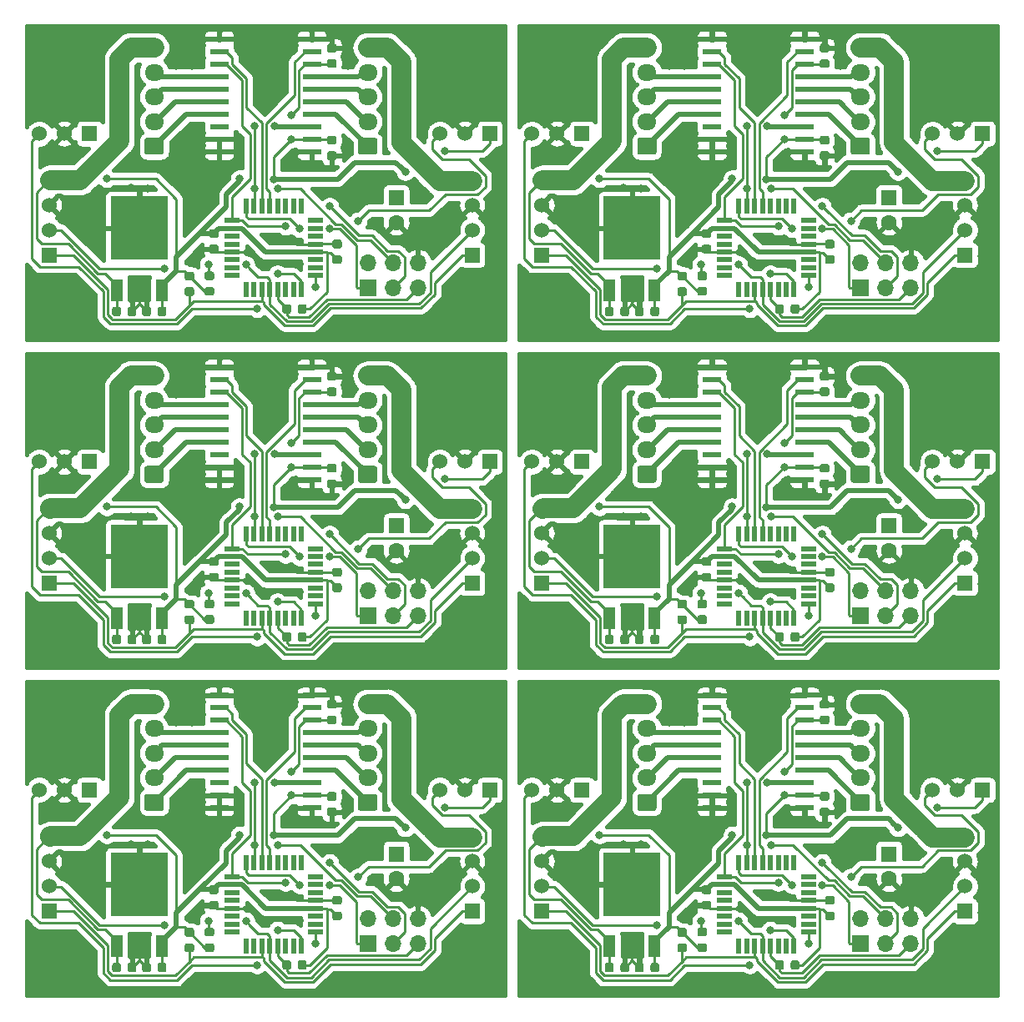
<source format=gbr>
G04 #@! TF.GenerationSoftware,KiCad,Pcbnew,(5.1.0-0)*
G04 #@! TF.CreationDate,2019-05-03T14:04:24-05:00*
G04 #@! TF.ProjectId,panelized,70616e65-6c69-47a6-9564-2e6b69636164,rev?*
G04 #@! TF.SameCoordinates,Original*
G04 #@! TF.FileFunction,Copper,L1,Top*
G04 #@! TF.FilePolarity,Positive*
%FSLAX46Y46*%
G04 Gerber Fmt 4.6, Leading zero omitted, Abs format (unit mm)*
G04 Created by KiCad (PCBNEW (5.1.0-0)) date 2019-05-03 14:04:24*
%MOMM*%
%LPD*%
G04 APERTURE LIST*
%ADD10R,1.950000X0.600000*%
%ADD11C,1.524000*%
%ADD12R,1.524000X1.524000*%
%ADD13C,0.100000*%
%ADD14C,0.875000*%
%ADD15C,1.700000*%
%ADD16O,1.950000X1.700000*%
%ADD17R,0.550000X1.600000*%
%ADD18R,1.600000X0.550000*%
%ADD19O,1.700000X1.700000*%
%ADD20R,1.700000X1.700000*%
%ADD21C,1.530000*%
%ADD22R,1.530000X1.530000*%
%ADD23R,1.600000X1.600000*%
%ADD24C,1.600000*%
%ADD25C,6.400000*%
%ADD26R,5.800000X6.400000*%
%ADD27R,1.200000X2.200000*%
%ADD28C,0.800000*%
%ADD29C,0.250000*%
%ADD30C,0.500000*%
%ADD31C,2.000000*%
%ADD32C,0.400000*%
G04 APERTURE END LIST*
D10*
X170287200Y-46914200D03*
X170287200Y-45644200D03*
X170287200Y-44374200D03*
X170287200Y-43104200D03*
X170287200Y-41834200D03*
X170287200Y-40564200D03*
X170287200Y-39294200D03*
X170287200Y-38024200D03*
X170287200Y-36754200D03*
X170287200Y-35484200D03*
X179687200Y-35484200D03*
X179687200Y-36754200D03*
X179687200Y-38024200D03*
X179687200Y-39294200D03*
X179687200Y-40564200D03*
X179687200Y-41834200D03*
X179687200Y-43104200D03*
X179687200Y-44374200D03*
X179687200Y-45644200D03*
X179687200Y-46914200D03*
D11*
X152019200Y-45085200D03*
X154559200Y-45085200D03*
D12*
X157099200Y-45085200D03*
D13*
G36*
X181989491Y-46884053D02*
G01*
X182010726Y-46887203D01*
X182031550Y-46892419D01*
X182051762Y-46899651D01*
X182071168Y-46908830D01*
X182089581Y-46919866D01*
X182106824Y-46932654D01*
X182122730Y-46947070D01*
X182137146Y-46962976D01*
X182149934Y-46980219D01*
X182160970Y-46998632D01*
X182170149Y-47018038D01*
X182177381Y-47038250D01*
X182182597Y-47059074D01*
X182185747Y-47080309D01*
X182186800Y-47101750D01*
X182186800Y-47539250D01*
X182185747Y-47560691D01*
X182182597Y-47581926D01*
X182177381Y-47602750D01*
X182170149Y-47622962D01*
X182160970Y-47642368D01*
X182149934Y-47660781D01*
X182137146Y-47678024D01*
X182122730Y-47693930D01*
X182106824Y-47708346D01*
X182089581Y-47721134D01*
X182071168Y-47732170D01*
X182051762Y-47741349D01*
X182031550Y-47748581D01*
X182010726Y-47753797D01*
X181989491Y-47756947D01*
X181968050Y-47758000D01*
X181455550Y-47758000D01*
X181434109Y-47756947D01*
X181412874Y-47753797D01*
X181392050Y-47748581D01*
X181371838Y-47741349D01*
X181352432Y-47732170D01*
X181334019Y-47721134D01*
X181316776Y-47708346D01*
X181300870Y-47693930D01*
X181286454Y-47678024D01*
X181273666Y-47660781D01*
X181262630Y-47642368D01*
X181253451Y-47622962D01*
X181246219Y-47602750D01*
X181241003Y-47581926D01*
X181237853Y-47560691D01*
X181236800Y-47539250D01*
X181236800Y-47101750D01*
X181237853Y-47080309D01*
X181241003Y-47059074D01*
X181246219Y-47038250D01*
X181253451Y-47018038D01*
X181262630Y-46998632D01*
X181273666Y-46980219D01*
X181286454Y-46962976D01*
X181300870Y-46947070D01*
X181316776Y-46932654D01*
X181334019Y-46919866D01*
X181352432Y-46908830D01*
X181371838Y-46899651D01*
X181392050Y-46892419D01*
X181412874Y-46887203D01*
X181434109Y-46884053D01*
X181455550Y-46883000D01*
X181968050Y-46883000D01*
X181989491Y-46884053D01*
X181989491Y-46884053D01*
G37*
D14*
X181711800Y-47320500D03*
D13*
G36*
X181989491Y-45309053D02*
G01*
X182010726Y-45312203D01*
X182031550Y-45317419D01*
X182051762Y-45324651D01*
X182071168Y-45333830D01*
X182089581Y-45344866D01*
X182106824Y-45357654D01*
X182122730Y-45372070D01*
X182137146Y-45387976D01*
X182149934Y-45405219D01*
X182160970Y-45423632D01*
X182170149Y-45443038D01*
X182177381Y-45463250D01*
X182182597Y-45484074D01*
X182185747Y-45505309D01*
X182186800Y-45526750D01*
X182186800Y-45964250D01*
X182185747Y-45985691D01*
X182182597Y-46006926D01*
X182177381Y-46027750D01*
X182170149Y-46047962D01*
X182160970Y-46067368D01*
X182149934Y-46085781D01*
X182137146Y-46103024D01*
X182122730Y-46118930D01*
X182106824Y-46133346D01*
X182089581Y-46146134D01*
X182071168Y-46157170D01*
X182051762Y-46166349D01*
X182031550Y-46173581D01*
X182010726Y-46178797D01*
X181989491Y-46181947D01*
X181968050Y-46183000D01*
X181455550Y-46183000D01*
X181434109Y-46181947D01*
X181412874Y-46178797D01*
X181392050Y-46173581D01*
X181371838Y-46166349D01*
X181352432Y-46157170D01*
X181334019Y-46146134D01*
X181316776Y-46133346D01*
X181300870Y-46118930D01*
X181286454Y-46103024D01*
X181273666Y-46085781D01*
X181262630Y-46067368D01*
X181253451Y-46047962D01*
X181246219Y-46027750D01*
X181241003Y-46006926D01*
X181237853Y-45985691D01*
X181236800Y-45964250D01*
X181236800Y-45526750D01*
X181237853Y-45505309D01*
X181241003Y-45484074D01*
X181246219Y-45463250D01*
X181253451Y-45443038D01*
X181262630Y-45423632D01*
X181273666Y-45405219D01*
X181286454Y-45387976D01*
X181300870Y-45372070D01*
X181316776Y-45357654D01*
X181334019Y-45344866D01*
X181352432Y-45333830D01*
X181371838Y-45324651D01*
X181392050Y-45317419D01*
X181412874Y-45312203D01*
X181434109Y-45309053D01*
X181455550Y-45308000D01*
X181968050Y-45308000D01*
X181989491Y-45309053D01*
X181989491Y-45309053D01*
G37*
D14*
X181711800Y-45745500D03*
D13*
G36*
X186093504Y-45506404D02*
G01*
X186117773Y-45510004D01*
X186141571Y-45515965D01*
X186164671Y-45524230D01*
X186186849Y-45534720D01*
X186207893Y-45547333D01*
X186227598Y-45561947D01*
X186245777Y-45578423D01*
X186262253Y-45596602D01*
X186276867Y-45616307D01*
X186289480Y-45637351D01*
X186299970Y-45659529D01*
X186308235Y-45682629D01*
X186314196Y-45706427D01*
X186317796Y-45730696D01*
X186319000Y-45755200D01*
X186319000Y-46955200D01*
X186317796Y-46979704D01*
X186314196Y-47003973D01*
X186308235Y-47027771D01*
X186299970Y-47050871D01*
X186289480Y-47073049D01*
X186276867Y-47094093D01*
X186262253Y-47113798D01*
X186245777Y-47131977D01*
X186227598Y-47148453D01*
X186207893Y-47163067D01*
X186186849Y-47175680D01*
X186164671Y-47186170D01*
X186141571Y-47194435D01*
X186117773Y-47200396D01*
X186093504Y-47203996D01*
X186069000Y-47205200D01*
X184619000Y-47205200D01*
X184594496Y-47203996D01*
X184570227Y-47200396D01*
X184546429Y-47194435D01*
X184523329Y-47186170D01*
X184501151Y-47175680D01*
X184480107Y-47163067D01*
X184460402Y-47148453D01*
X184442223Y-47131977D01*
X184425747Y-47113798D01*
X184411133Y-47094093D01*
X184398520Y-47073049D01*
X184388030Y-47050871D01*
X184379765Y-47027771D01*
X184373804Y-47003973D01*
X184370204Y-46979704D01*
X184369000Y-46955200D01*
X184369000Y-45755200D01*
X184370204Y-45730696D01*
X184373804Y-45706427D01*
X184379765Y-45682629D01*
X184388030Y-45659529D01*
X184398520Y-45637351D01*
X184411133Y-45616307D01*
X184425747Y-45596602D01*
X184442223Y-45578423D01*
X184460402Y-45561947D01*
X184480107Y-45547333D01*
X184501151Y-45534720D01*
X184523329Y-45524230D01*
X184546429Y-45515965D01*
X184570227Y-45510004D01*
X184594496Y-45506404D01*
X184619000Y-45505200D01*
X186069000Y-45505200D01*
X186093504Y-45506404D01*
X186093504Y-45506404D01*
G37*
D15*
X185344000Y-46355200D03*
D16*
X185344000Y-43855200D03*
X185344000Y-41355200D03*
X185344000Y-38855200D03*
X185344000Y-36355200D03*
X163677800Y-36355200D03*
X163677800Y-38855200D03*
X163677800Y-41355200D03*
X163677800Y-43855200D03*
D13*
G36*
X164427304Y-45506404D02*
G01*
X164451573Y-45510004D01*
X164475371Y-45515965D01*
X164498471Y-45524230D01*
X164520649Y-45534720D01*
X164541693Y-45547333D01*
X164561398Y-45561947D01*
X164579577Y-45578423D01*
X164596053Y-45596602D01*
X164610667Y-45616307D01*
X164623280Y-45637351D01*
X164633770Y-45659529D01*
X164642035Y-45682629D01*
X164647996Y-45706427D01*
X164651596Y-45730696D01*
X164652800Y-45755200D01*
X164652800Y-46955200D01*
X164651596Y-46979704D01*
X164647996Y-47003973D01*
X164642035Y-47027771D01*
X164633770Y-47050871D01*
X164623280Y-47073049D01*
X164610667Y-47094093D01*
X164596053Y-47113798D01*
X164579577Y-47131977D01*
X164561398Y-47148453D01*
X164541693Y-47163067D01*
X164520649Y-47175680D01*
X164498471Y-47186170D01*
X164475371Y-47194435D01*
X164451573Y-47200396D01*
X164427304Y-47203996D01*
X164402800Y-47205200D01*
X162952800Y-47205200D01*
X162928296Y-47203996D01*
X162904027Y-47200396D01*
X162880229Y-47194435D01*
X162857129Y-47186170D01*
X162834951Y-47175680D01*
X162813907Y-47163067D01*
X162794202Y-47148453D01*
X162776023Y-47131977D01*
X162759547Y-47113798D01*
X162744933Y-47094093D01*
X162732320Y-47073049D01*
X162721830Y-47050871D01*
X162713565Y-47027771D01*
X162707604Y-47003973D01*
X162704004Y-46979704D01*
X162702800Y-46955200D01*
X162702800Y-45755200D01*
X162704004Y-45730696D01*
X162707604Y-45706427D01*
X162713565Y-45682629D01*
X162721830Y-45659529D01*
X162732320Y-45637351D01*
X162744933Y-45616307D01*
X162759547Y-45596602D01*
X162776023Y-45578423D01*
X162794202Y-45561947D01*
X162813907Y-45547333D01*
X162834951Y-45534720D01*
X162857129Y-45524230D01*
X162880229Y-45515965D01*
X162904027Y-45510004D01*
X162928296Y-45506404D01*
X162952800Y-45505200D01*
X164402800Y-45505200D01*
X164427304Y-45506404D01*
X164427304Y-45506404D01*
G37*
D15*
X163677800Y-46355200D03*
D13*
G36*
X169568891Y-60654253D02*
G01*
X169590126Y-60657403D01*
X169610950Y-60662619D01*
X169631162Y-60669851D01*
X169650568Y-60679030D01*
X169668981Y-60690066D01*
X169686224Y-60702854D01*
X169702130Y-60717270D01*
X169716546Y-60733176D01*
X169729334Y-60750419D01*
X169740370Y-60768832D01*
X169749549Y-60788238D01*
X169756781Y-60808450D01*
X169761997Y-60829274D01*
X169765147Y-60850509D01*
X169766200Y-60871950D01*
X169766200Y-61309450D01*
X169765147Y-61330891D01*
X169761997Y-61352126D01*
X169756781Y-61372950D01*
X169749549Y-61393162D01*
X169740370Y-61412568D01*
X169729334Y-61430981D01*
X169716546Y-61448224D01*
X169702130Y-61464130D01*
X169686224Y-61478546D01*
X169668981Y-61491334D01*
X169650568Y-61502370D01*
X169631162Y-61511549D01*
X169610950Y-61518781D01*
X169590126Y-61523997D01*
X169568891Y-61527147D01*
X169547450Y-61528200D01*
X169034950Y-61528200D01*
X169013509Y-61527147D01*
X168992274Y-61523997D01*
X168971450Y-61518781D01*
X168951238Y-61511549D01*
X168931832Y-61502370D01*
X168913419Y-61491334D01*
X168896176Y-61478546D01*
X168880270Y-61464130D01*
X168865854Y-61448224D01*
X168853066Y-61430981D01*
X168842030Y-61412568D01*
X168832851Y-61393162D01*
X168825619Y-61372950D01*
X168820403Y-61352126D01*
X168817253Y-61330891D01*
X168816200Y-61309450D01*
X168816200Y-60871950D01*
X168817253Y-60850509D01*
X168820403Y-60829274D01*
X168825619Y-60808450D01*
X168832851Y-60788238D01*
X168842030Y-60768832D01*
X168853066Y-60750419D01*
X168865854Y-60733176D01*
X168880270Y-60717270D01*
X168896176Y-60702854D01*
X168913419Y-60690066D01*
X168931832Y-60679030D01*
X168951238Y-60669851D01*
X168971450Y-60662619D01*
X168992274Y-60657403D01*
X169013509Y-60654253D01*
X169034950Y-60653200D01*
X169547450Y-60653200D01*
X169568891Y-60654253D01*
X169568891Y-60654253D01*
G37*
D14*
X169291200Y-61090700D03*
D13*
G36*
X169568891Y-59079253D02*
G01*
X169590126Y-59082403D01*
X169610950Y-59087619D01*
X169631162Y-59094851D01*
X169650568Y-59104030D01*
X169668981Y-59115066D01*
X169686224Y-59127854D01*
X169702130Y-59142270D01*
X169716546Y-59158176D01*
X169729334Y-59175419D01*
X169740370Y-59193832D01*
X169749549Y-59213238D01*
X169756781Y-59233450D01*
X169761997Y-59254274D01*
X169765147Y-59275509D01*
X169766200Y-59296950D01*
X169766200Y-59734450D01*
X169765147Y-59755891D01*
X169761997Y-59777126D01*
X169756781Y-59797950D01*
X169749549Y-59818162D01*
X169740370Y-59837568D01*
X169729334Y-59855981D01*
X169716546Y-59873224D01*
X169702130Y-59889130D01*
X169686224Y-59903546D01*
X169668981Y-59916334D01*
X169650568Y-59927370D01*
X169631162Y-59936549D01*
X169610950Y-59943781D01*
X169590126Y-59948997D01*
X169568891Y-59952147D01*
X169547450Y-59953200D01*
X169034950Y-59953200D01*
X169013509Y-59952147D01*
X168992274Y-59948997D01*
X168971450Y-59943781D01*
X168951238Y-59936549D01*
X168931832Y-59927370D01*
X168913419Y-59916334D01*
X168896176Y-59903546D01*
X168880270Y-59889130D01*
X168865854Y-59873224D01*
X168853066Y-59855981D01*
X168842030Y-59837568D01*
X168832851Y-59818162D01*
X168825619Y-59797950D01*
X168820403Y-59777126D01*
X168817253Y-59755891D01*
X168816200Y-59734450D01*
X168816200Y-59296950D01*
X168817253Y-59275509D01*
X168820403Y-59254274D01*
X168825619Y-59233450D01*
X168832851Y-59213238D01*
X168842030Y-59193832D01*
X168853066Y-59175419D01*
X168865854Y-59158176D01*
X168880270Y-59142270D01*
X168896176Y-59127854D01*
X168913419Y-59115066D01*
X168931832Y-59104030D01*
X168951238Y-59094851D01*
X168971450Y-59087619D01*
X168992274Y-59082403D01*
X169013509Y-59079253D01*
X169034950Y-59078200D01*
X169547450Y-59078200D01*
X169568891Y-59079253D01*
X169568891Y-59079253D01*
G37*
D14*
X169291200Y-59515700D03*
D13*
G36*
X167536891Y-59101253D02*
G01*
X167558126Y-59104403D01*
X167578950Y-59109619D01*
X167599162Y-59116851D01*
X167618568Y-59126030D01*
X167636981Y-59137066D01*
X167654224Y-59149854D01*
X167670130Y-59164270D01*
X167684546Y-59180176D01*
X167697334Y-59197419D01*
X167708370Y-59215832D01*
X167717549Y-59235238D01*
X167724781Y-59255450D01*
X167729997Y-59276274D01*
X167733147Y-59297509D01*
X167734200Y-59318950D01*
X167734200Y-59756450D01*
X167733147Y-59777891D01*
X167729997Y-59799126D01*
X167724781Y-59819950D01*
X167717549Y-59840162D01*
X167708370Y-59859568D01*
X167697334Y-59877981D01*
X167684546Y-59895224D01*
X167670130Y-59911130D01*
X167654224Y-59925546D01*
X167636981Y-59938334D01*
X167618568Y-59949370D01*
X167599162Y-59958549D01*
X167578950Y-59965781D01*
X167558126Y-59970997D01*
X167536891Y-59974147D01*
X167515450Y-59975200D01*
X167002950Y-59975200D01*
X166981509Y-59974147D01*
X166960274Y-59970997D01*
X166939450Y-59965781D01*
X166919238Y-59958549D01*
X166899832Y-59949370D01*
X166881419Y-59938334D01*
X166864176Y-59925546D01*
X166848270Y-59911130D01*
X166833854Y-59895224D01*
X166821066Y-59877981D01*
X166810030Y-59859568D01*
X166800851Y-59840162D01*
X166793619Y-59819950D01*
X166788403Y-59799126D01*
X166785253Y-59777891D01*
X166784200Y-59756450D01*
X166784200Y-59318950D01*
X166785253Y-59297509D01*
X166788403Y-59276274D01*
X166793619Y-59255450D01*
X166800851Y-59235238D01*
X166810030Y-59215832D01*
X166821066Y-59197419D01*
X166833854Y-59180176D01*
X166848270Y-59164270D01*
X166864176Y-59149854D01*
X166881419Y-59137066D01*
X166899832Y-59126030D01*
X166919238Y-59116851D01*
X166939450Y-59109619D01*
X166960274Y-59104403D01*
X166981509Y-59101253D01*
X167002950Y-59100200D01*
X167515450Y-59100200D01*
X167536891Y-59101253D01*
X167536891Y-59101253D01*
G37*
D14*
X167259200Y-59537700D03*
D13*
G36*
X167536891Y-60676253D02*
G01*
X167558126Y-60679403D01*
X167578950Y-60684619D01*
X167599162Y-60691851D01*
X167618568Y-60701030D01*
X167636981Y-60712066D01*
X167654224Y-60724854D01*
X167670130Y-60739270D01*
X167684546Y-60755176D01*
X167697334Y-60772419D01*
X167708370Y-60790832D01*
X167717549Y-60810238D01*
X167724781Y-60830450D01*
X167729997Y-60851274D01*
X167733147Y-60872509D01*
X167734200Y-60893950D01*
X167734200Y-61331450D01*
X167733147Y-61352891D01*
X167729997Y-61374126D01*
X167724781Y-61394950D01*
X167717549Y-61415162D01*
X167708370Y-61434568D01*
X167697334Y-61452981D01*
X167684546Y-61470224D01*
X167670130Y-61486130D01*
X167654224Y-61500546D01*
X167636981Y-61513334D01*
X167618568Y-61524370D01*
X167599162Y-61533549D01*
X167578950Y-61540781D01*
X167558126Y-61545997D01*
X167536891Y-61549147D01*
X167515450Y-61550200D01*
X167002950Y-61550200D01*
X166981509Y-61549147D01*
X166960274Y-61545997D01*
X166939450Y-61540781D01*
X166919238Y-61533549D01*
X166899832Y-61524370D01*
X166881419Y-61513334D01*
X166864176Y-61500546D01*
X166848270Y-61486130D01*
X166833854Y-61470224D01*
X166821066Y-61452981D01*
X166810030Y-61434568D01*
X166800851Y-61415162D01*
X166793619Y-61394950D01*
X166788403Y-61374126D01*
X166785253Y-61352891D01*
X166784200Y-61331450D01*
X166784200Y-60893950D01*
X166785253Y-60872509D01*
X166788403Y-60851274D01*
X166793619Y-60830450D01*
X166800851Y-60810238D01*
X166810030Y-60790832D01*
X166821066Y-60772419D01*
X166833854Y-60755176D01*
X166848270Y-60739270D01*
X166864176Y-60724854D01*
X166881419Y-60712066D01*
X166899832Y-60701030D01*
X166919238Y-60691851D01*
X166939450Y-60684619D01*
X166960274Y-60679403D01*
X166981509Y-60676253D01*
X167002950Y-60675200D01*
X167515450Y-60675200D01*
X167536891Y-60676253D01*
X167536891Y-60676253D01*
G37*
D14*
X167259200Y-61112700D03*
D13*
G36*
X177379891Y-62391253D02*
G01*
X177401126Y-62394403D01*
X177421950Y-62399619D01*
X177442162Y-62406851D01*
X177461568Y-62416030D01*
X177479981Y-62427066D01*
X177497224Y-62439854D01*
X177513130Y-62454270D01*
X177527546Y-62470176D01*
X177540334Y-62487419D01*
X177551370Y-62505832D01*
X177560549Y-62525238D01*
X177567781Y-62545450D01*
X177572997Y-62566274D01*
X177576147Y-62587509D01*
X177577200Y-62608950D01*
X177577200Y-63121450D01*
X177576147Y-63142891D01*
X177572997Y-63164126D01*
X177567781Y-63184950D01*
X177560549Y-63205162D01*
X177551370Y-63224568D01*
X177540334Y-63242981D01*
X177527546Y-63260224D01*
X177513130Y-63276130D01*
X177497224Y-63290546D01*
X177479981Y-63303334D01*
X177461568Y-63314370D01*
X177442162Y-63323549D01*
X177421950Y-63330781D01*
X177401126Y-63335997D01*
X177379891Y-63339147D01*
X177358450Y-63340200D01*
X176920950Y-63340200D01*
X176899509Y-63339147D01*
X176878274Y-63335997D01*
X176857450Y-63330781D01*
X176837238Y-63323549D01*
X176817832Y-63314370D01*
X176799419Y-63303334D01*
X176782176Y-63290546D01*
X176766270Y-63276130D01*
X176751854Y-63260224D01*
X176739066Y-63242981D01*
X176728030Y-63224568D01*
X176718851Y-63205162D01*
X176711619Y-63184950D01*
X176706403Y-63164126D01*
X176703253Y-63142891D01*
X176702200Y-63121450D01*
X176702200Y-62608950D01*
X176703253Y-62587509D01*
X176706403Y-62566274D01*
X176711619Y-62545450D01*
X176718851Y-62525238D01*
X176728030Y-62505832D01*
X176739066Y-62487419D01*
X176751854Y-62470176D01*
X176766270Y-62454270D01*
X176782176Y-62439854D01*
X176799419Y-62427066D01*
X176817832Y-62416030D01*
X176837238Y-62406851D01*
X176857450Y-62399619D01*
X176878274Y-62394403D01*
X176899509Y-62391253D01*
X176920950Y-62390200D01*
X177358450Y-62390200D01*
X177379891Y-62391253D01*
X177379891Y-62391253D01*
G37*
D14*
X177139700Y-62865200D03*
D13*
G36*
X178954891Y-62391253D02*
G01*
X178976126Y-62394403D01*
X178996950Y-62399619D01*
X179017162Y-62406851D01*
X179036568Y-62416030D01*
X179054981Y-62427066D01*
X179072224Y-62439854D01*
X179088130Y-62454270D01*
X179102546Y-62470176D01*
X179115334Y-62487419D01*
X179126370Y-62505832D01*
X179135549Y-62525238D01*
X179142781Y-62545450D01*
X179147997Y-62566274D01*
X179151147Y-62587509D01*
X179152200Y-62608950D01*
X179152200Y-63121450D01*
X179151147Y-63142891D01*
X179147997Y-63164126D01*
X179142781Y-63184950D01*
X179135549Y-63205162D01*
X179126370Y-63224568D01*
X179115334Y-63242981D01*
X179102546Y-63260224D01*
X179088130Y-63276130D01*
X179072224Y-63290546D01*
X179054981Y-63303334D01*
X179036568Y-63314370D01*
X179017162Y-63323549D01*
X178996950Y-63330781D01*
X178976126Y-63335997D01*
X178954891Y-63339147D01*
X178933450Y-63340200D01*
X178495950Y-63340200D01*
X178474509Y-63339147D01*
X178453274Y-63335997D01*
X178432450Y-63330781D01*
X178412238Y-63323549D01*
X178392832Y-63314370D01*
X178374419Y-63303334D01*
X178357176Y-63290546D01*
X178341270Y-63276130D01*
X178326854Y-63260224D01*
X178314066Y-63242981D01*
X178303030Y-63224568D01*
X178293851Y-63205162D01*
X178286619Y-63184950D01*
X178281403Y-63164126D01*
X178278253Y-63142891D01*
X178277200Y-63121450D01*
X178277200Y-62608950D01*
X178278253Y-62587509D01*
X178281403Y-62566274D01*
X178286619Y-62545450D01*
X178293851Y-62525238D01*
X178303030Y-62505832D01*
X178314066Y-62487419D01*
X178326854Y-62470176D01*
X178341270Y-62454270D01*
X178357176Y-62439854D01*
X178374419Y-62427066D01*
X178392832Y-62416030D01*
X178412238Y-62406851D01*
X178432450Y-62399619D01*
X178453274Y-62394403D01*
X178474509Y-62391253D01*
X178495950Y-62390200D01*
X178933450Y-62390200D01*
X178954891Y-62391253D01*
X178954891Y-62391253D01*
G37*
D14*
X178714700Y-62865200D03*
D13*
G36*
X170014891Y-54783253D02*
G01*
X170036126Y-54786403D01*
X170056950Y-54791619D01*
X170077162Y-54798851D01*
X170096568Y-54808030D01*
X170114981Y-54819066D01*
X170132224Y-54831854D01*
X170148130Y-54846270D01*
X170162546Y-54862176D01*
X170175334Y-54879419D01*
X170186370Y-54897832D01*
X170195549Y-54917238D01*
X170202781Y-54937450D01*
X170207997Y-54958274D01*
X170211147Y-54979509D01*
X170212200Y-55000950D01*
X170212200Y-55438450D01*
X170211147Y-55459891D01*
X170207997Y-55481126D01*
X170202781Y-55501950D01*
X170195549Y-55522162D01*
X170186370Y-55541568D01*
X170175334Y-55559981D01*
X170162546Y-55577224D01*
X170148130Y-55593130D01*
X170132224Y-55607546D01*
X170114981Y-55620334D01*
X170096568Y-55631370D01*
X170077162Y-55640549D01*
X170056950Y-55647781D01*
X170036126Y-55652997D01*
X170014891Y-55656147D01*
X169993450Y-55657200D01*
X169480950Y-55657200D01*
X169459509Y-55656147D01*
X169438274Y-55652997D01*
X169417450Y-55647781D01*
X169397238Y-55640549D01*
X169377832Y-55631370D01*
X169359419Y-55620334D01*
X169342176Y-55607546D01*
X169326270Y-55593130D01*
X169311854Y-55577224D01*
X169299066Y-55559981D01*
X169288030Y-55541568D01*
X169278851Y-55522162D01*
X169271619Y-55501950D01*
X169266403Y-55481126D01*
X169263253Y-55459891D01*
X169262200Y-55438450D01*
X169262200Y-55000950D01*
X169263253Y-54979509D01*
X169266403Y-54958274D01*
X169271619Y-54937450D01*
X169278851Y-54917238D01*
X169288030Y-54897832D01*
X169299066Y-54879419D01*
X169311854Y-54862176D01*
X169326270Y-54846270D01*
X169342176Y-54831854D01*
X169359419Y-54819066D01*
X169377832Y-54808030D01*
X169397238Y-54798851D01*
X169417450Y-54791619D01*
X169438274Y-54786403D01*
X169459509Y-54783253D01*
X169480950Y-54782200D01*
X169993450Y-54782200D01*
X170014891Y-54783253D01*
X170014891Y-54783253D01*
G37*
D14*
X169737200Y-55219700D03*
D13*
G36*
X170014891Y-56358253D02*
G01*
X170036126Y-56361403D01*
X170056950Y-56366619D01*
X170077162Y-56373851D01*
X170096568Y-56383030D01*
X170114981Y-56394066D01*
X170132224Y-56406854D01*
X170148130Y-56421270D01*
X170162546Y-56437176D01*
X170175334Y-56454419D01*
X170186370Y-56472832D01*
X170195549Y-56492238D01*
X170202781Y-56512450D01*
X170207997Y-56533274D01*
X170211147Y-56554509D01*
X170212200Y-56575950D01*
X170212200Y-57013450D01*
X170211147Y-57034891D01*
X170207997Y-57056126D01*
X170202781Y-57076950D01*
X170195549Y-57097162D01*
X170186370Y-57116568D01*
X170175334Y-57134981D01*
X170162546Y-57152224D01*
X170148130Y-57168130D01*
X170132224Y-57182546D01*
X170114981Y-57195334D01*
X170096568Y-57206370D01*
X170077162Y-57215549D01*
X170056950Y-57222781D01*
X170036126Y-57227997D01*
X170014891Y-57231147D01*
X169993450Y-57232200D01*
X169480950Y-57232200D01*
X169459509Y-57231147D01*
X169438274Y-57227997D01*
X169417450Y-57222781D01*
X169397238Y-57215549D01*
X169377832Y-57206370D01*
X169359419Y-57195334D01*
X169342176Y-57182546D01*
X169326270Y-57168130D01*
X169311854Y-57152224D01*
X169299066Y-57134981D01*
X169288030Y-57116568D01*
X169278851Y-57097162D01*
X169271619Y-57076950D01*
X169266403Y-57056126D01*
X169263253Y-57034891D01*
X169262200Y-57013450D01*
X169262200Y-56575950D01*
X169263253Y-56554509D01*
X169266403Y-56533274D01*
X169271619Y-56512450D01*
X169278851Y-56492238D01*
X169288030Y-56472832D01*
X169299066Y-56454419D01*
X169311854Y-56437176D01*
X169326270Y-56421270D01*
X169342176Y-56406854D01*
X169359419Y-56394066D01*
X169377832Y-56383030D01*
X169397238Y-56373851D01*
X169417450Y-56366619D01*
X169438274Y-56361403D01*
X169459509Y-56358253D01*
X169480950Y-56357200D01*
X169993450Y-56357200D01*
X170014891Y-56358253D01*
X170014891Y-56358253D01*
G37*
D14*
X169737200Y-56794700D03*
D13*
G36*
X161682891Y-62645253D02*
G01*
X161704126Y-62648403D01*
X161724950Y-62653619D01*
X161745162Y-62660851D01*
X161764568Y-62670030D01*
X161782981Y-62681066D01*
X161800224Y-62693854D01*
X161816130Y-62708270D01*
X161830546Y-62724176D01*
X161843334Y-62741419D01*
X161854370Y-62759832D01*
X161863549Y-62779238D01*
X161870781Y-62799450D01*
X161875997Y-62820274D01*
X161879147Y-62841509D01*
X161880200Y-62862950D01*
X161880200Y-63375450D01*
X161879147Y-63396891D01*
X161875997Y-63418126D01*
X161870781Y-63438950D01*
X161863549Y-63459162D01*
X161854370Y-63478568D01*
X161843334Y-63496981D01*
X161830546Y-63514224D01*
X161816130Y-63530130D01*
X161800224Y-63544546D01*
X161782981Y-63557334D01*
X161764568Y-63568370D01*
X161745162Y-63577549D01*
X161724950Y-63584781D01*
X161704126Y-63589997D01*
X161682891Y-63593147D01*
X161661450Y-63594200D01*
X161223950Y-63594200D01*
X161202509Y-63593147D01*
X161181274Y-63589997D01*
X161160450Y-63584781D01*
X161140238Y-63577549D01*
X161120832Y-63568370D01*
X161102419Y-63557334D01*
X161085176Y-63544546D01*
X161069270Y-63530130D01*
X161054854Y-63514224D01*
X161042066Y-63496981D01*
X161031030Y-63478568D01*
X161021851Y-63459162D01*
X161014619Y-63438950D01*
X161009403Y-63418126D01*
X161006253Y-63396891D01*
X161005200Y-63375450D01*
X161005200Y-62862950D01*
X161006253Y-62841509D01*
X161009403Y-62820274D01*
X161014619Y-62799450D01*
X161021851Y-62779238D01*
X161031030Y-62759832D01*
X161042066Y-62741419D01*
X161054854Y-62724176D01*
X161069270Y-62708270D01*
X161085176Y-62693854D01*
X161102419Y-62681066D01*
X161120832Y-62670030D01*
X161140238Y-62660851D01*
X161160450Y-62653619D01*
X161181274Y-62648403D01*
X161202509Y-62645253D01*
X161223950Y-62644200D01*
X161661450Y-62644200D01*
X161682891Y-62645253D01*
X161682891Y-62645253D01*
G37*
D14*
X161442700Y-63119200D03*
D13*
G36*
X160107891Y-62645253D02*
G01*
X160129126Y-62648403D01*
X160149950Y-62653619D01*
X160170162Y-62660851D01*
X160189568Y-62670030D01*
X160207981Y-62681066D01*
X160225224Y-62693854D01*
X160241130Y-62708270D01*
X160255546Y-62724176D01*
X160268334Y-62741419D01*
X160279370Y-62759832D01*
X160288549Y-62779238D01*
X160295781Y-62799450D01*
X160300997Y-62820274D01*
X160304147Y-62841509D01*
X160305200Y-62862950D01*
X160305200Y-63375450D01*
X160304147Y-63396891D01*
X160300997Y-63418126D01*
X160295781Y-63438950D01*
X160288549Y-63459162D01*
X160279370Y-63478568D01*
X160268334Y-63496981D01*
X160255546Y-63514224D01*
X160241130Y-63530130D01*
X160225224Y-63544546D01*
X160207981Y-63557334D01*
X160189568Y-63568370D01*
X160170162Y-63577549D01*
X160149950Y-63584781D01*
X160129126Y-63589997D01*
X160107891Y-63593147D01*
X160086450Y-63594200D01*
X159648950Y-63594200D01*
X159627509Y-63593147D01*
X159606274Y-63589997D01*
X159585450Y-63584781D01*
X159565238Y-63577549D01*
X159545832Y-63568370D01*
X159527419Y-63557334D01*
X159510176Y-63544546D01*
X159494270Y-63530130D01*
X159479854Y-63514224D01*
X159467066Y-63496981D01*
X159456030Y-63478568D01*
X159446851Y-63459162D01*
X159439619Y-63438950D01*
X159434403Y-63418126D01*
X159431253Y-63396891D01*
X159430200Y-63375450D01*
X159430200Y-62862950D01*
X159431253Y-62841509D01*
X159434403Y-62820274D01*
X159439619Y-62799450D01*
X159446851Y-62779238D01*
X159456030Y-62759832D01*
X159467066Y-62741419D01*
X159479854Y-62724176D01*
X159494270Y-62708270D01*
X159510176Y-62693854D01*
X159527419Y-62681066D01*
X159545832Y-62670030D01*
X159565238Y-62660851D01*
X159585450Y-62653619D01*
X159606274Y-62648403D01*
X159627509Y-62645253D01*
X159648950Y-62644200D01*
X160086450Y-62644200D01*
X160107891Y-62645253D01*
X160107891Y-62645253D01*
G37*
D14*
X159867700Y-63119200D03*
D13*
G36*
X164730891Y-62645253D02*
G01*
X164752126Y-62648403D01*
X164772950Y-62653619D01*
X164793162Y-62660851D01*
X164812568Y-62670030D01*
X164830981Y-62681066D01*
X164848224Y-62693854D01*
X164864130Y-62708270D01*
X164878546Y-62724176D01*
X164891334Y-62741419D01*
X164902370Y-62759832D01*
X164911549Y-62779238D01*
X164918781Y-62799450D01*
X164923997Y-62820274D01*
X164927147Y-62841509D01*
X164928200Y-62862950D01*
X164928200Y-63375450D01*
X164927147Y-63396891D01*
X164923997Y-63418126D01*
X164918781Y-63438950D01*
X164911549Y-63459162D01*
X164902370Y-63478568D01*
X164891334Y-63496981D01*
X164878546Y-63514224D01*
X164864130Y-63530130D01*
X164848224Y-63544546D01*
X164830981Y-63557334D01*
X164812568Y-63568370D01*
X164793162Y-63577549D01*
X164772950Y-63584781D01*
X164752126Y-63589997D01*
X164730891Y-63593147D01*
X164709450Y-63594200D01*
X164271950Y-63594200D01*
X164250509Y-63593147D01*
X164229274Y-63589997D01*
X164208450Y-63584781D01*
X164188238Y-63577549D01*
X164168832Y-63568370D01*
X164150419Y-63557334D01*
X164133176Y-63544546D01*
X164117270Y-63530130D01*
X164102854Y-63514224D01*
X164090066Y-63496981D01*
X164079030Y-63478568D01*
X164069851Y-63459162D01*
X164062619Y-63438950D01*
X164057403Y-63418126D01*
X164054253Y-63396891D01*
X164053200Y-63375450D01*
X164053200Y-62862950D01*
X164054253Y-62841509D01*
X164057403Y-62820274D01*
X164062619Y-62799450D01*
X164069851Y-62779238D01*
X164079030Y-62759832D01*
X164090066Y-62741419D01*
X164102854Y-62724176D01*
X164117270Y-62708270D01*
X164133176Y-62693854D01*
X164150419Y-62681066D01*
X164168832Y-62670030D01*
X164188238Y-62660851D01*
X164208450Y-62653619D01*
X164229274Y-62648403D01*
X164250509Y-62645253D01*
X164271950Y-62644200D01*
X164709450Y-62644200D01*
X164730891Y-62645253D01*
X164730891Y-62645253D01*
G37*
D14*
X164490700Y-63119200D03*
D13*
G36*
X163155891Y-62645253D02*
G01*
X163177126Y-62648403D01*
X163197950Y-62653619D01*
X163218162Y-62660851D01*
X163237568Y-62670030D01*
X163255981Y-62681066D01*
X163273224Y-62693854D01*
X163289130Y-62708270D01*
X163303546Y-62724176D01*
X163316334Y-62741419D01*
X163327370Y-62759832D01*
X163336549Y-62779238D01*
X163343781Y-62799450D01*
X163348997Y-62820274D01*
X163352147Y-62841509D01*
X163353200Y-62862950D01*
X163353200Y-63375450D01*
X163352147Y-63396891D01*
X163348997Y-63418126D01*
X163343781Y-63438950D01*
X163336549Y-63459162D01*
X163327370Y-63478568D01*
X163316334Y-63496981D01*
X163303546Y-63514224D01*
X163289130Y-63530130D01*
X163273224Y-63544546D01*
X163255981Y-63557334D01*
X163237568Y-63568370D01*
X163218162Y-63577549D01*
X163197950Y-63584781D01*
X163177126Y-63589997D01*
X163155891Y-63593147D01*
X163134450Y-63594200D01*
X162696950Y-63594200D01*
X162675509Y-63593147D01*
X162654274Y-63589997D01*
X162633450Y-63584781D01*
X162613238Y-63577549D01*
X162593832Y-63568370D01*
X162575419Y-63557334D01*
X162558176Y-63544546D01*
X162542270Y-63530130D01*
X162527854Y-63514224D01*
X162515066Y-63496981D01*
X162504030Y-63478568D01*
X162494851Y-63459162D01*
X162487619Y-63438950D01*
X162482403Y-63418126D01*
X162479253Y-63396891D01*
X162478200Y-63375450D01*
X162478200Y-62862950D01*
X162479253Y-62841509D01*
X162482403Y-62820274D01*
X162487619Y-62799450D01*
X162494851Y-62779238D01*
X162504030Y-62759832D01*
X162515066Y-62741419D01*
X162527854Y-62724176D01*
X162542270Y-62708270D01*
X162558176Y-62693854D01*
X162575419Y-62681066D01*
X162593832Y-62670030D01*
X162613238Y-62660851D01*
X162633450Y-62653619D01*
X162654274Y-62648403D01*
X162675509Y-62645253D01*
X162696950Y-62644200D01*
X163134450Y-62644200D01*
X163155891Y-62645253D01*
X163155891Y-62645253D01*
G37*
D14*
X162915700Y-63119200D03*
D17*
X178619200Y-60943200D03*
X177819200Y-60943200D03*
X177019200Y-60943200D03*
X176219200Y-60943200D03*
X175419200Y-60943200D03*
X174619200Y-60943200D03*
X173819200Y-60943200D03*
X173019200Y-60943200D03*
D18*
X171569200Y-59493200D03*
X171569200Y-58693200D03*
X171569200Y-57893200D03*
X171569200Y-57093200D03*
X171569200Y-56293200D03*
X171569200Y-55493200D03*
X171569200Y-54693200D03*
X171569200Y-53893200D03*
D17*
X173019200Y-52443200D03*
X173819200Y-52443200D03*
X174619200Y-52443200D03*
X175419200Y-52443200D03*
X176219200Y-52443200D03*
X177019200Y-52443200D03*
X177819200Y-52443200D03*
X178619200Y-52443200D03*
D18*
X180069200Y-53893200D03*
X180069200Y-54693200D03*
X180069200Y-55493200D03*
X180069200Y-56293200D03*
X180069200Y-57093200D03*
X180069200Y-57893200D03*
X180069200Y-58693200D03*
X180069200Y-59493200D03*
D19*
X190449400Y-58166200D03*
X190449400Y-60706200D03*
X187909400Y-58166200D03*
X187909400Y-60706200D03*
X185369400Y-58166200D03*
D20*
X185369400Y-60706200D03*
D21*
X195961200Y-54861200D03*
D22*
X195961200Y-57401200D03*
D21*
X195961200Y-52321200D03*
X195961200Y-49781200D03*
D23*
X138252400Y-51587600D03*
D24*
X138252400Y-54087600D03*
D13*
G36*
X132002291Y-37536853D02*
G01*
X132023526Y-37540003D01*
X132044350Y-37545219D01*
X132064562Y-37552451D01*
X132083968Y-37561630D01*
X132102381Y-37572666D01*
X132119624Y-37585454D01*
X132135530Y-37599870D01*
X132149946Y-37615776D01*
X132162734Y-37633019D01*
X132173770Y-37651432D01*
X132182949Y-37670838D01*
X132190181Y-37691050D01*
X132195397Y-37711874D01*
X132198547Y-37733109D01*
X132199600Y-37754550D01*
X132199600Y-38192050D01*
X132198547Y-38213491D01*
X132195397Y-38234726D01*
X132190181Y-38255550D01*
X132182949Y-38275762D01*
X132173770Y-38295168D01*
X132162734Y-38313581D01*
X132149946Y-38330824D01*
X132135530Y-38346730D01*
X132119624Y-38361146D01*
X132102381Y-38373934D01*
X132083968Y-38384970D01*
X132064562Y-38394149D01*
X132044350Y-38401381D01*
X132023526Y-38406597D01*
X132002291Y-38409747D01*
X131980850Y-38410800D01*
X131468350Y-38410800D01*
X131446909Y-38409747D01*
X131425674Y-38406597D01*
X131404850Y-38401381D01*
X131384638Y-38394149D01*
X131365232Y-38384970D01*
X131346819Y-38373934D01*
X131329576Y-38361146D01*
X131313670Y-38346730D01*
X131299254Y-38330824D01*
X131286466Y-38313581D01*
X131275430Y-38295168D01*
X131266251Y-38275762D01*
X131259019Y-38255550D01*
X131253803Y-38234726D01*
X131250653Y-38213491D01*
X131249600Y-38192050D01*
X131249600Y-37754550D01*
X131250653Y-37733109D01*
X131253803Y-37711874D01*
X131259019Y-37691050D01*
X131266251Y-37670838D01*
X131275430Y-37651432D01*
X131286466Y-37633019D01*
X131299254Y-37615776D01*
X131313670Y-37599870D01*
X131329576Y-37585454D01*
X131346819Y-37572666D01*
X131365232Y-37561630D01*
X131384638Y-37552451D01*
X131404850Y-37545219D01*
X131425674Y-37540003D01*
X131446909Y-37536853D01*
X131468350Y-37535800D01*
X131980850Y-37535800D01*
X132002291Y-37536853D01*
X132002291Y-37536853D01*
G37*
D14*
X131724600Y-37973300D03*
D13*
G36*
X132002291Y-35961853D02*
G01*
X132023526Y-35965003D01*
X132044350Y-35970219D01*
X132064562Y-35977451D01*
X132083968Y-35986630D01*
X132102381Y-35997666D01*
X132119624Y-36010454D01*
X132135530Y-36024870D01*
X132149946Y-36040776D01*
X132162734Y-36058019D01*
X132173770Y-36076432D01*
X132182949Y-36095838D01*
X132190181Y-36116050D01*
X132195397Y-36136874D01*
X132198547Y-36158109D01*
X132199600Y-36179550D01*
X132199600Y-36617050D01*
X132198547Y-36638491D01*
X132195397Y-36659726D01*
X132190181Y-36680550D01*
X132182949Y-36700762D01*
X132173770Y-36720168D01*
X132162734Y-36738581D01*
X132149946Y-36755824D01*
X132135530Y-36771730D01*
X132119624Y-36786146D01*
X132102381Y-36798934D01*
X132083968Y-36809970D01*
X132064562Y-36819149D01*
X132044350Y-36826381D01*
X132023526Y-36831597D01*
X132002291Y-36834747D01*
X131980850Y-36835800D01*
X131468350Y-36835800D01*
X131446909Y-36834747D01*
X131425674Y-36831597D01*
X131404850Y-36826381D01*
X131384638Y-36819149D01*
X131365232Y-36809970D01*
X131346819Y-36798934D01*
X131329576Y-36786146D01*
X131313670Y-36771730D01*
X131299254Y-36755824D01*
X131286466Y-36738581D01*
X131275430Y-36720168D01*
X131266251Y-36700762D01*
X131259019Y-36680550D01*
X131253803Y-36659726D01*
X131250653Y-36638491D01*
X131249600Y-36617050D01*
X131249600Y-36179550D01*
X131250653Y-36158109D01*
X131253803Y-36136874D01*
X131259019Y-36116050D01*
X131266251Y-36095838D01*
X131275430Y-36076432D01*
X131286466Y-36058019D01*
X131299254Y-36040776D01*
X131313670Y-36024870D01*
X131329576Y-36010454D01*
X131346819Y-35997666D01*
X131365232Y-35986630D01*
X131384638Y-35977451D01*
X131404850Y-35970219D01*
X131425674Y-35965003D01*
X131446909Y-35961853D01*
X131468350Y-35960800D01*
X131980850Y-35960800D01*
X132002291Y-35961853D01*
X132002291Y-35961853D01*
G37*
D14*
X131724600Y-36398300D03*
D13*
G36*
X132535691Y-55850053D02*
G01*
X132556926Y-55853203D01*
X132577750Y-55858419D01*
X132597962Y-55865651D01*
X132617368Y-55874830D01*
X132635781Y-55885866D01*
X132653024Y-55898654D01*
X132668930Y-55913070D01*
X132683346Y-55928976D01*
X132696134Y-55946219D01*
X132707170Y-55964632D01*
X132716349Y-55984038D01*
X132723581Y-56004250D01*
X132728797Y-56025074D01*
X132731947Y-56046309D01*
X132733000Y-56067750D01*
X132733000Y-56505250D01*
X132731947Y-56526691D01*
X132728797Y-56547926D01*
X132723581Y-56568750D01*
X132716349Y-56588962D01*
X132707170Y-56608368D01*
X132696134Y-56626781D01*
X132683346Y-56644024D01*
X132668930Y-56659930D01*
X132653024Y-56674346D01*
X132635781Y-56687134D01*
X132617368Y-56698170D01*
X132597962Y-56707349D01*
X132577750Y-56714581D01*
X132556926Y-56719797D01*
X132535691Y-56722947D01*
X132514250Y-56724000D01*
X132001750Y-56724000D01*
X131980309Y-56722947D01*
X131959074Y-56719797D01*
X131938250Y-56714581D01*
X131918038Y-56707349D01*
X131898632Y-56698170D01*
X131880219Y-56687134D01*
X131862976Y-56674346D01*
X131847070Y-56659930D01*
X131832654Y-56644024D01*
X131819866Y-56626781D01*
X131808830Y-56608368D01*
X131799651Y-56588962D01*
X131792419Y-56568750D01*
X131787203Y-56547926D01*
X131784053Y-56526691D01*
X131783000Y-56505250D01*
X131783000Y-56067750D01*
X131784053Y-56046309D01*
X131787203Y-56025074D01*
X131792419Y-56004250D01*
X131799651Y-55984038D01*
X131808830Y-55964632D01*
X131819866Y-55946219D01*
X131832654Y-55928976D01*
X131847070Y-55913070D01*
X131862976Y-55898654D01*
X131880219Y-55885866D01*
X131898632Y-55874830D01*
X131918038Y-55865651D01*
X131938250Y-55858419D01*
X131959074Y-55853203D01*
X131980309Y-55850053D01*
X132001750Y-55849000D01*
X132514250Y-55849000D01*
X132535691Y-55850053D01*
X132535691Y-55850053D01*
G37*
D14*
X132258000Y-56286500D03*
D13*
G36*
X132535691Y-57425053D02*
G01*
X132556926Y-57428203D01*
X132577750Y-57433419D01*
X132597962Y-57440651D01*
X132617368Y-57449830D01*
X132635781Y-57460866D01*
X132653024Y-57473654D01*
X132668930Y-57488070D01*
X132683346Y-57503976D01*
X132696134Y-57521219D01*
X132707170Y-57539632D01*
X132716349Y-57559038D01*
X132723581Y-57579250D01*
X132728797Y-57600074D01*
X132731947Y-57621309D01*
X132733000Y-57642750D01*
X132733000Y-58080250D01*
X132731947Y-58101691D01*
X132728797Y-58122926D01*
X132723581Y-58143750D01*
X132716349Y-58163962D01*
X132707170Y-58183368D01*
X132696134Y-58201781D01*
X132683346Y-58219024D01*
X132668930Y-58234930D01*
X132653024Y-58249346D01*
X132635781Y-58262134D01*
X132617368Y-58273170D01*
X132597962Y-58282349D01*
X132577750Y-58289581D01*
X132556926Y-58294797D01*
X132535691Y-58297947D01*
X132514250Y-58299000D01*
X132001750Y-58299000D01*
X131980309Y-58297947D01*
X131959074Y-58294797D01*
X131938250Y-58289581D01*
X131918038Y-58282349D01*
X131898632Y-58273170D01*
X131880219Y-58262134D01*
X131862976Y-58249346D01*
X131847070Y-58234930D01*
X131832654Y-58219024D01*
X131819866Y-58201781D01*
X131808830Y-58183368D01*
X131799651Y-58163962D01*
X131792419Y-58143750D01*
X131787203Y-58122926D01*
X131784053Y-58101691D01*
X131783000Y-58080250D01*
X131783000Y-57642750D01*
X131784053Y-57621309D01*
X131787203Y-57600074D01*
X131792419Y-57579250D01*
X131799651Y-57559038D01*
X131808830Y-57539632D01*
X131819866Y-57521219D01*
X131832654Y-57503976D01*
X131847070Y-57488070D01*
X131862976Y-57473654D01*
X131880219Y-57460866D01*
X131898632Y-57449830D01*
X131918038Y-57440651D01*
X131938250Y-57433419D01*
X131959074Y-57428203D01*
X131980309Y-57425053D01*
X132001750Y-57424000D01*
X132514250Y-57424000D01*
X132535691Y-57425053D01*
X132535691Y-57425053D01*
G37*
D14*
X132258000Y-57861500D03*
D25*
X145974000Y-62611200D03*
X104064000Y-37465200D03*
X104064000Y-62611200D03*
X145974000Y-37465200D03*
D11*
X142672000Y-45085200D03*
X145212000Y-45085200D03*
D12*
X147752000Y-45085200D03*
X107112000Y-45085200D03*
D11*
X104572000Y-45085200D03*
X102032000Y-45085200D03*
D13*
G36*
X132002291Y-45309053D02*
G01*
X132023526Y-45312203D01*
X132044350Y-45317419D01*
X132064562Y-45324651D01*
X132083968Y-45333830D01*
X132102381Y-45344866D01*
X132119624Y-45357654D01*
X132135530Y-45372070D01*
X132149946Y-45387976D01*
X132162734Y-45405219D01*
X132173770Y-45423632D01*
X132182949Y-45443038D01*
X132190181Y-45463250D01*
X132195397Y-45484074D01*
X132198547Y-45505309D01*
X132199600Y-45526750D01*
X132199600Y-45964250D01*
X132198547Y-45985691D01*
X132195397Y-46006926D01*
X132190181Y-46027750D01*
X132182949Y-46047962D01*
X132173770Y-46067368D01*
X132162734Y-46085781D01*
X132149946Y-46103024D01*
X132135530Y-46118930D01*
X132119624Y-46133346D01*
X132102381Y-46146134D01*
X132083968Y-46157170D01*
X132064562Y-46166349D01*
X132044350Y-46173581D01*
X132023526Y-46178797D01*
X132002291Y-46181947D01*
X131980850Y-46183000D01*
X131468350Y-46183000D01*
X131446909Y-46181947D01*
X131425674Y-46178797D01*
X131404850Y-46173581D01*
X131384638Y-46166349D01*
X131365232Y-46157170D01*
X131346819Y-46146134D01*
X131329576Y-46133346D01*
X131313670Y-46118930D01*
X131299254Y-46103024D01*
X131286466Y-46085781D01*
X131275430Y-46067368D01*
X131266251Y-46047962D01*
X131259019Y-46027750D01*
X131253803Y-46006926D01*
X131250653Y-45985691D01*
X131249600Y-45964250D01*
X131249600Y-45526750D01*
X131250653Y-45505309D01*
X131253803Y-45484074D01*
X131259019Y-45463250D01*
X131266251Y-45443038D01*
X131275430Y-45423632D01*
X131286466Y-45405219D01*
X131299254Y-45387976D01*
X131313670Y-45372070D01*
X131329576Y-45357654D01*
X131346819Y-45344866D01*
X131365232Y-45333830D01*
X131384638Y-45324651D01*
X131404850Y-45317419D01*
X131425674Y-45312203D01*
X131446909Y-45309053D01*
X131468350Y-45308000D01*
X131980850Y-45308000D01*
X132002291Y-45309053D01*
X132002291Y-45309053D01*
G37*
D14*
X131724600Y-45745500D03*
D13*
G36*
X132002291Y-46884053D02*
G01*
X132023526Y-46887203D01*
X132044350Y-46892419D01*
X132064562Y-46899651D01*
X132083968Y-46908830D01*
X132102381Y-46919866D01*
X132119624Y-46932654D01*
X132135530Y-46947070D01*
X132149946Y-46962976D01*
X132162734Y-46980219D01*
X132173770Y-46998632D01*
X132182949Y-47018038D01*
X132190181Y-47038250D01*
X132195397Y-47059074D01*
X132198547Y-47080309D01*
X132199600Y-47101750D01*
X132199600Y-47539250D01*
X132198547Y-47560691D01*
X132195397Y-47581926D01*
X132190181Y-47602750D01*
X132182949Y-47622962D01*
X132173770Y-47642368D01*
X132162734Y-47660781D01*
X132149946Y-47678024D01*
X132135530Y-47693930D01*
X132119624Y-47708346D01*
X132102381Y-47721134D01*
X132083968Y-47732170D01*
X132064562Y-47741349D01*
X132044350Y-47748581D01*
X132023526Y-47753797D01*
X132002291Y-47756947D01*
X131980850Y-47758000D01*
X131468350Y-47758000D01*
X131446909Y-47756947D01*
X131425674Y-47753797D01*
X131404850Y-47748581D01*
X131384638Y-47741349D01*
X131365232Y-47732170D01*
X131346819Y-47721134D01*
X131329576Y-47708346D01*
X131313670Y-47693930D01*
X131299254Y-47678024D01*
X131286466Y-47660781D01*
X131275430Y-47642368D01*
X131266251Y-47622962D01*
X131259019Y-47602750D01*
X131253803Y-47581926D01*
X131250653Y-47560691D01*
X131249600Y-47539250D01*
X131249600Y-47101750D01*
X131250653Y-47080309D01*
X131253803Y-47059074D01*
X131259019Y-47038250D01*
X131266251Y-47018038D01*
X131275430Y-46998632D01*
X131286466Y-46980219D01*
X131299254Y-46962976D01*
X131313670Y-46947070D01*
X131329576Y-46932654D01*
X131346819Y-46919866D01*
X131365232Y-46908830D01*
X131384638Y-46899651D01*
X131404850Y-46892419D01*
X131425674Y-46887203D01*
X131446909Y-46884053D01*
X131468350Y-46883000D01*
X131980850Y-46883000D01*
X132002291Y-46884053D01*
X132002291Y-46884053D01*
G37*
D14*
X131724600Y-47320500D03*
D16*
X135356800Y-36355200D03*
X135356800Y-38855200D03*
X135356800Y-41355200D03*
X135356800Y-43855200D03*
D13*
G36*
X136106304Y-45506404D02*
G01*
X136130573Y-45510004D01*
X136154371Y-45515965D01*
X136177471Y-45524230D01*
X136199649Y-45534720D01*
X136220693Y-45547333D01*
X136240398Y-45561947D01*
X136258577Y-45578423D01*
X136275053Y-45596602D01*
X136289667Y-45616307D01*
X136302280Y-45637351D01*
X136312770Y-45659529D01*
X136321035Y-45682629D01*
X136326996Y-45706427D01*
X136330596Y-45730696D01*
X136331800Y-45755200D01*
X136331800Y-46955200D01*
X136330596Y-46979704D01*
X136326996Y-47003973D01*
X136321035Y-47027771D01*
X136312770Y-47050871D01*
X136302280Y-47073049D01*
X136289667Y-47094093D01*
X136275053Y-47113798D01*
X136258577Y-47131977D01*
X136240398Y-47148453D01*
X136220693Y-47163067D01*
X136199649Y-47175680D01*
X136177471Y-47186170D01*
X136154371Y-47194435D01*
X136130573Y-47200396D01*
X136106304Y-47203996D01*
X136081800Y-47205200D01*
X134631800Y-47205200D01*
X134607296Y-47203996D01*
X134583027Y-47200396D01*
X134559229Y-47194435D01*
X134536129Y-47186170D01*
X134513951Y-47175680D01*
X134492907Y-47163067D01*
X134473202Y-47148453D01*
X134455023Y-47131977D01*
X134438547Y-47113798D01*
X134423933Y-47094093D01*
X134411320Y-47073049D01*
X134400830Y-47050871D01*
X134392565Y-47027771D01*
X134386604Y-47003973D01*
X134383004Y-46979704D01*
X134381800Y-46955200D01*
X134381800Y-45755200D01*
X134383004Y-45730696D01*
X134386604Y-45706427D01*
X134392565Y-45682629D01*
X134400830Y-45659529D01*
X134411320Y-45637351D01*
X134423933Y-45616307D01*
X134438547Y-45596602D01*
X134455023Y-45578423D01*
X134473202Y-45561947D01*
X134492907Y-45547333D01*
X134513951Y-45534720D01*
X134536129Y-45524230D01*
X134559229Y-45515965D01*
X134583027Y-45510004D01*
X134607296Y-45506404D01*
X134631800Y-45505200D01*
X136081800Y-45505200D01*
X136106304Y-45506404D01*
X136106304Y-45506404D01*
G37*
D15*
X135356800Y-46355200D03*
D13*
G36*
X114440104Y-45506404D02*
G01*
X114464373Y-45510004D01*
X114488171Y-45515965D01*
X114511271Y-45524230D01*
X114533449Y-45534720D01*
X114554493Y-45547333D01*
X114574198Y-45561947D01*
X114592377Y-45578423D01*
X114608853Y-45596602D01*
X114623467Y-45616307D01*
X114636080Y-45637351D01*
X114646570Y-45659529D01*
X114654835Y-45682629D01*
X114660796Y-45706427D01*
X114664396Y-45730696D01*
X114665600Y-45755200D01*
X114665600Y-46955200D01*
X114664396Y-46979704D01*
X114660796Y-47003973D01*
X114654835Y-47027771D01*
X114646570Y-47050871D01*
X114636080Y-47073049D01*
X114623467Y-47094093D01*
X114608853Y-47113798D01*
X114592377Y-47131977D01*
X114574198Y-47148453D01*
X114554493Y-47163067D01*
X114533449Y-47175680D01*
X114511271Y-47186170D01*
X114488171Y-47194435D01*
X114464373Y-47200396D01*
X114440104Y-47203996D01*
X114415600Y-47205200D01*
X112965600Y-47205200D01*
X112941096Y-47203996D01*
X112916827Y-47200396D01*
X112893029Y-47194435D01*
X112869929Y-47186170D01*
X112847751Y-47175680D01*
X112826707Y-47163067D01*
X112807002Y-47148453D01*
X112788823Y-47131977D01*
X112772347Y-47113798D01*
X112757733Y-47094093D01*
X112745120Y-47073049D01*
X112734630Y-47050871D01*
X112726365Y-47027771D01*
X112720404Y-47003973D01*
X112716804Y-46979704D01*
X112715600Y-46955200D01*
X112715600Y-45755200D01*
X112716804Y-45730696D01*
X112720404Y-45706427D01*
X112726365Y-45682629D01*
X112734630Y-45659529D01*
X112745120Y-45637351D01*
X112757733Y-45616307D01*
X112772347Y-45596602D01*
X112788823Y-45578423D01*
X112807002Y-45561947D01*
X112826707Y-45547333D01*
X112847751Y-45534720D01*
X112869929Y-45524230D01*
X112893029Y-45515965D01*
X112916827Y-45510004D01*
X112941096Y-45506404D01*
X112965600Y-45505200D01*
X114415600Y-45505200D01*
X114440104Y-45506404D01*
X114440104Y-45506404D01*
G37*
D15*
X113690600Y-46355200D03*
D16*
X113690600Y-43855200D03*
X113690600Y-41355200D03*
X113690600Y-38855200D03*
X113690600Y-36355200D03*
D13*
G36*
X119581691Y-59079253D02*
G01*
X119602926Y-59082403D01*
X119623750Y-59087619D01*
X119643962Y-59094851D01*
X119663368Y-59104030D01*
X119681781Y-59115066D01*
X119699024Y-59127854D01*
X119714930Y-59142270D01*
X119729346Y-59158176D01*
X119742134Y-59175419D01*
X119753170Y-59193832D01*
X119762349Y-59213238D01*
X119769581Y-59233450D01*
X119774797Y-59254274D01*
X119777947Y-59275509D01*
X119779000Y-59296950D01*
X119779000Y-59734450D01*
X119777947Y-59755891D01*
X119774797Y-59777126D01*
X119769581Y-59797950D01*
X119762349Y-59818162D01*
X119753170Y-59837568D01*
X119742134Y-59855981D01*
X119729346Y-59873224D01*
X119714930Y-59889130D01*
X119699024Y-59903546D01*
X119681781Y-59916334D01*
X119663368Y-59927370D01*
X119643962Y-59936549D01*
X119623750Y-59943781D01*
X119602926Y-59948997D01*
X119581691Y-59952147D01*
X119560250Y-59953200D01*
X119047750Y-59953200D01*
X119026309Y-59952147D01*
X119005074Y-59948997D01*
X118984250Y-59943781D01*
X118964038Y-59936549D01*
X118944632Y-59927370D01*
X118926219Y-59916334D01*
X118908976Y-59903546D01*
X118893070Y-59889130D01*
X118878654Y-59873224D01*
X118865866Y-59855981D01*
X118854830Y-59837568D01*
X118845651Y-59818162D01*
X118838419Y-59797950D01*
X118833203Y-59777126D01*
X118830053Y-59755891D01*
X118829000Y-59734450D01*
X118829000Y-59296950D01*
X118830053Y-59275509D01*
X118833203Y-59254274D01*
X118838419Y-59233450D01*
X118845651Y-59213238D01*
X118854830Y-59193832D01*
X118865866Y-59175419D01*
X118878654Y-59158176D01*
X118893070Y-59142270D01*
X118908976Y-59127854D01*
X118926219Y-59115066D01*
X118944632Y-59104030D01*
X118964038Y-59094851D01*
X118984250Y-59087619D01*
X119005074Y-59082403D01*
X119026309Y-59079253D01*
X119047750Y-59078200D01*
X119560250Y-59078200D01*
X119581691Y-59079253D01*
X119581691Y-59079253D01*
G37*
D14*
X119304000Y-59515700D03*
D13*
G36*
X119581691Y-60654253D02*
G01*
X119602926Y-60657403D01*
X119623750Y-60662619D01*
X119643962Y-60669851D01*
X119663368Y-60679030D01*
X119681781Y-60690066D01*
X119699024Y-60702854D01*
X119714930Y-60717270D01*
X119729346Y-60733176D01*
X119742134Y-60750419D01*
X119753170Y-60768832D01*
X119762349Y-60788238D01*
X119769581Y-60808450D01*
X119774797Y-60829274D01*
X119777947Y-60850509D01*
X119779000Y-60871950D01*
X119779000Y-61309450D01*
X119777947Y-61330891D01*
X119774797Y-61352126D01*
X119769581Y-61372950D01*
X119762349Y-61393162D01*
X119753170Y-61412568D01*
X119742134Y-61430981D01*
X119729346Y-61448224D01*
X119714930Y-61464130D01*
X119699024Y-61478546D01*
X119681781Y-61491334D01*
X119663368Y-61502370D01*
X119643962Y-61511549D01*
X119623750Y-61518781D01*
X119602926Y-61523997D01*
X119581691Y-61527147D01*
X119560250Y-61528200D01*
X119047750Y-61528200D01*
X119026309Y-61527147D01*
X119005074Y-61523997D01*
X118984250Y-61518781D01*
X118964038Y-61511549D01*
X118944632Y-61502370D01*
X118926219Y-61491334D01*
X118908976Y-61478546D01*
X118893070Y-61464130D01*
X118878654Y-61448224D01*
X118865866Y-61430981D01*
X118854830Y-61412568D01*
X118845651Y-61393162D01*
X118838419Y-61372950D01*
X118833203Y-61352126D01*
X118830053Y-61330891D01*
X118829000Y-61309450D01*
X118829000Y-60871950D01*
X118830053Y-60850509D01*
X118833203Y-60829274D01*
X118838419Y-60808450D01*
X118845651Y-60788238D01*
X118854830Y-60768832D01*
X118865866Y-60750419D01*
X118878654Y-60733176D01*
X118893070Y-60717270D01*
X118908976Y-60702854D01*
X118926219Y-60690066D01*
X118944632Y-60679030D01*
X118964038Y-60669851D01*
X118984250Y-60662619D01*
X119005074Y-60657403D01*
X119026309Y-60654253D01*
X119047750Y-60653200D01*
X119560250Y-60653200D01*
X119581691Y-60654253D01*
X119581691Y-60654253D01*
G37*
D14*
X119304000Y-61090700D03*
D13*
G36*
X117549691Y-60676253D02*
G01*
X117570926Y-60679403D01*
X117591750Y-60684619D01*
X117611962Y-60691851D01*
X117631368Y-60701030D01*
X117649781Y-60712066D01*
X117667024Y-60724854D01*
X117682930Y-60739270D01*
X117697346Y-60755176D01*
X117710134Y-60772419D01*
X117721170Y-60790832D01*
X117730349Y-60810238D01*
X117737581Y-60830450D01*
X117742797Y-60851274D01*
X117745947Y-60872509D01*
X117747000Y-60893950D01*
X117747000Y-61331450D01*
X117745947Y-61352891D01*
X117742797Y-61374126D01*
X117737581Y-61394950D01*
X117730349Y-61415162D01*
X117721170Y-61434568D01*
X117710134Y-61452981D01*
X117697346Y-61470224D01*
X117682930Y-61486130D01*
X117667024Y-61500546D01*
X117649781Y-61513334D01*
X117631368Y-61524370D01*
X117611962Y-61533549D01*
X117591750Y-61540781D01*
X117570926Y-61545997D01*
X117549691Y-61549147D01*
X117528250Y-61550200D01*
X117015750Y-61550200D01*
X116994309Y-61549147D01*
X116973074Y-61545997D01*
X116952250Y-61540781D01*
X116932038Y-61533549D01*
X116912632Y-61524370D01*
X116894219Y-61513334D01*
X116876976Y-61500546D01*
X116861070Y-61486130D01*
X116846654Y-61470224D01*
X116833866Y-61452981D01*
X116822830Y-61434568D01*
X116813651Y-61415162D01*
X116806419Y-61394950D01*
X116801203Y-61374126D01*
X116798053Y-61352891D01*
X116797000Y-61331450D01*
X116797000Y-60893950D01*
X116798053Y-60872509D01*
X116801203Y-60851274D01*
X116806419Y-60830450D01*
X116813651Y-60810238D01*
X116822830Y-60790832D01*
X116833866Y-60772419D01*
X116846654Y-60755176D01*
X116861070Y-60739270D01*
X116876976Y-60724854D01*
X116894219Y-60712066D01*
X116912632Y-60701030D01*
X116932038Y-60691851D01*
X116952250Y-60684619D01*
X116973074Y-60679403D01*
X116994309Y-60676253D01*
X117015750Y-60675200D01*
X117528250Y-60675200D01*
X117549691Y-60676253D01*
X117549691Y-60676253D01*
G37*
D14*
X117272000Y-61112700D03*
D13*
G36*
X117549691Y-59101253D02*
G01*
X117570926Y-59104403D01*
X117591750Y-59109619D01*
X117611962Y-59116851D01*
X117631368Y-59126030D01*
X117649781Y-59137066D01*
X117667024Y-59149854D01*
X117682930Y-59164270D01*
X117697346Y-59180176D01*
X117710134Y-59197419D01*
X117721170Y-59215832D01*
X117730349Y-59235238D01*
X117737581Y-59255450D01*
X117742797Y-59276274D01*
X117745947Y-59297509D01*
X117747000Y-59318950D01*
X117747000Y-59756450D01*
X117745947Y-59777891D01*
X117742797Y-59799126D01*
X117737581Y-59819950D01*
X117730349Y-59840162D01*
X117721170Y-59859568D01*
X117710134Y-59877981D01*
X117697346Y-59895224D01*
X117682930Y-59911130D01*
X117667024Y-59925546D01*
X117649781Y-59938334D01*
X117631368Y-59949370D01*
X117611962Y-59958549D01*
X117591750Y-59965781D01*
X117570926Y-59970997D01*
X117549691Y-59974147D01*
X117528250Y-59975200D01*
X117015750Y-59975200D01*
X116994309Y-59974147D01*
X116973074Y-59970997D01*
X116952250Y-59965781D01*
X116932038Y-59958549D01*
X116912632Y-59949370D01*
X116894219Y-59938334D01*
X116876976Y-59925546D01*
X116861070Y-59911130D01*
X116846654Y-59895224D01*
X116833866Y-59877981D01*
X116822830Y-59859568D01*
X116813651Y-59840162D01*
X116806419Y-59819950D01*
X116801203Y-59799126D01*
X116798053Y-59777891D01*
X116797000Y-59756450D01*
X116797000Y-59318950D01*
X116798053Y-59297509D01*
X116801203Y-59276274D01*
X116806419Y-59255450D01*
X116813651Y-59235238D01*
X116822830Y-59215832D01*
X116833866Y-59197419D01*
X116846654Y-59180176D01*
X116861070Y-59164270D01*
X116876976Y-59149854D01*
X116894219Y-59137066D01*
X116912632Y-59126030D01*
X116932038Y-59116851D01*
X116952250Y-59109619D01*
X116973074Y-59104403D01*
X116994309Y-59101253D01*
X117015750Y-59100200D01*
X117528250Y-59100200D01*
X117549691Y-59101253D01*
X117549691Y-59101253D01*
G37*
D14*
X117272000Y-59537700D03*
D13*
G36*
X128967691Y-62391253D02*
G01*
X128988926Y-62394403D01*
X129009750Y-62399619D01*
X129029962Y-62406851D01*
X129049368Y-62416030D01*
X129067781Y-62427066D01*
X129085024Y-62439854D01*
X129100930Y-62454270D01*
X129115346Y-62470176D01*
X129128134Y-62487419D01*
X129139170Y-62505832D01*
X129148349Y-62525238D01*
X129155581Y-62545450D01*
X129160797Y-62566274D01*
X129163947Y-62587509D01*
X129165000Y-62608950D01*
X129165000Y-63121450D01*
X129163947Y-63142891D01*
X129160797Y-63164126D01*
X129155581Y-63184950D01*
X129148349Y-63205162D01*
X129139170Y-63224568D01*
X129128134Y-63242981D01*
X129115346Y-63260224D01*
X129100930Y-63276130D01*
X129085024Y-63290546D01*
X129067781Y-63303334D01*
X129049368Y-63314370D01*
X129029962Y-63323549D01*
X129009750Y-63330781D01*
X128988926Y-63335997D01*
X128967691Y-63339147D01*
X128946250Y-63340200D01*
X128508750Y-63340200D01*
X128487309Y-63339147D01*
X128466074Y-63335997D01*
X128445250Y-63330781D01*
X128425038Y-63323549D01*
X128405632Y-63314370D01*
X128387219Y-63303334D01*
X128369976Y-63290546D01*
X128354070Y-63276130D01*
X128339654Y-63260224D01*
X128326866Y-63242981D01*
X128315830Y-63224568D01*
X128306651Y-63205162D01*
X128299419Y-63184950D01*
X128294203Y-63164126D01*
X128291053Y-63142891D01*
X128290000Y-63121450D01*
X128290000Y-62608950D01*
X128291053Y-62587509D01*
X128294203Y-62566274D01*
X128299419Y-62545450D01*
X128306651Y-62525238D01*
X128315830Y-62505832D01*
X128326866Y-62487419D01*
X128339654Y-62470176D01*
X128354070Y-62454270D01*
X128369976Y-62439854D01*
X128387219Y-62427066D01*
X128405632Y-62416030D01*
X128425038Y-62406851D01*
X128445250Y-62399619D01*
X128466074Y-62394403D01*
X128487309Y-62391253D01*
X128508750Y-62390200D01*
X128946250Y-62390200D01*
X128967691Y-62391253D01*
X128967691Y-62391253D01*
G37*
D14*
X128727500Y-62865200D03*
D13*
G36*
X127392691Y-62391253D02*
G01*
X127413926Y-62394403D01*
X127434750Y-62399619D01*
X127454962Y-62406851D01*
X127474368Y-62416030D01*
X127492781Y-62427066D01*
X127510024Y-62439854D01*
X127525930Y-62454270D01*
X127540346Y-62470176D01*
X127553134Y-62487419D01*
X127564170Y-62505832D01*
X127573349Y-62525238D01*
X127580581Y-62545450D01*
X127585797Y-62566274D01*
X127588947Y-62587509D01*
X127590000Y-62608950D01*
X127590000Y-63121450D01*
X127588947Y-63142891D01*
X127585797Y-63164126D01*
X127580581Y-63184950D01*
X127573349Y-63205162D01*
X127564170Y-63224568D01*
X127553134Y-63242981D01*
X127540346Y-63260224D01*
X127525930Y-63276130D01*
X127510024Y-63290546D01*
X127492781Y-63303334D01*
X127474368Y-63314370D01*
X127454962Y-63323549D01*
X127434750Y-63330781D01*
X127413926Y-63335997D01*
X127392691Y-63339147D01*
X127371250Y-63340200D01*
X126933750Y-63340200D01*
X126912309Y-63339147D01*
X126891074Y-63335997D01*
X126870250Y-63330781D01*
X126850038Y-63323549D01*
X126830632Y-63314370D01*
X126812219Y-63303334D01*
X126794976Y-63290546D01*
X126779070Y-63276130D01*
X126764654Y-63260224D01*
X126751866Y-63242981D01*
X126740830Y-63224568D01*
X126731651Y-63205162D01*
X126724419Y-63184950D01*
X126719203Y-63164126D01*
X126716053Y-63142891D01*
X126715000Y-63121450D01*
X126715000Y-62608950D01*
X126716053Y-62587509D01*
X126719203Y-62566274D01*
X126724419Y-62545450D01*
X126731651Y-62525238D01*
X126740830Y-62505832D01*
X126751866Y-62487419D01*
X126764654Y-62470176D01*
X126779070Y-62454270D01*
X126794976Y-62439854D01*
X126812219Y-62427066D01*
X126830632Y-62416030D01*
X126850038Y-62406851D01*
X126870250Y-62399619D01*
X126891074Y-62394403D01*
X126912309Y-62391253D01*
X126933750Y-62390200D01*
X127371250Y-62390200D01*
X127392691Y-62391253D01*
X127392691Y-62391253D01*
G37*
D14*
X127152500Y-62865200D03*
D13*
G36*
X120027691Y-56358253D02*
G01*
X120048926Y-56361403D01*
X120069750Y-56366619D01*
X120089962Y-56373851D01*
X120109368Y-56383030D01*
X120127781Y-56394066D01*
X120145024Y-56406854D01*
X120160930Y-56421270D01*
X120175346Y-56437176D01*
X120188134Y-56454419D01*
X120199170Y-56472832D01*
X120208349Y-56492238D01*
X120215581Y-56512450D01*
X120220797Y-56533274D01*
X120223947Y-56554509D01*
X120225000Y-56575950D01*
X120225000Y-57013450D01*
X120223947Y-57034891D01*
X120220797Y-57056126D01*
X120215581Y-57076950D01*
X120208349Y-57097162D01*
X120199170Y-57116568D01*
X120188134Y-57134981D01*
X120175346Y-57152224D01*
X120160930Y-57168130D01*
X120145024Y-57182546D01*
X120127781Y-57195334D01*
X120109368Y-57206370D01*
X120089962Y-57215549D01*
X120069750Y-57222781D01*
X120048926Y-57227997D01*
X120027691Y-57231147D01*
X120006250Y-57232200D01*
X119493750Y-57232200D01*
X119472309Y-57231147D01*
X119451074Y-57227997D01*
X119430250Y-57222781D01*
X119410038Y-57215549D01*
X119390632Y-57206370D01*
X119372219Y-57195334D01*
X119354976Y-57182546D01*
X119339070Y-57168130D01*
X119324654Y-57152224D01*
X119311866Y-57134981D01*
X119300830Y-57116568D01*
X119291651Y-57097162D01*
X119284419Y-57076950D01*
X119279203Y-57056126D01*
X119276053Y-57034891D01*
X119275000Y-57013450D01*
X119275000Y-56575950D01*
X119276053Y-56554509D01*
X119279203Y-56533274D01*
X119284419Y-56512450D01*
X119291651Y-56492238D01*
X119300830Y-56472832D01*
X119311866Y-56454419D01*
X119324654Y-56437176D01*
X119339070Y-56421270D01*
X119354976Y-56406854D01*
X119372219Y-56394066D01*
X119390632Y-56383030D01*
X119410038Y-56373851D01*
X119430250Y-56366619D01*
X119451074Y-56361403D01*
X119472309Y-56358253D01*
X119493750Y-56357200D01*
X120006250Y-56357200D01*
X120027691Y-56358253D01*
X120027691Y-56358253D01*
G37*
D14*
X119750000Y-56794700D03*
D13*
G36*
X120027691Y-54783253D02*
G01*
X120048926Y-54786403D01*
X120069750Y-54791619D01*
X120089962Y-54798851D01*
X120109368Y-54808030D01*
X120127781Y-54819066D01*
X120145024Y-54831854D01*
X120160930Y-54846270D01*
X120175346Y-54862176D01*
X120188134Y-54879419D01*
X120199170Y-54897832D01*
X120208349Y-54917238D01*
X120215581Y-54937450D01*
X120220797Y-54958274D01*
X120223947Y-54979509D01*
X120225000Y-55000950D01*
X120225000Y-55438450D01*
X120223947Y-55459891D01*
X120220797Y-55481126D01*
X120215581Y-55501950D01*
X120208349Y-55522162D01*
X120199170Y-55541568D01*
X120188134Y-55559981D01*
X120175346Y-55577224D01*
X120160930Y-55593130D01*
X120145024Y-55607546D01*
X120127781Y-55620334D01*
X120109368Y-55631370D01*
X120089962Y-55640549D01*
X120069750Y-55647781D01*
X120048926Y-55652997D01*
X120027691Y-55656147D01*
X120006250Y-55657200D01*
X119493750Y-55657200D01*
X119472309Y-55656147D01*
X119451074Y-55652997D01*
X119430250Y-55647781D01*
X119410038Y-55640549D01*
X119390632Y-55631370D01*
X119372219Y-55620334D01*
X119354976Y-55607546D01*
X119339070Y-55593130D01*
X119324654Y-55577224D01*
X119311866Y-55559981D01*
X119300830Y-55541568D01*
X119291651Y-55522162D01*
X119284419Y-55501950D01*
X119279203Y-55481126D01*
X119276053Y-55459891D01*
X119275000Y-55438450D01*
X119275000Y-55000950D01*
X119276053Y-54979509D01*
X119279203Y-54958274D01*
X119284419Y-54937450D01*
X119291651Y-54917238D01*
X119300830Y-54897832D01*
X119311866Y-54879419D01*
X119324654Y-54862176D01*
X119339070Y-54846270D01*
X119354976Y-54831854D01*
X119372219Y-54819066D01*
X119390632Y-54808030D01*
X119410038Y-54798851D01*
X119430250Y-54791619D01*
X119451074Y-54786403D01*
X119472309Y-54783253D01*
X119493750Y-54782200D01*
X120006250Y-54782200D01*
X120027691Y-54783253D01*
X120027691Y-54783253D01*
G37*
D14*
X119750000Y-55219700D03*
D13*
G36*
X110120691Y-62645253D02*
G01*
X110141926Y-62648403D01*
X110162750Y-62653619D01*
X110182962Y-62660851D01*
X110202368Y-62670030D01*
X110220781Y-62681066D01*
X110238024Y-62693854D01*
X110253930Y-62708270D01*
X110268346Y-62724176D01*
X110281134Y-62741419D01*
X110292170Y-62759832D01*
X110301349Y-62779238D01*
X110308581Y-62799450D01*
X110313797Y-62820274D01*
X110316947Y-62841509D01*
X110318000Y-62862950D01*
X110318000Y-63375450D01*
X110316947Y-63396891D01*
X110313797Y-63418126D01*
X110308581Y-63438950D01*
X110301349Y-63459162D01*
X110292170Y-63478568D01*
X110281134Y-63496981D01*
X110268346Y-63514224D01*
X110253930Y-63530130D01*
X110238024Y-63544546D01*
X110220781Y-63557334D01*
X110202368Y-63568370D01*
X110182962Y-63577549D01*
X110162750Y-63584781D01*
X110141926Y-63589997D01*
X110120691Y-63593147D01*
X110099250Y-63594200D01*
X109661750Y-63594200D01*
X109640309Y-63593147D01*
X109619074Y-63589997D01*
X109598250Y-63584781D01*
X109578038Y-63577549D01*
X109558632Y-63568370D01*
X109540219Y-63557334D01*
X109522976Y-63544546D01*
X109507070Y-63530130D01*
X109492654Y-63514224D01*
X109479866Y-63496981D01*
X109468830Y-63478568D01*
X109459651Y-63459162D01*
X109452419Y-63438950D01*
X109447203Y-63418126D01*
X109444053Y-63396891D01*
X109443000Y-63375450D01*
X109443000Y-62862950D01*
X109444053Y-62841509D01*
X109447203Y-62820274D01*
X109452419Y-62799450D01*
X109459651Y-62779238D01*
X109468830Y-62759832D01*
X109479866Y-62741419D01*
X109492654Y-62724176D01*
X109507070Y-62708270D01*
X109522976Y-62693854D01*
X109540219Y-62681066D01*
X109558632Y-62670030D01*
X109578038Y-62660851D01*
X109598250Y-62653619D01*
X109619074Y-62648403D01*
X109640309Y-62645253D01*
X109661750Y-62644200D01*
X110099250Y-62644200D01*
X110120691Y-62645253D01*
X110120691Y-62645253D01*
G37*
D14*
X109880500Y-63119200D03*
D13*
G36*
X111695691Y-62645253D02*
G01*
X111716926Y-62648403D01*
X111737750Y-62653619D01*
X111757962Y-62660851D01*
X111777368Y-62670030D01*
X111795781Y-62681066D01*
X111813024Y-62693854D01*
X111828930Y-62708270D01*
X111843346Y-62724176D01*
X111856134Y-62741419D01*
X111867170Y-62759832D01*
X111876349Y-62779238D01*
X111883581Y-62799450D01*
X111888797Y-62820274D01*
X111891947Y-62841509D01*
X111893000Y-62862950D01*
X111893000Y-63375450D01*
X111891947Y-63396891D01*
X111888797Y-63418126D01*
X111883581Y-63438950D01*
X111876349Y-63459162D01*
X111867170Y-63478568D01*
X111856134Y-63496981D01*
X111843346Y-63514224D01*
X111828930Y-63530130D01*
X111813024Y-63544546D01*
X111795781Y-63557334D01*
X111777368Y-63568370D01*
X111757962Y-63577549D01*
X111737750Y-63584781D01*
X111716926Y-63589997D01*
X111695691Y-63593147D01*
X111674250Y-63594200D01*
X111236750Y-63594200D01*
X111215309Y-63593147D01*
X111194074Y-63589997D01*
X111173250Y-63584781D01*
X111153038Y-63577549D01*
X111133632Y-63568370D01*
X111115219Y-63557334D01*
X111097976Y-63544546D01*
X111082070Y-63530130D01*
X111067654Y-63514224D01*
X111054866Y-63496981D01*
X111043830Y-63478568D01*
X111034651Y-63459162D01*
X111027419Y-63438950D01*
X111022203Y-63418126D01*
X111019053Y-63396891D01*
X111018000Y-63375450D01*
X111018000Y-62862950D01*
X111019053Y-62841509D01*
X111022203Y-62820274D01*
X111027419Y-62799450D01*
X111034651Y-62779238D01*
X111043830Y-62759832D01*
X111054866Y-62741419D01*
X111067654Y-62724176D01*
X111082070Y-62708270D01*
X111097976Y-62693854D01*
X111115219Y-62681066D01*
X111133632Y-62670030D01*
X111153038Y-62660851D01*
X111173250Y-62653619D01*
X111194074Y-62648403D01*
X111215309Y-62645253D01*
X111236750Y-62644200D01*
X111674250Y-62644200D01*
X111695691Y-62645253D01*
X111695691Y-62645253D01*
G37*
D14*
X111455500Y-63119200D03*
D13*
G36*
X113168691Y-62645253D02*
G01*
X113189926Y-62648403D01*
X113210750Y-62653619D01*
X113230962Y-62660851D01*
X113250368Y-62670030D01*
X113268781Y-62681066D01*
X113286024Y-62693854D01*
X113301930Y-62708270D01*
X113316346Y-62724176D01*
X113329134Y-62741419D01*
X113340170Y-62759832D01*
X113349349Y-62779238D01*
X113356581Y-62799450D01*
X113361797Y-62820274D01*
X113364947Y-62841509D01*
X113366000Y-62862950D01*
X113366000Y-63375450D01*
X113364947Y-63396891D01*
X113361797Y-63418126D01*
X113356581Y-63438950D01*
X113349349Y-63459162D01*
X113340170Y-63478568D01*
X113329134Y-63496981D01*
X113316346Y-63514224D01*
X113301930Y-63530130D01*
X113286024Y-63544546D01*
X113268781Y-63557334D01*
X113250368Y-63568370D01*
X113230962Y-63577549D01*
X113210750Y-63584781D01*
X113189926Y-63589997D01*
X113168691Y-63593147D01*
X113147250Y-63594200D01*
X112709750Y-63594200D01*
X112688309Y-63593147D01*
X112667074Y-63589997D01*
X112646250Y-63584781D01*
X112626038Y-63577549D01*
X112606632Y-63568370D01*
X112588219Y-63557334D01*
X112570976Y-63544546D01*
X112555070Y-63530130D01*
X112540654Y-63514224D01*
X112527866Y-63496981D01*
X112516830Y-63478568D01*
X112507651Y-63459162D01*
X112500419Y-63438950D01*
X112495203Y-63418126D01*
X112492053Y-63396891D01*
X112491000Y-63375450D01*
X112491000Y-62862950D01*
X112492053Y-62841509D01*
X112495203Y-62820274D01*
X112500419Y-62799450D01*
X112507651Y-62779238D01*
X112516830Y-62759832D01*
X112527866Y-62741419D01*
X112540654Y-62724176D01*
X112555070Y-62708270D01*
X112570976Y-62693854D01*
X112588219Y-62681066D01*
X112606632Y-62670030D01*
X112626038Y-62660851D01*
X112646250Y-62653619D01*
X112667074Y-62648403D01*
X112688309Y-62645253D01*
X112709750Y-62644200D01*
X113147250Y-62644200D01*
X113168691Y-62645253D01*
X113168691Y-62645253D01*
G37*
D14*
X112928500Y-63119200D03*
D13*
G36*
X114743691Y-62645253D02*
G01*
X114764926Y-62648403D01*
X114785750Y-62653619D01*
X114805962Y-62660851D01*
X114825368Y-62670030D01*
X114843781Y-62681066D01*
X114861024Y-62693854D01*
X114876930Y-62708270D01*
X114891346Y-62724176D01*
X114904134Y-62741419D01*
X114915170Y-62759832D01*
X114924349Y-62779238D01*
X114931581Y-62799450D01*
X114936797Y-62820274D01*
X114939947Y-62841509D01*
X114941000Y-62862950D01*
X114941000Y-63375450D01*
X114939947Y-63396891D01*
X114936797Y-63418126D01*
X114931581Y-63438950D01*
X114924349Y-63459162D01*
X114915170Y-63478568D01*
X114904134Y-63496981D01*
X114891346Y-63514224D01*
X114876930Y-63530130D01*
X114861024Y-63544546D01*
X114843781Y-63557334D01*
X114825368Y-63568370D01*
X114805962Y-63577549D01*
X114785750Y-63584781D01*
X114764926Y-63589997D01*
X114743691Y-63593147D01*
X114722250Y-63594200D01*
X114284750Y-63594200D01*
X114263309Y-63593147D01*
X114242074Y-63589997D01*
X114221250Y-63584781D01*
X114201038Y-63577549D01*
X114181632Y-63568370D01*
X114163219Y-63557334D01*
X114145976Y-63544546D01*
X114130070Y-63530130D01*
X114115654Y-63514224D01*
X114102866Y-63496981D01*
X114091830Y-63478568D01*
X114082651Y-63459162D01*
X114075419Y-63438950D01*
X114070203Y-63418126D01*
X114067053Y-63396891D01*
X114066000Y-63375450D01*
X114066000Y-62862950D01*
X114067053Y-62841509D01*
X114070203Y-62820274D01*
X114075419Y-62799450D01*
X114082651Y-62779238D01*
X114091830Y-62759832D01*
X114102866Y-62741419D01*
X114115654Y-62724176D01*
X114130070Y-62708270D01*
X114145976Y-62693854D01*
X114163219Y-62681066D01*
X114181632Y-62670030D01*
X114201038Y-62660851D01*
X114221250Y-62653619D01*
X114242074Y-62648403D01*
X114263309Y-62645253D01*
X114284750Y-62644200D01*
X114722250Y-62644200D01*
X114743691Y-62645253D01*
X114743691Y-62645253D01*
G37*
D14*
X114503500Y-63119200D03*
D18*
X130082000Y-59493200D03*
X130082000Y-58693200D03*
X130082000Y-57893200D03*
X130082000Y-57093200D03*
X130082000Y-56293200D03*
X130082000Y-55493200D03*
X130082000Y-54693200D03*
X130082000Y-53893200D03*
D17*
X128632000Y-52443200D03*
X127832000Y-52443200D03*
X127032000Y-52443200D03*
X126232000Y-52443200D03*
X125432000Y-52443200D03*
X124632000Y-52443200D03*
X123832000Y-52443200D03*
X123032000Y-52443200D03*
D18*
X121582000Y-53893200D03*
X121582000Y-54693200D03*
X121582000Y-55493200D03*
X121582000Y-56293200D03*
X121582000Y-57093200D03*
X121582000Y-57893200D03*
X121582000Y-58693200D03*
X121582000Y-59493200D03*
D17*
X123032000Y-60943200D03*
X123832000Y-60943200D03*
X124632000Y-60943200D03*
X125432000Y-60943200D03*
X126232000Y-60943200D03*
X127032000Y-60943200D03*
X127832000Y-60943200D03*
X128632000Y-60943200D03*
D10*
X129700000Y-46914200D03*
X129700000Y-45644200D03*
X129700000Y-44374200D03*
X129700000Y-43104200D03*
X129700000Y-41834200D03*
X129700000Y-40564200D03*
X129700000Y-39294200D03*
X129700000Y-38024200D03*
X129700000Y-36754200D03*
X129700000Y-35484200D03*
X120300000Y-35484200D03*
X120300000Y-36754200D03*
X120300000Y-38024200D03*
X120300000Y-39294200D03*
X120300000Y-40564200D03*
X120300000Y-41834200D03*
X120300000Y-43104200D03*
X120300000Y-44374200D03*
X120300000Y-45644200D03*
X120300000Y-46914200D03*
D26*
X112192000Y-54669200D03*
D27*
X114472000Y-60969200D03*
X109912000Y-60969200D03*
D20*
X135382200Y-60706200D03*
D19*
X135382200Y-58166200D03*
X137922200Y-60706200D03*
X137922200Y-58166200D03*
X140462200Y-60706200D03*
X140462200Y-58166200D03*
D21*
X145974000Y-49781200D03*
X145974000Y-52321200D03*
D22*
X145974000Y-57401200D03*
D21*
X145974000Y-54861200D03*
X103048000Y-49781200D03*
X103048000Y-52321200D03*
D22*
X103048000Y-57401200D03*
D21*
X103048000Y-54861200D03*
X153035200Y-54861200D03*
D22*
X153035200Y-57401200D03*
D21*
X153035200Y-52321200D03*
X153035200Y-49781200D03*
D24*
X188239600Y-54087600D03*
D23*
X188239600Y-51587600D03*
D13*
G36*
X181989491Y-35961853D02*
G01*
X182010726Y-35965003D01*
X182031550Y-35970219D01*
X182051762Y-35977451D01*
X182071168Y-35986630D01*
X182089581Y-35997666D01*
X182106824Y-36010454D01*
X182122730Y-36024870D01*
X182137146Y-36040776D01*
X182149934Y-36058019D01*
X182160970Y-36076432D01*
X182170149Y-36095838D01*
X182177381Y-36116050D01*
X182182597Y-36136874D01*
X182185747Y-36158109D01*
X182186800Y-36179550D01*
X182186800Y-36617050D01*
X182185747Y-36638491D01*
X182182597Y-36659726D01*
X182177381Y-36680550D01*
X182170149Y-36700762D01*
X182160970Y-36720168D01*
X182149934Y-36738581D01*
X182137146Y-36755824D01*
X182122730Y-36771730D01*
X182106824Y-36786146D01*
X182089581Y-36798934D01*
X182071168Y-36809970D01*
X182051762Y-36819149D01*
X182031550Y-36826381D01*
X182010726Y-36831597D01*
X181989491Y-36834747D01*
X181968050Y-36835800D01*
X181455550Y-36835800D01*
X181434109Y-36834747D01*
X181412874Y-36831597D01*
X181392050Y-36826381D01*
X181371838Y-36819149D01*
X181352432Y-36809970D01*
X181334019Y-36798934D01*
X181316776Y-36786146D01*
X181300870Y-36771730D01*
X181286454Y-36755824D01*
X181273666Y-36738581D01*
X181262630Y-36720168D01*
X181253451Y-36700762D01*
X181246219Y-36680550D01*
X181241003Y-36659726D01*
X181237853Y-36638491D01*
X181236800Y-36617050D01*
X181236800Y-36179550D01*
X181237853Y-36158109D01*
X181241003Y-36136874D01*
X181246219Y-36116050D01*
X181253451Y-36095838D01*
X181262630Y-36076432D01*
X181273666Y-36058019D01*
X181286454Y-36040776D01*
X181300870Y-36024870D01*
X181316776Y-36010454D01*
X181334019Y-35997666D01*
X181352432Y-35986630D01*
X181371838Y-35977451D01*
X181392050Y-35970219D01*
X181412874Y-35965003D01*
X181434109Y-35961853D01*
X181455550Y-35960800D01*
X181968050Y-35960800D01*
X181989491Y-35961853D01*
X181989491Y-35961853D01*
G37*
D14*
X181711800Y-36398300D03*
D13*
G36*
X181989491Y-37536853D02*
G01*
X182010726Y-37540003D01*
X182031550Y-37545219D01*
X182051762Y-37552451D01*
X182071168Y-37561630D01*
X182089581Y-37572666D01*
X182106824Y-37585454D01*
X182122730Y-37599870D01*
X182137146Y-37615776D01*
X182149934Y-37633019D01*
X182160970Y-37651432D01*
X182170149Y-37670838D01*
X182177381Y-37691050D01*
X182182597Y-37711874D01*
X182185747Y-37733109D01*
X182186800Y-37754550D01*
X182186800Y-38192050D01*
X182185747Y-38213491D01*
X182182597Y-38234726D01*
X182177381Y-38255550D01*
X182170149Y-38275762D01*
X182160970Y-38295168D01*
X182149934Y-38313581D01*
X182137146Y-38330824D01*
X182122730Y-38346730D01*
X182106824Y-38361146D01*
X182089581Y-38373934D01*
X182071168Y-38384970D01*
X182051762Y-38394149D01*
X182031550Y-38401381D01*
X182010726Y-38406597D01*
X181989491Y-38409747D01*
X181968050Y-38410800D01*
X181455550Y-38410800D01*
X181434109Y-38409747D01*
X181412874Y-38406597D01*
X181392050Y-38401381D01*
X181371838Y-38394149D01*
X181352432Y-38384970D01*
X181334019Y-38373934D01*
X181316776Y-38361146D01*
X181300870Y-38346730D01*
X181286454Y-38330824D01*
X181273666Y-38313581D01*
X181262630Y-38295168D01*
X181253451Y-38275762D01*
X181246219Y-38255550D01*
X181241003Y-38234726D01*
X181237853Y-38213491D01*
X181236800Y-38192050D01*
X181236800Y-37754550D01*
X181237853Y-37733109D01*
X181241003Y-37711874D01*
X181246219Y-37691050D01*
X181253451Y-37670838D01*
X181262630Y-37651432D01*
X181273666Y-37633019D01*
X181286454Y-37615776D01*
X181300870Y-37599870D01*
X181316776Y-37585454D01*
X181334019Y-37572666D01*
X181352432Y-37561630D01*
X181371838Y-37552451D01*
X181392050Y-37545219D01*
X181412874Y-37540003D01*
X181434109Y-37536853D01*
X181455550Y-37535800D01*
X181968050Y-37535800D01*
X181989491Y-37536853D01*
X181989491Y-37536853D01*
G37*
D14*
X181711800Y-37973300D03*
D13*
G36*
X182522891Y-57425053D02*
G01*
X182544126Y-57428203D01*
X182564950Y-57433419D01*
X182585162Y-57440651D01*
X182604568Y-57449830D01*
X182622981Y-57460866D01*
X182640224Y-57473654D01*
X182656130Y-57488070D01*
X182670546Y-57503976D01*
X182683334Y-57521219D01*
X182694370Y-57539632D01*
X182703549Y-57559038D01*
X182710781Y-57579250D01*
X182715997Y-57600074D01*
X182719147Y-57621309D01*
X182720200Y-57642750D01*
X182720200Y-58080250D01*
X182719147Y-58101691D01*
X182715997Y-58122926D01*
X182710781Y-58143750D01*
X182703549Y-58163962D01*
X182694370Y-58183368D01*
X182683334Y-58201781D01*
X182670546Y-58219024D01*
X182656130Y-58234930D01*
X182640224Y-58249346D01*
X182622981Y-58262134D01*
X182604568Y-58273170D01*
X182585162Y-58282349D01*
X182564950Y-58289581D01*
X182544126Y-58294797D01*
X182522891Y-58297947D01*
X182501450Y-58299000D01*
X181988950Y-58299000D01*
X181967509Y-58297947D01*
X181946274Y-58294797D01*
X181925450Y-58289581D01*
X181905238Y-58282349D01*
X181885832Y-58273170D01*
X181867419Y-58262134D01*
X181850176Y-58249346D01*
X181834270Y-58234930D01*
X181819854Y-58219024D01*
X181807066Y-58201781D01*
X181796030Y-58183368D01*
X181786851Y-58163962D01*
X181779619Y-58143750D01*
X181774403Y-58122926D01*
X181771253Y-58101691D01*
X181770200Y-58080250D01*
X181770200Y-57642750D01*
X181771253Y-57621309D01*
X181774403Y-57600074D01*
X181779619Y-57579250D01*
X181786851Y-57559038D01*
X181796030Y-57539632D01*
X181807066Y-57521219D01*
X181819854Y-57503976D01*
X181834270Y-57488070D01*
X181850176Y-57473654D01*
X181867419Y-57460866D01*
X181885832Y-57449830D01*
X181905238Y-57440651D01*
X181925450Y-57433419D01*
X181946274Y-57428203D01*
X181967509Y-57425053D01*
X181988950Y-57424000D01*
X182501450Y-57424000D01*
X182522891Y-57425053D01*
X182522891Y-57425053D01*
G37*
D14*
X182245200Y-57861500D03*
D13*
G36*
X182522891Y-55850053D02*
G01*
X182544126Y-55853203D01*
X182564950Y-55858419D01*
X182585162Y-55865651D01*
X182604568Y-55874830D01*
X182622981Y-55885866D01*
X182640224Y-55898654D01*
X182656130Y-55913070D01*
X182670546Y-55928976D01*
X182683334Y-55946219D01*
X182694370Y-55964632D01*
X182703549Y-55984038D01*
X182710781Y-56004250D01*
X182715997Y-56025074D01*
X182719147Y-56046309D01*
X182720200Y-56067750D01*
X182720200Y-56505250D01*
X182719147Y-56526691D01*
X182715997Y-56547926D01*
X182710781Y-56568750D01*
X182703549Y-56588962D01*
X182694370Y-56608368D01*
X182683334Y-56626781D01*
X182670546Y-56644024D01*
X182656130Y-56659930D01*
X182640224Y-56674346D01*
X182622981Y-56687134D01*
X182604568Y-56698170D01*
X182585162Y-56707349D01*
X182564950Y-56714581D01*
X182544126Y-56719797D01*
X182522891Y-56722947D01*
X182501450Y-56724000D01*
X181988950Y-56724000D01*
X181967509Y-56722947D01*
X181946274Y-56719797D01*
X181925450Y-56714581D01*
X181905238Y-56707349D01*
X181885832Y-56698170D01*
X181867419Y-56687134D01*
X181850176Y-56674346D01*
X181834270Y-56659930D01*
X181819854Y-56644024D01*
X181807066Y-56626781D01*
X181796030Y-56608368D01*
X181786851Y-56588962D01*
X181779619Y-56568750D01*
X181774403Y-56547926D01*
X181771253Y-56526691D01*
X181770200Y-56505250D01*
X181770200Y-56067750D01*
X181771253Y-56046309D01*
X181774403Y-56025074D01*
X181779619Y-56004250D01*
X181786851Y-55984038D01*
X181796030Y-55964632D01*
X181807066Y-55946219D01*
X181819854Y-55928976D01*
X181834270Y-55913070D01*
X181850176Y-55898654D01*
X181867419Y-55885866D01*
X181885832Y-55874830D01*
X181905238Y-55865651D01*
X181925450Y-55858419D01*
X181946274Y-55853203D01*
X181967509Y-55850053D01*
X181988950Y-55849000D01*
X182501450Y-55849000D01*
X182522891Y-55850053D01*
X182522891Y-55850053D01*
G37*
D14*
X182245200Y-56286500D03*
D25*
X195961200Y-62611200D03*
X154051200Y-37465200D03*
X154051200Y-62611200D03*
X195961200Y-37465200D03*
D12*
X197739200Y-45085200D03*
D11*
X195199200Y-45085200D03*
X192659200Y-45085200D03*
D27*
X159899200Y-60969200D03*
X164459200Y-60969200D03*
D26*
X162179200Y-54669200D03*
D20*
X185369400Y-94005600D03*
D19*
X185369400Y-91465600D03*
X187909400Y-94005600D03*
X187909400Y-91465600D03*
X190449400Y-94005600D03*
X190449400Y-91465600D03*
D21*
X195961200Y-83080600D03*
X195961200Y-85620600D03*
D22*
X195961200Y-90700600D03*
D21*
X195961200Y-88160600D03*
D24*
X138252400Y-87387000D03*
D23*
X138252400Y-84887000D03*
D13*
G36*
X132002291Y-69261253D02*
G01*
X132023526Y-69264403D01*
X132044350Y-69269619D01*
X132064562Y-69276851D01*
X132083968Y-69286030D01*
X132102381Y-69297066D01*
X132119624Y-69309854D01*
X132135530Y-69324270D01*
X132149946Y-69340176D01*
X132162734Y-69357419D01*
X132173770Y-69375832D01*
X132182949Y-69395238D01*
X132190181Y-69415450D01*
X132195397Y-69436274D01*
X132198547Y-69457509D01*
X132199600Y-69478950D01*
X132199600Y-69916450D01*
X132198547Y-69937891D01*
X132195397Y-69959126D01*
X132190181Y-69979950D01*
X132182949Y-70000162D01*
X132173770Y-70019568D01*
X132162734Y-70037981D01*
X132149946Y-70055224D01*
X132135530Y-70071130D01*
X132119624Y-70085546D01*
X132102381Y-70098334D01*
X132083968Y-70109370D01*
X132064562Y-70118549D01*
X132044350Y-70125781D01*
X132023526Y-70130997D01*
X132002291Y-70134147D01*
X131980850Y-70135200D01*
X131468350Y-70135200D01*
X131446909Y-70134147D01*
X131425674Y-70130997D01*
X131404850Y-70125781D01*
X131384638Y-70118549D01*
X131365232Y-70109370D01*
X131346819Y-70098334D01*
X131329576Y-70085546D01*
X131313670Y-70071130D01*
X131299254Y-70055224D01*
X131286466Y-70037981D01*
X131275430Y-70019568D01*
X131266251Y-70000162D01*
X131259019Y-69979950D01*
X131253803Y-69959126D01*
X131250653Y-69937891D01*
X131249600Y-69916450D01*
X131249600Y-69478950D01*
X131250653Y-69457509D01*
X131253803Y-69436274D01*
X131259019Y-69415450D01*
X131266251Y-69395238D01*
X131275430Y-69375832D01*
X131286466Y-69357419D01*
X131299254Y-69340176D01*
X131313670Y-69324270D01*
X131329576Y-69309854D01*
X131346819Y-69297066D01*
X131365232Y-69286030D01*
X131384638Y-69276851D01*
X131404850Y-69269619D01*
X131425674Y-69264403D01*
X131446909Y-69261253D01*
X131468350Y-69260200D01*
X131980850Y-69260200D01*
X132002291Y-69261253D01*
X132002291Y-69261253D01*
G37*
D14*
X131724600Y-69697700D03*
D13*
G36*
X132002291Y-70836253D02*
G01*
X132023526Y-70839403D01*
X132044350Y-70844619D01*
X132064562Y-70851851D01*
X132083968Y-70861030D01*
X132102381Y-70872066D01*
X132119624Y-70884854D01*
X132135530Y-70899270D01*
X132149946Y-70915176D01*
X132162734Y-70932419D01*
X132173770Y-70950832D01*
X132182949Y-70970238D01*
X132190181Y-70990450D01*
X132195397Y-71011274D01*
X132198547Y-71032509D01*
X132199600Y-71053950D01*
X132199600Y-71491450D01*
X132198547Y-71512891D01*
X132195397Y-71534126D01*
X132190181Y-71554950D01*
X132182949Y-71575162D01*
X132173770Y-71594568D01*
X132162734Y-71612981D01*
X132149946Y-71630224D01*
X132135530Y-71646130D01*
X132119624Y-71660546D01*
X132102381Y-71673334D01*
X132083968Y-71684370D01*
X132064562Y-71693549D01*
X132044350Y-71700781D01*
X132023526Y-71705997D01*
X132002291Y-71709147D01*
X131980850Y-71710200D01*
X131468350Y-71710200D01*
X131446909Y-71709147D01*
X131425674Y-71705997D01*
X131404850Y-71700781D01*
X131384638Y-71693549D01*
X131365232Y-71684370D01*
X131346819Y-71673334D01*
X131329576Y-71660546D01*
X131313670Y-71646130D01*
X131299254Y-71630224D01*
X131286466Y-71612981D01*
X131275430Y-71594568D01*
X131266251Y-71575162D01*
X131259019Y-71554950D01*
X131253803Y-71534126D01*
X131250653Y-71512891D01*
X131249600Y-71491450D01*
X131249600Y-71053950D01*
X131250653Y-71032509D01*
X131253803Y-71011274D01*
X131259019Y-70990450D01*
X131266251Y-70970238D01*
X131275430Y-70950832D01*
X131286466Y-70932419D01*
X131299254Y-70915176D01*
X131313670Y-70899270D01*
X131329576Y-70884854D01*
X131346819Y-70872066D01*
X131365232Y-70861030D01*
X131384638Y-70851851D01*
X131404850Y-70844619D01*
X131425674Y-70839403D01*
X131446909Y-70836253D01*
X131468350Y-70835200D01*
X131980850Y-70835200D01*
X132002291Y-70836253D01*
X132002291Y-70836253D01*
G37*
D14*
X131724600Y-71272700D03*
D13*
G36*
X132535691Y-90724453D02*
G01*
X132556926Y-90727603D01*
X132577750Y-90732819D01*
X132597962Y-90740051D01*
X132617368Y-90749230D01*
X132635781Y-90760266D01*
X132653024Y-90773054D01*
X132668930Y-90787470D01*
X132683346Y-90803376D01*
X132696134Y-90820619D01*
X132707170Y-90839032D01*
X132716349Y-90858438D01*
X132723581Y-90878650D01*
X132728797Y-90899474D01*
X132731947Y-90920709D01*
X132733000Y-90942150D01*
X132733000Y-91379650D01*
X132731947Y-91401091D01*
X132728797Y-91422326D01*
X132723581Y-91443150D01*
X132716349Y-91463362D01*
X132707170Y-91482768D01*
X132696134Y-91501181D01*
X132683346Y-91518424D01*
X132668930Y-91534330D01*
X132653024Y-91548746D01*
X132635781Y-91561534D01*
X132617368Y-91572570D01*
X132597962Y-91581749D01*
X132577750Y-91588981D01*
X132556926Y-91594197D01*
X132535691Y-91597347D01*
X132514250Y-91598400D01*
X132001750Y-91598400D01*
X131980309Y-91597347D01*
X131959074Y-91594197D01*
X131938250Y-91588981D01*
X131918038Y-91581749D01*
X131898632Y-91572570D01*
X131880219Y-91561534D01*
X131862976Y-91548746D01*
X131847070Y-91534330D01*
X131832654Y-91518424D01*
X131819866Y-91501181D01*
X131808830Y-91482768D01*
X131799651Y-91463362D01*
X131792419Y-91443150D01*
X131787203Y-91422326D01*
X131784053Y-91401091D01*
X131783000Y-91379650D01*
X131783000Y-90942150D01*
X131784053Y-90920709D01*
X131787203Y-90899474D01*
X131792419Y-90878650D01*
X131799651Y-90858438D01*
X131808830Y-90839032D01*
X131819866Y-90820619D01*
X131832654Y-90803376D01*
X131847070Y-90787470D01*
X131862976Y-90773054D01*
X131880219Y-90760266D01*
X131898632Y-90749230D01*
X131918038Y-90740051D01*
X131938250Y-90732819D01*
X131959074Y-90727603D01*
X131980309Y-90724453D01*
X132001750Y-90723400D01*
X132514250Y-90723400D01*
X132535691Y-90724453D01*
X132535691Y-90724453D01*
G37*
D14*
X132258000Y-91160900D03*
D13*
G36*
X132535691Y-89149453D02*
G01*
X132556926Y-89152603D01*
X132577750Y-89157819D01*
X132597962Y-89165051D01*
X132617368Y-89174230D01*
X132635781Y-89185266D01*
X132653024Y-89198054D01*
X132668930Y-89212470D01*
X132683346Y-89228376D01*
X132696134Y-89245619D01*
X132707170Y-89264032D01*
X132716349Y-89283438D01*
X132723581Y-89303650D01*
X132728797Y-89324474D01*
X132731947Y-89345709D01*
X132733000Y-89367150D01*
X132733000Y-89804650D01*
X132731947Y-89826091D01*
X132728797Y-89847326D01*
X132723581Y-89868150D01*
X132716349Y-89888362D01*
X132707170Y-89907768D01*
X132696134Y-89926181D01*
X132683346Y-89943424D01*
X132668930Y-89959330D01*
X132653024Y-89973746D01*
X132635781Y-89986534D01*
X132617368Y-89997570D01*
X132597962Y-90006749D01*
X132577750Y-90013981D01*
X132556926Y-90019197D01*
X132535691Y-90022347D01*
X132514250Y-90023400D01*
X132001750Y-90023400D01*
X131980309Y-90022347D01*
X131959074Y-90019197D01*
X131938250Y-90013981D01*
X131918038Y-90006749D01*
X131898632Y-89997570D01*
X131880219Y-89986534D01*
X131862976Y-89973746D01*
X131847070Y-89959330D01*
X131832654Y-89943424D01*
X131819866Y-89926181D01*
X131808830Y-89907768D01*
X131799651Y-89888362D01*
X131792419Y-89868150D01*
X131787203Y-89847326D01*
X131784053Y-89826091D01*
X131783000Y-89804650D01*
X131783000Y-89367150D01*
X131784053Y-89345709D01*
X131787203Y-89324474D01*
X131792419Y-89303650D01*
X131799651Y-89283438D01*
X131808830Y-89264032D01*
X131819866Y-89245619D01*
X131832654Y-89228376D01*
X131847070Y-89212470D01*
X131862976Y-89198054D01*
X131880219Y-89185266D01*
X131898632Y-89174230D01*
X131918038Y-89165051D01*
X131938250Y-89157819D01*
X131959074Y-89152603D01*
X131980309Y-89149453D01*
X132001750Y-89148400D01*
X132514250Y-89148400D01*
X132535691Y-89149453D01*
X132535691Y-89149453D01*
G37*
D14*
X132258000Y-89585900D03*
D25*
X145974000Y-95910600D03*
X104064000Y-70764600D03*
X104064000Y-95910600D03*
X145974000Y-70764600D03*
D12*
X147752000Y-78384600D03*
D11*
X145212000Y-78384600D03*
X142672000Y-78384600D03*
X102032000Y-78384600D03*
X104572000Y-78384600D03*
D12*
X107112000Y-78384600D03*
D13*
G36*
X132002291Y-80183453D02*
G01*
X132023526Y-80186603D01*
X132044350Y-80191819D01*
X132064562Y-80199051D01*
X132083968Y-80208230D01*
X132102381Y-80219266D01*
X132119624Y-80232054D01*
X132135530Y-80246470D01*
X132149946Y-80262376D01*
X132162734Y-80279619D01*
X132173770Y-80298032D01*
X132182949Y-80317438D01*
X132190181Y-80337650D01*
X132195397Y-80358474D01*
X132198547Y-80379709D01*
X132199600Y-80401150D01*
X132199600Y-80838650D01*
X132198547Y-80860091D01*
X132195397Y-80881326D01*
X132190181Y-80902150D01*
X132182949Y-80922362D01*
X132173770Y-80941768D01*
X132162734Y-80960181D01*
X132149946Y-80977424D01*
X132135530Y-80993330D01*
X132119624Y-81007746D01*
X132102381Y-81020534D01*
X132083968Y-81031570D01*
X132064562Y-81040749D01*
X132044350Y-81047981D01*
X132023526Y-81053197D01*
X132002291Y-81056347D01*
X131980850Y-81057400D01*
X131468350Y-81057400D01*
X131446909Y-81056347D01*
X131425674Y-81053197D01*
X131404850Y-81047981D01*
X131384638Y-81040749D01*
X131365232Y-81031570D01*
X131346819Y-81020534D01*
X131329576Y-81007746D01*
X131313670Y-80993330D01*
X131299254Y-80977424D01*
X131286466Y-80960181D01*
X131275430Y-80941768D01*
X131266251Y-80922362D01*
X131259019Y-80902150D01*
X131253803Y-80881326D01*
X131250653Y-80860091D01*
X131249600Y-80838650D01*
X131249600Y-80401150D01*
X131250653Y-80379709D01*
X131253803Y-80358474D01*
X131259019Y-80337650D01*
X131266251Y-80317438D01*
X131275430Y-80298032D01*
X131286466Y-80279619D01*
X131299254Y-80262376D01*
X131313670Y-80246470D01*
X131329576Y-80232054D01*
X131346819Y-80219266D01*
X131365232Y-80208230D01*
X131384638Y-80199051D01*
X131404850Y-80191819D01*
X131425674Y-80186603D01*
X131446909Y-80183453D01*
X131468350Y-80182400D01*
X131980850Y-80182400D01*
X132002291Y-80183453D01*
X132002291Y-80183453D01*
G37*
D14*
X131724600Y-80619900D03*
D13*
G36*
X132002291Y-78608453D02*
G01*
X132023526Y-78611603D01*
X132044350Y-78616819D01*
X132064562Y-78624051D01*
X132083968Y-78633230D01*
X132102381Y-78644266D01*
X132119624Y-78657054D01*
X132135530Y-78671470D01*
X132149946Y-78687376D01*
X132162734Y-78704619D01*
X132173770Y-78723032D01*
X132182949Y-78742438D01*
X132190181Y-78762650D01*
X132195397Y-78783474D01*
X132198547Y-78804709D01*
X132199600Y-78826150D01*
X132199600Y-79263650D01*
X132198547Y-79285091D01*
X132195397Y-79306326D01*
X132190181Y-79327150D01*
X132182949Y-79347362D01*
X132173770Y-79366768D01*
X132162734Y-79385181D01*
X132149946Y-79402424D01*
X132135530Y-79418330D01*
X132119624Y-79432746D01*
X132102381Y-79445534D01*
X132083968Y-79456570D01*
X132064562Y-79465749D01*
X132044350Y-79472981D01*
X132023526Y-79478197D01*
X132002291Y-79481347D01*
X131980850Y-79482400D01*
X131468350Y-79482400D01*
X131446909Y-79481347D01*
X131425674Y-79478197D01*
X131404850Y-79472981D01*
X131384638Y-79465749D01*
X131365232Y-79456570D01*
X131346819Y-79445534D01*
X131329576Y-79432746D01*
X131313670Y-79418330D01*
X131299254Y-79402424D01*
X131286466Y-79385181D01*
X131275430Y-79366768D01*
X131266251Y-79347362D01*
X131259019Y-79327150D01*
X131253803Y-79306326D01*
X131250653Y-79285091D01*
X131249600Y-79263650D01*
X131249600Y-78826150D01*
X131250653Y-78804709D01*
X131253803Y-78783474D01*
X131259019Y-78762650D01*
X131266251Y-78742438D01*
X131275430Y-78723032D01*
X131286466Y-78704619D01*
X131299254Y-78687376D01*
X131313670Y-78671470D01*
X131329576Y-78657054D01*
X131346819Y-78644266D01*
X131365232Y-78633230D01*
X131384638Y-78624051D01*
X131404850Y-78616819D01*
X131425674Y-78611603D01*
X131446909Y-78608453D01*
X131468350Y-78607400D01*
X131980850Y-78607400D01*
X132002291Y-78608453D01*
X132002291Y-78608453D01*
G37*
D14*
X131724600Y-79044900D03*
D13*
G36*
X136106304Y-78805804D02*
G01*
X136130573Y-78809404D01*
X136154371Y-78815365D01*
X136177471Y-78823630D01*
X136199649Y-78834120D01*
X136220693Y-78846733D01*
X136240398Y-78861347D01*
X136258577Y-78877823D01*
X136275053Y-78896002D01*
X136289667Y-78915707D01*
X136302280Y-78936751D01*
X136312770Y-78958929D01*
X136321035Y-78982029D01*
X136326996Y-79005827D01*
X136330596Y-79030096D01*
X136331800Y-79054600D01*
X136331800Y-80254600D01*
X136330596Y-80279104D01*
X136326996Y-80303373D01*
X136321035Y-80327171D01*
X136312770Y-80350271D01*
X136302280Y-80372449D01*
X136289667Y-80393493D01*
X136275053Y-80413198D01*
X136258577Y-80431377D01*
X136240398Y-80447853D01*
X136220693Y-80462467D01*
X136199649Y-80475080D01*
X136177471Y-80485570D01*
X136154371Y-80493835D01*
X136130573Y-80499796D01*
X136106304Y-80503396D01*
X136081800Y-80504600D01*
X134631800Y-80504600D01*
X134607296Y-80503396D01*
X134583027Y-80499796D01*
X134559229Y-80493835D01*
X134536129Y-80485570D01*
X134513951Y-80475080D01*
X134492907Y-80462467D01*
X134473202Y-80447853D01*
X134455023Y-80431377D01*
X134438547Y-80413198D01*
X134423933Y-80393493D01*
X134411320Y-80372449D01*
X134400830Y-80350271D01*
X134392565Y-80327171D01*
X134386604Y-80303373D01*
X134383004Y-80279104D01*
X134381800Y-80254600D01*
X134381800Y-79054600D01*
X134383004Y-79030096D01*
X134386604Y-79005827D01*
X134392565Y-78982029D01*
X134400830Y-78958929D01*
X134411320Y-78936751D01*
X134423933Y-78915707D01*
X134438547Y-78896002D01*
X134455023Y-78877823D01*
X134473202Y-78861347D01*
X134492907Y-78846733D01*
X134513951Y-78834120D01*
X134536129Y-78823630D01*
X134559229Y-78815365D01*
X134583027Y-78809404D01*
X134607296Y-78805804D01*
X134631800Y-78804600D01*
X136081800Y-78804600D01*
X136106304Y-78805804D01*
X136106304Y-78805804D01*
G37*
D15*
X135356800Y-79654600D03*
D16*
X135356800Y-77154600D03*
X135356800Y-74654600D03*
X135356800Y-72154600D03*
X135356800Y-69654600D03*
X113690600Y-69654600D03*
X113690600Y-72154600D03*
X113690600Y-74654600D03*
X113690600Y-77154600D03*
D13*
G36*
X114440104Y-78805804D02*
G01*
X114464373Y-78809404D01*
X114488171Y-78815365D01*
X114511271Y-78823630D01*
X114533449Y-78834120D01*
X114554493Y-78846733D01*
X114574198Y-78861347D01*
X114592377Y-78877823D01*
X114608853Y-78896002D01*
X114623467Y-78915707D01*
X114636080Y-78936751D01*
X114646570Y-78958929D01*
X114654835Y-78982029D01*
X114660796Y-79005827D01*
X114664396Y-79030096D01*
X114665600Y-79054600D01*
X114665600Y-80254600D01*
X114664396Y-80279104D01*
X114660796Y-80303373D01*
X114654835Y-80327171D01*
X114646570Y-80350271D01*
X114636080Y-80372449D01*
X114623467Y-80393493D01*
X114608853Y-80413198D01*
X114592377Y-80431377D01*
X114574198Y-80447853D01*
X114554493Y-80462467D01*
X114533449Y-80475080D01*
X114511271Y-80485570D01*
X114488171Y-80493835D01*
X114464373Y-80499796D01*
X114440104Y-80503396D01*
X114415600Y-80504600D01*
X112965600Y-80504600D01*
X112941096Y-80503396D01*
X112916827Y-80499796D01*
X112893029Y-80493835D01*
X112869929Y-80485570D01*
X112847751Y-80475080D01*
X112826707Y-80462467D01*
X112807002Y-80447853D01*
X112788823Y-80431377D01*
X112772347Y-80413198D01*
X112757733Y-80393493D01*
X112745120Y-80372449D01*
X112734630Y-80350271D01*
X112726365Y-80327171D01*
X112720404Y-80303373D01*
X112716804Y-80279104D01*
X112715600Y-80254600D01*
X112715600Y-79054600D01*
X112716804Y-79030096D01*
X112720404Y-79005827D01*
X112726365Y-78982029D01*
X112734630Y-78958929D01*
X112745120Y-78936751D01*
X112757733Y-78915707D01*
X112772347Y-78896002D01*
X112788823Y-78877823D01*
X112807002Y-78861347D01*
X112826707Y-78846733D01*
X112847751Y-78834120D01*
X112869929Y-78823630D01*
X112893029Y-78815365D01*
X112916827Y-78809404D01*
X112941096Y-78805804D01*
X112965600Y-78804600D01*
X114415600Y-78804600D01*
X114440104Y-78805804D01*
X114440104Y-78805804D01*
G37*
D15*
X113690600Y-79654600D03*
D13*
G36*
X119581691Y-93953653D02*
G01*
X119602926Y-93956803D01*
X119623750Y-93962019D01*
X119643962Y-93969251D01*
X119663368Y-93978430D01*
X119681781Y-93989466D01*
X119699024Y-94002254D01*
X119714930Y-94016670D01*
X119729346Y-94032576D01*
X119742134Y-94049819D01*
X119753170Y-94068232D01*
X119762349Y-94087638D01*
X119769581Y-94107850D01*
X119774797Y-94128674D01*
X119777947Y-94149909D01*
X119779000Y-94171350D01*
X119779000Y-94608850D01*
X119777947Y-94630291D01*
X119774797Y-94651526D01*
X119769581Y-94672350D01*
X119762349Y-94692562D01*
X119753170Y-94711968D01*
X119742134Y-94730381D01*
X119729346Y-94747624D01*
X119714930Y-94763530D01*
X119699024Y-94777946D01*
X119681781Y-94790734D01*
X119663368Y-94801770D01*
X119643962Y-94810949D01*
X119623750Y-94818181D01*
X119602926Y-94823397D01*
X119581691Y-94826547D01*
X119560250Y-94827600D01*
X119047750Y-94827600D01*
X119026309Y-94826547D01*
X119005074Y-94823397D01*
X118984250Y-94818181D01*
X118964038Y-94810949D01*
X118944632Y-94801770D01*
X118926219Y-94790734D01*
X118908976Y-94777946D01*
X118893070Y-94763530D01*
X118878654Y-94747624D01*
X118865866Y-94730381D01*
X118854830Y-94711968D01*
X118845651Y-94692562D01*
X118838419Y-94672350D01*
X118833203Y-94651526D01*
X118830053Y-94630291D01*
X118829000Y-94608850D01*
X118829000Y-94171350D01*
X118830053Y-94149909D01*
X118833203Y-94128674D01*
X118838419Y-94107850D01*
X118845651Y-94087638D01*
X118854830Y-94068232D01*
X118865866Y-94049819D01*
X118878654Y-94032576D01*
X118893070Y-94016670D01*
X118908976Y-94002254D01*
X118926219Y-93989466D01*
X118944632Y-93978430D01*
X118964038Y-93969251D01*
X118984250Y-93962019D01*
X119005074Y-93956803D01*
X119026309Y-93953653D01*
X119047750Y-93952600D01*
X119560250Y-93952600D01*
X119581691Y-93953653D01*
X119581691Y-93953653D01*
G37*
D14*
X119304000Y-94390100D03*
D13*
G36*
X119581691Y-92378653D02*
G01*
X119602926Y-92381803D01*
X119623750Y-92387019D01*
X119643962Y-92394251D01*
X119663368Y-92403430D01*
X119681781Y-92414466D01*
X119699024Y-92427254D01*
X119714930Y-92441670D01*
X119729346Y-92457576D01*
X119742134Y-92474819D01*
X119753170Y-92493232D01*
X119762349Y-92512638D01*
X119769581Y-92532850D01*
X119774797Y-92553674D01*
X119777947Y-92574909D01*
X119779000Y-92596350D01*
X119779000Y-93033850D01*
X119777947Y-93055291D01*
X119774797Y-93076526D01*
X119769581Y-93097350D01*
X119762349Y-93117562D01*
X119753170Y-93136968D01*
X119742134Y-93155381D01*
X119729346Y-93172624D01*
X119714930Y-93188530D01*
X119699024Y-93202946D01*
X119681781Y-93215734D01*
X119663368Y-93226770D01*
X119643962Y-93235949D01*
X119623750Y-93243181D01*
X119602926Y-93248397D01*
X119581691Y-93251547D01*
X119560250Y-93252600D01*
X119047750Y-93252600D01*
X119026309Y-93251547D01*
X119005074Y-93248397D01*
X118984250Y-93243181D01*
X118964038Y-93235949D01*
X118944632Y-93226770D01*
X118926219Y-93215734D01*
X118908976Y-93202946D01*
X118893070Y-93188530D01*
X118878654Y-93172624D01*
X118865866Y-93155381D01*
X118854830Y-93136968D01*
X118845651Y-93117562D01*
X118838419Y-93097350D01*
X118833203Y-93076526D01*
X118830053Y-93055291D01*
X118829000Y-93033850D01*
X118829000Y-92596350D01*
X118830053Y-92574909D01*
X118833203Y-92553674D01*
X118838419Y-92532850D01*
X118845651Y-92512638D01*
X118854830Y-92493232D01*
X118865866Y-92474819D01*
X118878654Y-92457576D01*
X118893070Y-92441670D01*
X118908976Y-92427254D01*
X118926219Y-92414466D01*
X118944632Y-92403430D01*
X118964038Y-92394251D01*
X118984250Y-92387019D01*
X119005074Y-92381803D01*
X119026309Y-92378653D01*
X119047750Y-92377600D01*
X119560250Y-92377600D01*
X119581691Y-92378653D01*
X119581691Y-92378653D01*
G37*
D14*
X119304000Y-92815100D03*
D13*
G36*
X117549691Y-92400653D02*
G01*
X117570926Y-92403803D01*
X117591750Y-92409019D01*
X117611962Y-92416251D01*
X117631368Y-92425430D01*
X117649781Y-92436466D01*
X117667024Y-92449254D01*
X117682930Y-92463670D01*
X117697346Y-92479576D01*
X117710134Y-92496819D01*
X117721170Y-92515232D01*
X117730349Y-92534638D01*
X117737581Y-92554850D01*
X117742797Y-92575674D01*
X117745947Y-92596909D01*
X117747000Y-92618350D01*
X117747000Y-93055850D01*
X117745947Y-93077291D01*
X117742797Y-93098526D01*
X117737581Y-93119350D01*
X117730349Y-93139562D01*
X117721170Y-93158968D01*
X117710134Y-93177381D01*
X117697346Y-93194624D01*
X117682930Y-93210530D01*
X117667024Y-93224946D01*
X117649781Y-93237734D01*
X117631368Y-93248770D01*
X117611962Y-93257949D01*
X117591750Y-93265181D01*
X117570926Y-93270397D01*
X117549691Y-93273547D01*
X117528250Y-93274600D01*
X117015750Y-93274600D01*
X116994309Y-93273547D01*
X116973074Y-93270397D01*
X116952250Y-93265181D01*
X116932038Y-93257949D01*
X116912632Y-93248770D01*
X116894219Y-93237734D01*
X116876976Y-93224946D01*
X116861070Y-93210530D01*
X116846654Y-93194624D01*
X116833866Y-93177381D01*
X116822830Y-93158968D01*
X116813651Y-93139562D01*
X116806419Y-93119350D01*
X116801203Y-93098526D01*
X116798053Y-93077291D01*
X116797000Y-93055850D01*
X116797000Y-92618350D01*
X116798053Y-92596909D01*
X116801203Y-92575674D01*
X116806419Y-92554850D01*
X116813651Y-92534638D01*
X116822830Y-92515232D01*
X116833866Y-92496819D01*
X116846654Y-92479576D01*
X116861070Y-92463670D01*
X116876976Y-92449254D01*
X116894219Y-92436466D01*
X116912632Y-92425430D01*
X116932038Y-92416251D01*
X116952250Y-92409019D01*
X116973074Y-92403803D01*
X116994309Y-92400653D01*
X117015750Y-92399600D01*
X117528250Y-92399600D01*
X117549691Y-92400653D01*
X117549691Y-92400653D01*
G37*
D14*
X117272000Y-92837100D03*
D13*
G36*
X117549691Y-93975653D02*
G01*
X117570926Y-93978803D01*
X117591750Y-93984019D01*
X117611962Y-93991251D01*
X117631368Y-94000430D01*
X117649781Y-94011466D01*
X117667024Y-94024254D01*
X117682930Y-94038670D01*
X117697346Y-94054576D01*
X117710134Y-94071819D01*
X117721170Y-94090232D01*
X117730349Y-94109638D01*
X117737581Y-94129850D01*
X117742797Y-94150674D01*
X117745947Y-94171909D01*
X117747000Y-94193350D01*
X117747000Y-94630850D01*
X117745947Y-94652291D01*
X117742797Y-94673526D01*
X117737581Y-94694350D01*
X117730349Y-94714562D01*
X117721170Y-94733968D01*
X117710134Y-94752381D01*
X117697346Y-94769624D01*
X117682930Y-94785530D01*
X117667024Y-94799946D01*
X117649781Y-94812734D01*
X117631368Y-94823770D01*
X117611962Y-94832949D01*
X117591750Y-94840181D01*
X117570926Y-94845397D01*
X117549691Y-94848547D01*
X117528250Y-94849600D01*
X117015750Y-94849600D01*
X116994309Y-94848547D01*
X116973074Y-94845397D01*
X116952250Y-94840181D01*
X116932038Y-94832949D01*
X116912632Y-94823770D01*
X116894219Y-94812734D01*
X116876976Y-94799946D01*
X116861070Y-94785530D01*
X116846654Y-94769624D01*
X116833866Y-94752381D01*
X116822830Y-94733968D01*
X116813651Y-94714562D01*
X116806419Y-94694350D01*
X116801203Y-94673526D01*
X116798053Y-94652291D01*
X116797000Y-94630850D01*
X116797000Y-94193350D01*
X116798053Y-94171909D01*
X116801203Y-94150674D01*
X116806419Y-94129850D01*
X116813651Y-94109638D01*
X116822830Y-94090232D01*
X116833866Y-94071819D01*
X116846654Y-94054576D01*
X116861070Y-94038670D01*
X116876976Y-94024254D01*
X116894219Y-94011466D01*
X116912632Y-94000430D01*
X116932038Y-93991251D01*
X116952250Y-93984019D01*
X116973074Y-93978803D01*
X116994309Y-93975653D01*
X117015750Y-93974600D01*
X117528250Y-93974600D01*
X117549691Y-93975653D01*
X117549691Y-93975653D01*
G37*
D14*
X117272000Y-94412100D03*
D13*
G36*
X127392691Y-95690653D02*
G01*
X127413926Y-95693803D01*
X127434750Y-95699019D01*
X127454962Y-95706251D01*
X127474368Y-95715430D01*
X127492781Y-95726466D01*
X127510024Y-95739254D01*
X127525930Y-95753670D01*
X127540346Y-95769576D01*
X127553134Y-95786819D01*
X127564170Y-95805232D01*
X127573349Y-95824638D01*
X127580581Y-95844850D01*
X127585797Y-95865674D01*
X127588947Y-95886909D01*
X127590000Y-95908350D01*
X127590000Y-96420850D01*
X127588947Y-96442291D01*
X127585797Y-96463526D01*
X127580581Y-96484350D01*
X127573349Y-96504562D01*
X127564170Y-96523968D01*
X127553134Y-96542381D01*
X127540346Y-96559624D01*
X127525930Y-96575530D01*
X127510024Y-96589946D01*
X127492781Y-96602734D01*
X127474368Y-96613770D01*
X127454962Y-96622949D01*
X127434750Y-96630181D01*
X127413926Y-96635397D01*
X127392691Y-96638547D01*
X127371250Y-96639600D01*
X126933750Y-96639600D01*
X126912309Y-96638547D01*
X126891074Y-96635397D01*
X126870250Y-96630181D01*
X126850038Y-96622949D01*
X126830632Y-96613770D01*
X126812219Y-96602734D01*
X126794976Y-96589946D01*
X126779070Y-96575530D01*
X126764654Y-96559624D01*
X126751866Y-96542381D01*
X126740830Y-96523968D01*
X126731651Y-96504562D01*
X126724419Y-96484350D01*
X126719203Y-96463526D01*
X126716053Y-96442291D01*
X126715000Y-96420850D01*
X126715000Y-95908350D01*
X126716053Y-95886909D01*
X126719203Y-95865674D01*
X126724419Y-95844850D01*
X126731651Y-95824638D01*
X126740830Y-95805232D01*
X126751866Y-95786819D01*
X126764654Y-95769576D01*
X126779070Y-95753670D01*
X126794976Y-95739254D01*
X126812219Y-95726466D01*
X126830632Y-95715430D01*
X126850038Y-95706251D01*
X126870250Y-95699019D01*
X126891074Y-95693803D01*
X126912309Y-95690653D01*
X126933750Y-95689600D01*
X127371250Y-95689600D01*
X127392691Y-95690653D01*
X127392691Y-95690653D01*
G37*
D14*
X127152500Y-96164600D03*
D13*
G36*
X128967691Y-95690653D02*
G01*
X128988926Y-95693803D01*
X129009750Y-95699019D01*
X129029962Y-95706251D01*
X129049368Y-95715430D01*
X129067781Y-95726466D01*
X129085024Y-95739254D01*
X129100930Y-95753670D01*
X129115346Y-95769576D01*
X129128134Y-95786819D01*
X129139170Y-95805232D01*
X129148349Y-95824638D01*
X129155581Y-95844850D01*
X129160797Y-95865674D01*
X129163947Y-95886909D01*
X129165000Y-95908350D01*
X129165000Y-96420850D01*
X129163947Y-96442291D01*
X129160797Y-96463526D01*
X129155581Y-96484350D01*
X129148349Y-96504562D01*
X129139170Y-96523968D01*
X129128134Y-96542381D01*
X129115346Y-96559624D01*
X129100930Y-96575530D01*
X129085024Y-96589946D01*
X129067781Y-96602734D01*
X129049368Y-96613770D01*
X129029962Y-96622949D01*
X129009750Y-96630181D01*
X128988926Y-96635397D01*
X128967691Y-96638547D01*
X128946250Y-96639600D01*
X128508750Y-96639600D01*
X128487309Y-96638547D01*
X128466074Y-96635397D01*
X128445250Y-96630181D01*
X128425038Y-96622949D01*
X128405632Y-96613770D01*
X128387219Y-96602734D01*
X128369976Y-96589946D01*
X128354070Y-96575530D01*
X128339654Y-96559624D01*
X128326866Y-96542381D01*
X128315830Y-96523968D01*
X128306651Y-96504562D01*
X128299419Y-96484350D01*
X128294203Y-96463526D01*
X128291053Y-96442291D01*
X128290000Y-96420850D01*
X128290000Y-95908350D01*
X128291053Y-95886909D01*
X128294203Y-95865674D01*
X128299419Y-95844850D01*
X128306651Y-95824638D01*
X128315830Y-95805232D01*
X128326866Y-95786819D01*
X128339654Y-95769576D01*
X128354070Y-95753670D01*
X128369976Y-95739254D01*
X128387219Y-95726466D01*
X128405632Y-95715430D01*
X128425038Y-95706251D01*
X128445250Y-95699019D01*
X128466074Y-95693803D01*
X128487309Y-95690653D01*
X128508750Y-95689600D01*
X128946250Y-95689600D01*
X128967691Y-95690653D01*
X128967691Y-95690653D01*
G37*
D14*
X128727500Y-96164600D03*
D13*
G36*
X120027691Y-88082653D02*
G01*
X120048926Y-88085803D01*
X120069750Y-88091019D01*
X120089962Y-88098251D01*
X120109368Y-88107430D01*
X120127781Y-88118466D01*
X120145024Y-88131254D01*
X120160930Y-88145670D01*
X120175346Y-88161576D01*
X120188134Y-88178819D01*
X120199170Y-88197232D01*
X120208349Y-88216638D01*
X120215581Y-88236850D01*
X120220797Y-88257674D01*
X120223947Y-88278909D01*
X120225000Y-88300350D01*
X120225000Y-88737850D01*
X120223947Y-88759291D01*
X120220797Y-88780526D01*
X120215581Y-88801350D01*
X120208349Y-88821562D01*
X120199170Y-88840968D01*
X120188134Y-88859381D01*
X120175346Y-88876624D01*
X120160930Y-88892530D01*
X120145024Y-88906946D01*
X120127781Y-88919734D01*
X120109368Y-88930770D01*
X120089962Y-88939949D01*
X120069750Y-88947181D01*
X120048926Y-88952397D01*
X120027691Y-88955547D01*
X120006250Y-88956600D01*
X119493750Y-88956600D01*
X119472309Y-88955547D01*
X119451074Y-88952397D01*
X119430250Y-88947181D01*
X119410038Y-88939949D01*
X119390632Y-88930770D01*
X119372219Y-88919734D01*
X119354976Y-88906946D01*
X119339070Y-88892530D01*
X119324654Y-88876624D01*
X119311866Y-88859381D01*
X119300830Y-88840968D01*
X119291651Y-88821562D01*
X119284419Y-88801350D01*
X119279203Y-88780526D01*
X119276053Y-88759291D01*
X119275000Y-88737850D01*
X119275000Y-88300350D01*
X119276053Y-88278909D01*
X119279203Y-88257674D01*
X119284419Y-88236850D01*
X119291651Y-88216638D01*
X119300830Y-88197232D01*
X119311866Y-88178819D01*
X119324654Y-88161576D01*
X119339070Y-88145670D01*
X119354976Y-88131254D01*
X119372219Y-88118466D01*
X119390632Y-88107430D01*
X119410038Y-88098251D01*
X119430250Y-88091019D01*
X119451074Y-88085803D01*
X119472309Y-88082653D01*
X119493750Y-88081600D01*
X120006250Y-88081600D01*
X120027691Y-88082653D01*
X120027691Y-88082653D01*
G37*
D14*
X119750000Y-88519100D03*
D13*
G36*
X120027691Y-89657653D02*
G01*
X120048926Y-89660803D01*
X120069750Y-89666019D01*
X120089962Y-89673251D01*
X120109368Y-89682430D01*
X120127781Y-89693466D01*
X120145024Y-89706254D01*
X120160930Y-89720670D01*
X120175346Y-89736576D01*
X120188134Y-89753819D01*
X120199170Y-89772232D01*
X120208349Y-89791638D01*
X120215581Y-89811850D01*
X120220797Y-89832674D01*
X120223947Y-89853909D01*
X120225000Y-89875350D01*
X120225000Y-90312850D01*
X120223947Y-90334291D01*
X120220797Y-90355526D01*
X120215581Y-90376350D01*
X120208349Y-90396562D01*
X120199170Y-90415968D01*
X120188134Y-90434381D01*
X120175346Y-90451624D01*
X120160930Y-90467530D01*
X120145024Y-90481946D01*
X120127781Y-90494734D01*
X120109368Y-90505770D01*
X120089962Y-90514949D01*
X120069750Y-90522181D01*
X120048926Y-90527397D01*
X120027691Y-90530547D01*
X120006250Y-90531600D01*
X119493750Y-90531600D01*
X119472309Y-90530547D01*
X119451074Y-90527397D01*
X119430250Y-90522181D01*
X119410038Y-90514949D01*
X119390632Y-90505770D01*
X119372219Y-90494734D01*
X119354976Y-90481946D01*
X119339070Y-90467530D01*
X119324654Y-90451624D01*
X119311866Y-90434381D01*
X119300830Y-90415968D01*
X119291651Y-90396562D01*
X119284419Y-90376350D01*
X119279203Y-90355526D01*
X119276053Y-90334291D01*
X119275000Y-90312850D01*
X119275000Y-89875350D01*
X119276053Y-89853909D01*
X119279203Y-89832674D01*
X119284419Y-89811850D01*
X119291651Y-89791638D01*
X119300830Y-89772232D01*
X119311866Y-89753819D01*
X119324654Y-89736576D01*
X119339070Y-89720670D01*
X119354976Y-89706254D01*
X119372219Y-89693466D01*
X119390632Y-89682430D01*
X119410038Y-89673251D01*
X119430250Y-89666019D01*
X119451074Y-89660803D01*
X119472309Y-89657653D01*
X119493750Y-89656600D01*
X120006250Y-89656600D01*
X120027691Y-89657653D01*
X120027691Y-89657653D01*
G37*
D14*
X119750000Y-90094100D03*
D13*
G36*
X111695691Y-95944653D02*
G01*
X111716926Y-95947803D01*
X111737750Y-95953019D01*
X111757962Y-95960251D01*
X111777368Y-95969430D01*
X111795781Y-95980466D01*
X111813024Y-95993254D01*
X111828930Y-96007670D01*
X111843346Y-96023576D01*
X111856134Y-96040819D01*
X111867170Y-96059232D01*
X111876349Y-96078638D01*
X111883581Y-96098850D01*
X111888797Y-96119674D01*
X111891947Y-96140909D01*
X111893000Y-96162350D01*
X111893000Y-96674850D01*
X111891947Y-96696291D01*
X111888797Y-96717526D01*
X111883581Y-96738350D01*
X111876349Y-96758562D01*
X111867170Y-96777968D01*
X111856134Y-96796381D01*
X111843346Y-96813624D01*
X111828930Y-96829530D01*
X111813024Y-96843946D01*
X111795781Y-96856734D01*
X111777368Y-96867770D01*
X111757962Y-96876949D01*
X111737750Y-96884181D01*
X111716926Y-96889397D01*
X111695691Y-96892547D01*
X111674250Y-96893600D01*
X111236750Y-96893600D01*
X111215309Y-96892547D01*
X111194074Y-96889397D01*
X111173250Y-96884181D01*
X111153038Y-96876949D01*
X111133632Y-96867770D01*
X111115219Y-96856734D01*
X111097976Y-96843946D01*
X111082070Y-96829530D01*
X111067654Y-96813624D01*
X111054866Y-96796381D01*
X111043830Y-96777968D01*
X111034651Y-96758562D01*
X111027419Y-96738350D01*
X111022203Y-96717526D01*
X111019053Y-96696291D01*
X111018000Y-96674850D01*
X111018000Y-96162350D01*
X111019053Y-96140909D01*
X111022203Y-96119674D01*
X111027419Y-96098850D01*
X111034651Y-96078638D01*
X111043830Y-96059232D01*
X111054866Y-96040819D01*
X111067654Y-96023576D01*
X111082070Y-96007670D01*
X111097976Y-95993254D01*
X111115219Y-95980466D01*
X111133632Y-95969430D01*
X111153038Y-95960251D01*
X111173250Y-95953019D01*
X111194074Y-95947803D01*
X111215309Y-95944653D01*
X111236750Y-95943600D01*
X111674250Y-95943600D01*
X111695691Y-95944653D01*
X111695691Y-95944653D01*
G37*
D14*
X111455500Y-96418600D03*
D13*
G36*
X110120691Y-95944653D02*
G01*
X110141926Y-95947803D01*
X110162750Y-95953019D01*
X110182962Y-95960251D01*
X110202368Y-95969430D01*
X110220781Y-95980466D01*
X110238024Y-95993254D01*
X110253930Y-96007670D01*
X110268346Y-96023576D01*
X110281134Y-96040819D01*
X110292170Y-96059232D01*
X110301349Y-96078638D01*
X110308581Y-96098850D01*
X110313797Y-96119674D01*
X110316947Y-96140909D01*
X110318000Y-96162350D01*
X110318000Y-96674850D01*
X110316947Y-96696291D01*
X110313797Y-96717526D01*
X110308581Y-96738350D01*
X110301349Y-96758562D01*
X110292170Y-96777968D01*
X110281134Y-96796381D01*
X110268346Y-96813624D01*
X110253930Y-96829530D01*
X110238024Y-96843946D01*
X110220781Y-96856734D01*
X110202368Y-96867770D01*
X110182962Y-96876949D01*
X110162750Y-96884181D01*
X110141926Y-96889397D01*
X110120691Y-96892547D01*
X110099250Y-96893600D01*
X109661750Y-96893600D01*
X109640309Y-96892547D01*
X109619074Y-96889397D01*
X109598250Y-96884181D01*
X109578038Y-96876949D01*
X109558632Y-96867770D01*
X109540219Y-96856734D01*
X109522976Y-96843946D01*
X109507070Y-96829530D01*
X109492654Y-96813624D01*
X109479866Y-96796381D01*
X109468830Y-96777968D01*
X109459651Y-96758562D01*
X109452419Y-96738350D01*
X109447203Y-96717526D01*
X109444053Y-96696291D01*
X109443000Y-96674850D01*
X109443000Y-96162350D01*
X109444053Y-96140909D01*
X109447203Y-96119674D01*
X109452419Y-96098850D01*
X109459651Y-96078638D01*
X109468830Y-96059232D01*
X109479866Y-96040819D01*
X109492654Y-96023576D01*
X109507070Y-96007670D01*
X109522976Y-95993254D01*
X109540219Y-95980466D01*
X109558632Y-95969430D01*
X109578038Y-95960251D01*
X109598250Y-95953019D01*
X109619074Y-95947803D01*
X109640309Y-95944653D01*
X109661750Y-95943600D01*
X110099250Y-95943600D01*
X110120691Y-95944653D01*
X110120691Y-95944653D01*
G37*
D14*
X109880500Y-96418600D03*
D13*
G36*
X114743691Y-95944653D02*
G01*
X114764926Y-95947803D01*
X114785750Y-95953019D01*
X114805962Y-95960251D01*
X114825368Y-95969430D01*
X114843781Y-95980466D01*
X114861024Y-95993254D01*
X114876930Y-96007670D01*
X114891346Y-96023576D01*
X114904134Y-96040819D01*
X114915170Y-96059232D01*
X114924349Y-96078638D01*
X114931581Y-96098850D01*
X114936797Y-96119674D01*
X114939947Y-96140909D01*
X114941000Y-96162350D01*
X114941000Y-96674850D01*
X114939947Y-96696291D01*
X114936797Y-96717526D01*
X114931581Y-96738350D01*
X114924349Y-96758562D01*
X114915170Y-96777968D01*
X114904134Y-96796381D01*
X114891346Y-96813624D01*
X114876930Y-96829530D01*
X114861024Y-96843946D01*
X114843781Y-96856734D01*
X114825368Y-96867770D01*
X114805962Y-96876949D01*
X114785750Y-96884181D01*
X114764926Y-96889397D01*
X114743691Y-96892547D01*
X114722250Y-96893600D01*
X114284750Y-96893600D01*
X114263309Y-96892547D01*
X114242074Y-96889397D01*
X114221250Y-96884181D01*
X114201038Y-96876949D01*
X114181632Y-96867770D01*
X114163219Y-96856734D01*
X114145976Y-96843946D01*
X114130070Y-96829530D01*
X114115654Y-96813624D01*
X114102866Y-96796381D01*
X114091830Y-96777968D01*
X114082651Y-96758562D01*
X114075419Y-96738350D01*
X114070203Y-96717526D01*
X114067053Y-96696291D01*
X114066000Y-96674850D01*
X114066000Y-96162350D01*
X114067053Y-96140909D01*
X114070203Y-96119674D01*
X114075419Y-96098850D01*
X114082651Y-96078638D01*
X114091830Y-96059232D01*
X114102866Y-96040819D01*
X114115654Y-96023576D01*
X114130070Y-96007670D01*
X114145976Y-95993254D01*
X114163219Y-95980466D01*
X114181632Y-95969430D01*
X114201038Y-95960251D01*
X114221250Y-95953019D01*
X114242074Y-95947803D01*
X114263309Y-95944653D01*
X114284750Y-95943600D01*
X114722250Y-95943600D01*
X114743691Y-95944653D01*
X114743691Y-95944653D01*
G37*
D14*
X114503500Y-96418600D03*
D13*
G36*
X113168691Y-95944653D02*
G01*
X113189926Y-95947803D01*
X113210750Y-95953019D01*
X113230962Y-95960251D01*
X113250368Y-95969430D01*
X113268781Y-95980466D01*
X113286024Y-95993254D01*
X113301930Y-96007670D01*
X113316346Y-96023576D01*
X113329134Y-96040819D01*
X113340170Y-96059232D01*
X113349349Y-96078638D01*
X113356581Y-96098850D01*
X113361797Y-96119674D01*
X113364947Y-96140909D01*
X113366000Y-96162350D01*
X113366000Y-96674850D01*
X113364947Y-96696291D01*
X113361797Y-96717526D01*
X113356581Y-96738350D01*
X113349349Y-96758562D01*
X113340170Y-96777968D01*
X113329134Y-96796381D01*
X113316346Y-96813624D01*
X113301930Y-96829530D01*
X113286024Y-96843946D01*
X113268781Y-96856734D01*
X113250368Y-96867770D01*
X113230962Y-96876949D01*
X113210750Y-96884181D01*
X113189926Y-96889397D01*
X113168691Y-96892547D01*
X113147250Y-96893600D01*
X112709750Y-96893600D01*
X112688309Y-96892547D01*
X112667074Y-96889397D01*
X112646250Y-96884181D01*
X112626038Y-96876949D01*
X112606632Y-96867770D01*
X112588219Y-96856734D01*
X112570976Y-96843946D01*
X112555070Y-96829530D01*
X112540654Y-96813624D01*
X112527866Y-96796381D01*
X112516830Y-96777968D01*
X112507651Y-96758562D01*
X112500419Y-96738350D01*
X112495203Y-96717526D01*
X112492053Y-96696291D01*
X112491000Y-96674850D01*
X112491000Y-96162350D01*
X112492053Y-96140909D01*
X112495203Y-96119674D01*
X112500419Y-96098850D01*
X112507651Y-96078638D01*
X112516830Y-96059232D01*
X112527866Y-96040819D01*
X112540654Y-96023576D01*
X112555070Y-96007670D01*
X112570976Y-95993254D01*
X112588219Y-95980466D01*
X112606632Y-95969430D01*
X112626038Y-95960251D01*
X112646250Y-95953019D01*
X112667074Y-95947803D01*
X112688309Y-95944653D01*
X112709750Y-95943600D01*
X113147250Y-95943600D01*
X113168691Y-95944653D01*
X113168691Y-95944653D01*
G37*
D14*
X112928500Y-96418600D03*
D17*
X128632000Y-94242600D03*
X127832000Y-94242600D03*
X127032000Y-94242600D03*
X126232000Y-94242600D03*
X125432000Y-94242600D03*
X124632000Y-94242600D03*
X123832000Y-94242600D03*
X123032000Y-94242600D03*
D18*
X121582000Y-92792600D03*
X121582000Y-91992600D03*
X121582000Y-91192600D03*
X121582000Y-90392600D03*
X121582000Y-89592600D03*
X121582000Y-88792600D03*
X121582000Y-87992600D03*
X121582000Y-87192600D03*
D17*
X123032000Y-85742600D03*
X123832000Y-85742600D03*
X124632000Y-85742600D03*
X125432000Y-85742600D03*
X126232000Y-85742600D03*
X127032000Y-85742600D03*
X127832000Y-85742600D03*
X128632000Y-85742600D03*
D18*
X130082000Y-87192600D03*
X130082000Y-87992600D03*
X130082000Y-88792600D03*
X130082000Y-89592600D03*
X130082000Y-90392600D03*
X130082000Y-91192600D03*
X130082000Y-91992600D03*
X130082000Y-92792600D03*
D10*
X120300000Y-80213600D03*
X120300000Y-78943600D03*
X120300000Y-77673600D03*
X120300000Y-76403600D03*
X120300000Y-75133600D03*
X120300000Y-73863600D03*
X120300000Y-72593600D03*
X120300000Y-71323600D03*
X120300000Y-70053600D03*
X120300000Y-68783600D03*
X129700000Y-68783600D03*
X129700000Y-70053600D03*
X129700000Y-71323600D03*
X129700000Y-72593600D03*
X129700000Y-73863600D03*
X129700000Y-75133600D03*
X129700000Y-76403600D03*
X129700000Y-77673600D03*
X129700000Y-78943600D03*
X129700000Y-80213600D03*
D27*
X109912000Y-94268600D03*
X114472000Y-94268600D03*
D26*
X112192000Y-87968600D03*
D19*
X140462200Y-91465600D03*
X140462200Y-94005600D03*
X137922200Y-91465600D03*
X137922200Y-94005600D03*
X135382200Y-91465600D03*
D20*
X135382200Y-94005600D03*
D21*
X145974000Y-88160600D03*
D22*
X145974000Y-90700600D03*
D21*
X145974000Y-85620600D03*
X145974000Y-83080600D03*
X103048000Y-88160600D03*
D22*
X103048000Y-90700600D03*
D21*
X103048000Y-85620600D03*
X103048000Y-83080600D03*
X153035200Y-83080600D03*
X153035200Y-85620600D03*
D22*
X153035200Y-90700600D03*
D21*
X153035200Y-88160600D03*
D23*
X188239600Y-84887000D03*
D24*
X188239600Y-87387000D03*
D13*
G36*
X181989491Y-70836253D02*
G01*
X182010726Y-70839403D01*
X182031550Y-70844619D01*
X182051762Y-70851851D01*
X182071168Y-70861030D01*
X182089581Y-70872066D01*
X182106824Y-70884854D01*
X182122730Y-70899270D01*
X182137146Y-70915176D01*
X182149934Y-70932419D01*
X182160970Y-70950832D01*
X182170149Y-70970238D01*
X182177381Y-70990450D01*
X182182597Y-71011274D01*
X182185747Y-71032509D01*
X182186800Y-71053950D01*
X182186800Y-71491450D01*
X182185747Y-71512891D01*
X182182597Y-71534126D01*
X182177381Y-71554950D01*
X182170149Y-71575162D01*
X182160970Y-71594568D01*
X182149934Y-71612981D01*
X182137146Y-71630224D01*
X182122730Y-71646130D01*
X182106824Y-71660546D01*
X182089581Y-71673334D01*
X182071168Y-71684370D01*
X182051762Y-71693549D01*
X182031550Y-71700781D01*
X182010726Y-71705997D01*
X181989491Y-71709147D01*
X181968050Y-71710200D01*
X181455550Y-71710200D01*
X181434109Y-71709147D01*
X181412874Y-71705997D01*
X181392050Y-71700781D01*
X181371838Y-71693549D01*
X181352432Y-71684370D01*
X181334019Y-71673334D01*
X181316776Y-71660546D01*
X181300870Y-71646130D01*
X181286454Y-71630224D01*
X181273666Y-71612981D01*
X181262630Y-71594568D01*
X181253451Y-71575162D01*
X181246219Y-71554950D01*
X181241003Y-71534126D01*
X181237853Y-71512891D01*
X181236800Y-71491450D01*
X181236800Y-71053950D01*
X181237853Y-71032509D01*
X181241003Y-71011274D01*
X181246219Y-70990450D01*
X181253451Y-70970238D01*
X181262630Y-70950832D01*
X181273666Y-70932419D01*
X181286454Y-70915176D01*
X181300870Y-70899270D01*
X181316776Y-70884854D01*
X181334019Y-70872066D01*
X181352432Y-70861030D01*
X181371838Y-70851851D01*
X181392050Y-70844619D01*
X181412874Y-70839403D01*
X181434109Y-70836253D01*
X181455550Y-70835200D01*
X181968050Y-70835200D01*
X181989491Y-70836253D01*
X181989491Y-70836253D01*
G37*
D14*
X181711800Y-71272700D03*
D13*
G36*
X181989491Y-69261253D02*
G01*
X182010726Y-69264403D01*
X182031550Y-69269619D01*
X182051762Y-69276851D01*
X182071168Y-69286030D01*
X182089581Y-69297066D01*
X182106824Y-69309854D01*
X182122730Y-69324270D01*
X182137146Y-69340176D01*
X182149934Y-69357419D01*
X182160970Y-69375832D01*
X182170149Y-69395238D01*
X182177381Y-69415450D01*
X182182597Y-69436274D01*
X182185747Y-69457509D01*
X182186800Y-69478950D01*
X182186800Y-69916450D01*
X182185747Y-69937891D01*
X182182597Y-69959126D01*
X182177381Y-69979950D01*
X182170149Y-70000162D01*
X182160970Y-70019568D01*
X182149934Y-70037981D01*
X182137146Y-70055224D01*
X182122730Y-70071130D01*
X182106824Y-70085546D01*
X182089581Y-70098334D01*
X182071168Y-70109370D01*
X182051762Y-70118549D01*
X182031550Y-70125781D01*
X182010726Y-70130997D01*
X181989491Y-70134147D01*
X181968050Y-70135200D01*
X181455550Y-70135200D01*
X181434109Y-70134147D01*
X181412874Y-70130997D01*
X181392050Y-70125781D01*
X181371838Y-70118549D01*
X181352432Y-70109370D01*
X181334019Y-70098334D01*
X181316776Y-70085546D01*
X181300870Y-70071130D01*
X181286454Y-70055224D01*
X181273666Y-70037981D01*
X181262630Y-70019568D01*
X181253451Y-70000162D01*
X181246219Y-69979950D01*
X181241003Y-69959126D01*
X181237853Y-69937891D01*
X181236800Y-69916450D01*
X181236800Y-69478950D01*
X181237853Y-69457509D01*
X181241003Y-69436274D01*
X181246219Y-69415450D01*
X181253451Y-69395238D01*
X181262630Y-69375832D01*
X181273666Y-69357419D01*
X181286454Y-69340176D01*
X181300870Y-69324270D01*
X181316776Y-69309854D01*
X181334019Y-69297066D01*
X181352432Y-69286030D01*
X181371838Y-69276851D01*
X181392050Y-69269619D01*
X181412874Y-69264403D01*
X181434109Y-69261253D01*
X181455550Y-69260200D01*
X181968050Y-69260200D01*
X181989491Y-69261253D01*
X181989491Y-69261253D01*
G37*
D14*
X181711800Y-69697700D03*
D13*
G36*
X182522891Y-89149453D02*
G01*
X182544126Y-89152603D01*
X182564950Y-89157819D01*
X182585162Y-89165051D01*
X182604568Y-89174230D01*
X182622981Y-89185266D01*
X182640224Y-89198054D01*
X182656130Y-89212470D01*
X182670546Y-89228376D01*
X182683334Y-89245619D01*
X182694370Y-89264032D01*
X182703549Y-89283438D01*
X182710781Y-89303650D01*
X182715997Y-89324474D01*
X182719147Y-89345709D01*
X182720200Y-89367150D01*
X182720200Y-89804650D01*
X182719147Y-89826091D01*
X182715997Y-89847326D01*
X182710781Y-89868150D01*
X182703549Y-89888362D01*
X182694370Y-89907768D01*
X182683334Y-89926181D01*
X182670546Y-89943424D01*
X182656130Y-89959330D01*
X182640224Y-89973746D01*
X182622981Y-89986534D01*
X182604568Y-89997570D01*
X182585162Y-90006749D01*
X182564950Y-90013981D01*
X182544126Y-90019197D01*
X182522891Y-90022347D01*
X182501450Y-90023400D01*
X181988950Y-90023400D01*
X181967509Y-90022347D01*
X181946274Y-90019197D01*
X181925450Y-90013981D01*
X181905238Y-90006749D01*
X181885832Y-89997570D01*
X181867419Y-89986534D01*
X181850176Y-89973746D01*
X181834270Y-89959330D01*
X181819854Y-89943424D01*
X181807066Y-89926181D01*
X181796030Y-89907768D01*
X181786851Y-89888362D01*
X181779619Y-89868150D01*
X181774403Y-89847326D01*
X181771253Y-89826091D01*
X181770200Y-89804650D01*
X181770200Y-89367150D01*
X181771253Y-89345709D01*
X181774403Y-89324474D01*
X181779619Y-89303650D01*
X181786851Y-89283438D01*
X181796030Y-89264032D01*
X181807066Y-89245619D01*
X181819854Y-89228376D01*
X181834270Y-89212470D01*
X181850176Y-89198054D01*
X181867419Y-89185266D01*
X181885832Y-89174230D01*
X181905238Y-89165051D01*
X181925450Y-89157819D01*
X181946274Y-89152603D01*
X181967509Y-89149453D01*
X181988950Y-89148400D01*
X182501450Y-89148400D01*
X182522891Y-89149453D01*
X182522891Y-89149453D01*
G37*
D14*
X182245200Y-89585900D03*
D13*
G36*
X182522891Y-90724453D02*
G01*
X182544126Y-90727603D01*
X182564950Y-90732819D01*
X182585162Y-90740051D01*
X182604568Y-90749230D01*
X182622981Y-90760266D01*
X182640224Y-90773054D01*
X182656130Y-90787470D01*
X182670546Y-90803376D01*
X182683334Y-90820619D01*
X182694370Y-90839032D01*
X182703549Y-90858438D01*
X182710781Y-90878650D01*
X182715997Y-90899474D01*
X182719147Y-90920709D01*
X182720200Y-90942150D01*
X182720200Y-91379650D01*
X182719147Y-91401091D01*
X182715997Y-91422326D01*
X182710781Y-91443150D01*
X182703549Y-91463362D01*
X182694370Y-91482768D01*
X182683334Y-91501181D01*
X182670546Y-91518424D01*
X182656130Y-91534330D01*
X182640224Y-91548746D01*
X182622981Y-91561534D01*
X182604568Y-91572570D01*
X182585162Y-91581749D01*
X182564950Y-91588981D01*
X182544126Y-91594197D01*
X182522891Y-91597347D01*
X182501450Y-91598400D01*
X181988950Y-91598400D01*
X181967509Y-91597347D01*
X181946274Y-91594197D01*
X181925450Y-91588981D01*
X181905238Y-91581749D01*
X181885832Y-91572570D01*
X181867419Y-91561534D01*
X181850176Y-91548746D01*
X181834270Y-91534330D01*
X181819854Y-91518424D01*
X181807066Y-91501181D01*
X181796030Y-91482768D01*
X181786851Y-91463362D01*
X181779619Y-91443150D01*
X181774403Y-91422326D01*
X181771253Y-91401091D01*
X181770200Y-91379650D01*
X181770200Y-90942150D01*
X181771253Y-90920709D01*
X181774403Y-90899474D01*
X181779619Y-90878650D01*
X181786851Y-90858438D01*
X181796030Y-90839032D01*
X181807066Y-90820619D01*
X181819854Y-90803376D01*
X181834270Y-90787470D01*
X181850176Y-90773054D01*
X181867419Y-90760266D01*
X181885832Y-90749230D01*
X181905238Y-90740051D01*
X181925450Y-90732819D01*
X181946274Y-90727603D01*
X181967509Y-90724453D01*
X181988950Y-90723400D01*
X182501450Y-90723400D01*
X182522891Y-90724453D01*
X182522891Y-90724453D01*
G37*
D14*
X182245200Y-91160900D03*
D25*
X195961200Y-95910600D03*
X154051200Y-70764600D03*
X154051200Y-95910600D03*
X195961200Y-70764600D03*
D11*
X192659200Y-78384600D03*
X195199200Y-78384600D03*
D12*
X197739200Y-78384600D03*
X157099200Y-78384600D03*
D11*
X154559200Y-78384600D03*
X152019200Y-78384600D03*
D13*
G36*
X181989491Y-78608453D02*
G01*
X182010726Y-78611603D01*
X182031550Y-78616819D01*
X182051762Y-78624051D01*
X182071168Y-78633230D01*
X182089581Y-78644266D01*
X182106824Y-78657054D01*
X182122730Y-78671470D01*
X182137146Y-78687376D01*
X182149934Y-78704619D01*
X182160970Y-78723032D01*
X182170149Y-78742438D01*
X182177381Y-78762650D01*
X182182597Y-78783474D01*
X182185747Y-78804709D01*
X182186800Y-78826150D01*
X182186800Y-79263650D01*
X182185747Y-79285091D01*
X182182597Y-79306326D01*
X182177381Y-79327150D01*
X182170149Y-79347362D01*
X182160970Y-79366768D01*
X182149934Y-79385181D01*
X182137146Y-79402424D01*
X182122730Y-79418330D01*
X182106824Y-79432746D01*
X182089581Y-79445534D01*
X182071168Y-79456570D01*
X182051762Y-79465749D01*
X182031550Y-79472981D01*
X182010726Y-79478197D01*
X181989491Y-79481347D01*
X181968050Y-79482400D01*
X181455550Y-79482400D01*
X181434109Y-79481347D01*
X181412874Y-79478197D01*
X181392050Y-79472981D01*
X181371838Y-79465749D01*
X181352432Y-79456570D01*
X181334019Y-79445534D01*
X181316776Y-79432746D01*
X181300870Y-79418330D01*
X181286454Y-79402424D01*
X181273666Y-79385181D01*
X181262630Y-79366768D01*
X181253451Y-79347362D01*
X181246219Y-79327150D01*
X181241003Y-79306326D01*
X181237853Y-79285091D01*
X181236800Y-79263650D01*
X181236800Y-78826150D01*
X181237853Y-78804709D01*
X181241003Y-78783474D01*
X181246219Y-78762650D01*
X181253451Y-78742438D01*
X181262630Y-78723032D01*
X181273666Y-78704619D01*
X181286454Y-78687376D01*
X181300870Y-78671470D01*
X181316776Y-78657054D01*
X181334019Y-78644266D01*
X181352432Y-78633230D01*
X181371838Y-78624051D01*
X181392050Y-78616819D01*
X181412874Y-78611603D01*
X181434109Y-78608453D01*
X181455550Y-78607400D01*
X181968050Y-78607400D01*
X181989491Y-78608453D01*
X181989491Y-78608453D01*
G37*
D14*
X181711800Y-79044900D03*
D13*
G36*
X181989491Y-80183453D02*
G01*
X182010726Y-80186603D01*
X182031550Y-80191819D01*
X182051762Y-80199051D01*
X182071168Y-80208230D01*
X182089581Y-80219266D01*
X182106824Y-80232054D01*
X182122730Y-80246470D01*
X182137146Y-80262376D01*
X182149934Y-80279619D01*
X182160970Y-80298032D01*
X182170149Y-80317438D01*
X182177381Y-80337650D01*
X182182597Y-80358474D01*
X182185747Y-80379709D01*
X182186800Y-80401150D01*
X182186800Y-80838650D01*
X182185747Y-80860091D01*
X182182597Y-80881326D01*
X182177381Y-80902150D01*
X182170149Y-80922362D01*
X182160970Y-80941768D01*
X182149934Y-80960181D01*
X182137146Y-80977424D01*
X182122730Y-80993330D01*
X182106824Y-81007746D01*
X182089581Y-81020534D01*
X182071168Y-81031570D01*
X182051762Y-81040749D01*
X182031550Y-81047981D01*
X182010726Y-81053197D01*
X181989491Y-81056347D01*
X181968050Y-81057400D01*
X181455550Y-81057400D01*
X181434109Y-81056347D01*
X181412874Y-81053197D01*
X181392050Y-81047981D01*
X181371838Y-81040749D01*
X181352432Y-81031570D01*
X181334019Y-81020534D01*
X181316776Y-81007746D01*
X181300870Y-80993330D01*
X181286454Y-80977424D01*
X181273666Y-80960181D01*
X181262630Y-80941768D01*
X181253451Y-80922362D01*
X181246219Y-80902150D01*
X181241003Y-80881326D01*
X181237853Y-80860091D01*
X181236800Y-80838650D01*
X181236800Y-80401150D01*
X181237853Y-80379709D01*
X181241003Y-80358474D01*
X181246219Y-80337650D01*
X181253451Y-80317438D01*
X181262630Y-80298032D01*
X181273666Y-80279619D01*
X181286454Y-80262376D01*
X181300870Y-80246470D01*
X181316776Y-80232054D01*
X181334019Y-80219266D01*
X181352432Y-80208230D01*
X181371838Y-80199051D01*
X181392050Y-80191819D01*
X181412874Y-80186603D01*
X181434109Y-80183453D01*
X181455550Y-80182400D01*
X181968050Y-80182400D01*
X181989491Y-80183453D01*
X181989491Y-80183453D01*
G37*
D14*
X181711800Y-80619900D03*
D16*
X185344000Y-69654600D03*
X185344000Y-72154600D03*
X185344000Y-74654600D03*
X185344000Y-77154600D03*
D13*
G36*
X186093504Y-78805804D02*
G01*
X186117773Y-78809404D01*
X186141571Y-78815365D01*
X186164671Y-78823630D01*
X186186849Y-78834120D01*
X186207893Y-78846733D01*
X186227598Y-78861347D01*
X186245777Y-78877823D01*
X186262253Y-78896002D01*
X186276867Y-78915707D01*
X186289480Y-78936751D01*
X186299970Y-78958929D01*
X186308235Y-78982029D01*
X186314196Y-79005827D01*
X186317796Y-79030096D01*
X186319000Y-79054600D01*
X186319000Y-80254600D01*
X186317796Y-80279104D01*
X186314196Y-80303373D01*
X186308235Y-80327171D01*
X186299970Y-80350271D01*
X186289480Y-80372449D01*
X186276867Y-80393493D01*
X186262253Y-80413198D01*
X186245777Y-80431377D01*
X186227598Y-80447853D01*
X186207893Y-80462467D01*
X186186849Y-80475080D01*
X186164671Y-80485570D01*
X186141571Y-80493835D01*
X186117773Y-80499796D01*
X186093504Y-80503396D01*
X186069000Y-80504600D01*
X184619000Y-80504600D01*
X184594496Y-80503396D01*
X184570227Y-80499796D01*
X184546429Y-80493835D01*
X184523329Y-80485570D01*
X184501151Y-80475080D01*
X184480107Y-80462467D01*
X184460402Y-80447853D01*
X184442223Y-80431377D01*
X184425747Y-80413198D01*
X184411133Y-80393493D01*
X184398520Y-80372449D01*
X184388030Y-80350271D01*
X184379765Y-80327171D01*
X184373804Y-80303373D01*
X184370204Y-80279104D01*
X184369000Y-80254600D01*
X184369000Y-79054600D01*
X184370204Y-79030096D01*
X184373804Y-79005827D01*
X184379765Y-78982029D01*
X184388030Y-78958929D01*
X184398520Y-78936751D01*
X184411133Y-78915707D01*
X184425747Y-78896002D01*
X184442223Y-78877823D01*
X184460402Y-78861347D01*
X184480107Y-78846733D01*
X184501151Y-78834120D01*
X184523329Y-78823630D01*
X184546429Y-78815365D01*
X184570227Y-78809404D01*
X184594496Y-78805804D01*
X184619000Y-78804600D01*
X186069000Y-78804600D01*
X186093504Y-78805804D01*
X186093504Y-78805804D01*
G37*
D15*
X185344000Y-79654600D03*
D13*
G36*
X164427304Y-78805804D02*
G01*
X164451573Y-78809404D01*
X164475371Y-78815365D01*
X164498471Y-78823630D01*
X164520649Y-78834120D01*
X164541693Y-78846733D01*
X164561398Y-78861347D01*
X164579577Y-78877823D01*
X164596053Y-78896002D01*
X164610667Y-78915707D01*
X164623280Y-78936751D01*
X164633770Y-78958929D01*
X164642035Y-78982029D01*
X164647996Y-79005827D01*
X164651596Y-79030096D01*
X164652800Y-79054600D01*
X164652800Y-80254600D01*
X164651596Y-80279104D01*
X164647996Y-80303373D01*
X164642035Y-80327171D01*
X164633770Y-80350271D01*
X164623280Y-80372449D01*
X164610667Y-80393493D01*
X164596053Y-80413198D01*
X164579577Y-80431377D01*
X164561398Y-80447853D01*
X164541693Y-80462467D01*
X164520649Y-80475080D01*
X164498471Y-80485570D01*
X164475371Y-80493835D01*
X164451573Y-80499796D01*
X164427304Y-80503396D01*
X164402800Y-80504600D01*
X162952800Y-80504600D01*
X162928296Y-80503396D01*
X162904027Y-80499796D01*
X162880229Y-80493835D01*
X162857129Y-80485570D01*
X162834951Y-80475080D01*
X162813907Y-80462467D01*
X162794202Y-80447853D01*
X162776023Y-80431377D01*
X162759547Y-80413198D01*
X162744933Y-80393493D01*
X162732320Y-80372449D01*
X162721830Y-80350271D01*
X162713565Y-80327171D01*
X162707604Y-80303373D01*
X162704004Y-80279104D01*
X162702800Y-80254600D01*
X162702800Y-79054600D01*
X162704004Y-79030096D01*
X162707604Y-79005827D01*
X162713565Y-78982029D01*
X162721830Y-78958929D01*
X162732320Y-78936751D01*
X162744933Y-78915707D01*
X162759547Y-78896002D01*
X162776023Y-78877823D01*
X162794202Y-78861347D01*
X162813907Y-78846733D01*
X162834951Y-78834120D01*
X162857129Y-78823630D01*
X162880229Y-78815365D01*
X162904027Y-78809404D01*
X162928296Y-78805804D01*
X162952800Y-78804600D01*
X164402800Y-78804600D01*
X164427304Y-78805804D01*
X164427304Y-78805804D01*
G37*
D15*
X163677800Y-79654600D03*
D16*
X163677800Y-77154600D03*
X163677800Y-74654600D03*
X163677800Y-72154600D03*
X163677800Y-69654600D03*
D13*
G36*
X169568891Y-92378653D02*
G01*
X169590126Y-92381803D01*
X169610950Y-92387019D01*
X169631162Y-92394251D01*
X169650568Y-92403430D01*
X169668981Y-92414466D01*
X169686224Y-92427254D01*
X169702130Y-92441670D01*
X169716546Y-92457576D01*
X169729334Y-92474819D01*
X169740370Y-92493232D01*
X169749549Y-92512638D01*
X169756781Y-92532850D01*
X169761997Y-92553674D01*
X169765147Y-92574909D01*
X169766200Y-92596350D01*
X169766200Y-93033850D01*
X169765147Y-93055291D01*
X169761997Y-93076526D01*
X169756781Y-93097350D01*
X169749549Y-93117562D01*
X169740370Y-93136968D01*
X169729334Y-93155381D01*
X169716546Y-93172624D01*
X169702130Y-93188530D01*
X169686224Y-93202946D01*
X169668981Y-93215734D01*
X169650568Y-93226770D01*
X169631162Y-93235949D01*
X169610950Y-93243181D01*
X169590126Y-93248397D01*
X169568891Y-93251547D01*
X169547450Y-93252600D01*
X169034950Y-93252600D01*
X169013509Y-93251547D01*
X168992274Y-93248397D01*
X168971450Y-93243181D01*
X168951238Y-93235949D01*
X168931832Y-93226770D01*
X168913419Y-93215734D01*
X168896176Y-93202946D01*
X168880270Y-93188530D01*
X168865854Y-93172624D01*
X168853066Y-93155381D01*
X168842030Y-93136968D01*
X168832851Y-93117562D01*
X168825619Y-93097350D01*
X168820403Y-93076526D01*
X168817253Y-93055291D01*
X168816200Y-93033850D01*
X168816200Y-92596350D01*
X168817253Y-92574909D01*
X168820403Y-92553674D01*
X168825619Y-92532850D01*
X168832851Y-92512638D01*
X168842030Y-92493232D01*
X168853066Y-92474819D01*
X168865854Y-92457576D01*
X168880270Y-92441670D01*
X168896176Y-92427254D01*
X168913419Y-92414466D01*
X168931832Y-92403430D01*
X168951238Y-92394251D01*
X168971450Y-92387019D01*
X168992274Y-92381803D01*
X169013509Y-92378653D01*
X169034950Y-92377600D01*
X169547450Y-92377600D01*
X169568891Y-92378653D01*
X169568891Y-92378653D01*
G37*
D14*
X169291200Y-92815100D03*
D13*
G36*
X169568891Y-93953653D02*
G01*
X169590126Y-93956803D01*
X169610950Y-93962019D01*
X169631162Y-93969251D01*
X169650568Y-93978430D01*
X169668981Y-93989466D01*
X169686224Y-94002254D01*
X169702130Y-94016670D01*
X169716546Y-94032576D01*
X169729334Y-94049819D01*
X169740370Y-94068232D01*
X169749549Y-94087638D01*
X169756781Y-94107850D01*
X169761997Y-94128674D01*
X169765147Y-94149909D01*
X169766200Y-94171350D01*
X169766200Y-94608850D01*
X169765147Y-94630291D01*
X169761997Y-94651526D01*
X169756781Y-94672350D01*
X169749549Y-94692562D01*
X169740370Y-94711968D01*
X169729334Y-94730381D01*
X169716546Y-94747624D01*
X169702130Y-94763530D01*
X169686224Y-94777946D01*
X169668981Y-94790734D01*
X169650568Y-94801770D01*
X169631162Y-94810949D01*
X169610950Y-94818181D01*
X169590126Y-94823397D01*
X169568891Y-94826547D01*
X169547450Y-94827600D01*
X169034950Y-94827600D01*
X169013509Y-94826547D01*
X168992274Y-94823397D01*
X168971450Y-94818181D01*
X168951238Y-94810949D01*
X168931832Y-94801770D01*
X168913419Y-94790734D01*
X168896176Y-94777946D01*
X168880270Y-94763530D01*
X168865854Y-94747624D01*
X168853066Y-94730381D01*
X168842030Y-94711968D01*
X168832851Y-94692562D01*
X168825619Y-94672350D01*
X168820403Y-94651526D01*
X168817253Y-94630291D01*
X168816200Y-94608850D01*
X168816200Y-94171350D01*
X168817253Y-94149909D01*
X168820403Y-94128674D01*
X168825619Y-94107850D01*
X168832851Y-94087638D01*
X168842030Y-94068232D01*
X168853066Y-94049819D01*
X168865854Y-94032576D01*
X168880270Y-94016670D01*
X168896176Y-94002254D01*
X168913419Y-93989466D01*
X168931832Y-93978430D01*
X168951238Y-93969251D01*
X168971450Y-93962019D01*
X168992274Y-93956803D01*
X169013509Y-93953653D01*
X169034950Y-93952600D01*
X169547450Y-93952600D01*
X169568891Y-93953653D01*
X169568891Y-93953653D01*
G37*
D14*
X169291200Y-94390100D03*
D13*
G36*
X167536891Y-93975653D02*
G01*
X167558126Y-93978803D01*
X167578950Y-93984019D01*
X167599162Y-93991251D01*
X167618568Y-94000430D01*
X167636981Y-94011466D01*
X167654224Y-94024254D01*
X167670130Y-94038670D01*
X167684546Y-94054576D01*
X167697334Y-94071819D01*
X167708370Y-94090232D01*
X167717549Y-94109638D01*
X167724781Y-94129850D01*
X167729997Y-94150674D01*
X167733147Y-94171909D01*
X167734200Y-94193350D01*
X167734200Y-94630850D01*
X167733147Y-94652291D01*
X167729997Y-94673526D01*
X167724781Y-94694350D01*
X167717549Y-94714562D01*
X167708370Y-94733968D01*
X167697334Y-94752381D01*
X167684546Y-94769624D01*
X167670130Y-94785530D01*
X167654224Y-94799946D01*
X167636981Y-94812734D01*
X167618568Y-94823770D01*
X167599162Y-94832949D01*
X167578950Y-94840181D01*
X167558126Y-94845397D01*
X167536891Y-94848547D01*
X167515450Y-94849600D01*
X167002950Y-94849600D01*
X166981509Y-94848547D01*
X166960274Y-94845397D01*
X166939450Y-94840181D01*
X166919238Y-94832949D01*
X166899832Y-94823770D01*
X166881419Y-94812734D01*
X166864176Y-94799946D01*
X166848270Y-94785530D01*
X166833854Y-94769624D01*
X166821066Y-94752381D01*
X166810030Y-94733968D01*
X166800851Y-94714562D01*
X166793619Y-94694350D01*
X166788403Y-94673526D01*
X166785253Y-94652291D01*
X166784200Y-94630850D01*
X166784200Y-94193350D01*
X166785253Y-94171909D01*
X166788403Y-94150674D01*
X166793619Y-94129850D01*
X166800851Y-94109638D01*
X166810030Y-94090232D01*
X166821066Y-94071819D01*
X166833854Y-94054576D01*
X166848270Y-94038670D01*
X166864176Y-94024254D01*
X166881419Y-94011466D01*
X166899832Y-94000430D01*
X166919238Y-93991251D01*
X166939450Y-93984019D01*
X166960274Y-93978803D01*
X166981509Y-93975653D01*
X167002950Y-93974600D01*
X167515450Y-93974600D01*
X167536891Y-93975653D01*
X167536891Y-93975653D01*
G37*
D14*
X167259200Y-94412100D03*
D13*
G36*
X167536891Y-92400653D02*
G01*
X167558126Y-92403803D01*
X167578950Y-92409019D01*
X167599162Y-92416251D01*
X167618568Y-92425430D01*
X167636981Y-92436466D01*
X167654224Y-92449254D01*
X167670130Y-92463670D01*
X167684546Y-92479576D01*
X167697334Y-92496819D01*
X167708370Y-92515232D01*
X167717549Y-92534638D01*
X167724781Y-92554850D01*
X167729997Y-92575674D01*
X167733147Y-92596909D01*
X167734200Y-92618350D01*
X167734200Y-93055850D01*
X167733147Y-93077291D01*
X167729997Y-93098526D01*
X167724781Y-93119350D01*
X167717549Y-93139562D01*
X167708370Y-93158968D01*
X167697334Y-93177381D01*
X167684546Y-93194624D01*
X167670130Y-93210530D01*
X167654224Y-93224946D01*
X167636981Y-93237734D01*
X167618568Y-93248770D01*
X167599162Y-93257949D01*
X167578950Y-93265181D01*
X167558126Y-93270397D01*
X167536891Y-93273547D01*
X167515450Y-93274600D01*
X167002950Y-93274600D01*
X166981509Y-93273547D01*
X166960274Y-93270397D01*
X166939450Y-93265181D01*
X166919238Y-93257949D01*
X166899832Y-93248770D01*
X166881419Y-93237734D01*
X166864176Y-93224946D01*
X166848270Y-93210530D01*
X166833854Y-93194624D01*
X166821066Y-93177381D01*
X166810030Y-93158968D01*
X166800851Y-93139562D01*
X166793619Y-93119350D01*
X166788403Y-93098526D01*
X166785253Y-93077291D01*
X166784200Y-93055850D01*
X166784200Y-92618350D01*
X166785253Y-92596909D01*
X166788403Y-92575674D01*
X166793619Y-92554850D01*
X166800851Y-92534638D01*
X166810030Y-92515232D01*
X166821066Y-92496819D01*
X166833854Y-92479576D01*
X166848270Y-92463670D01*
X166864176Y-92449254D01*
X166881419Y-92436466D01*
X166899832Y-92425430D01*
X166919238Y-92416251D01*
X166939450Y-92409019D01*
X166960274Y-92403803D01*
X166981509Y-92400653D01*
X167002950Y-92399600D01*
X167515450Y-92399600D01*
X167536891Y-92400653D01*
X167536891Y-92400653D01*
G37*
D14*
X167259200Y-92837100D03*
D13*
G36*
X178954891Y-95690653D02*
G01*
X178976126Y-95693803D01*
X178996950Y-95699019D01*
X179017162Y-95706251D01*
X179036568Y-95715430D01*
X179054981Y-95726466D01*
X179072224Y-95739254D01*
X179088130Y-95753670D01*
X179102546Y-95769576D01*
X179115334Y-95786819D01*
X179126370Y-95805232D01*
X179135549Y-95824638D01*
X179142781Y-95844850D01*
X179147997Y-95865674D01*
X179151147Y-95886909D01*
X179152200Y-95908350D01*
X179152200Y-96420850D01*
X179151147Y-96442291D01*
X179147997Y-96463526D01*
X179142781Y-96484350D01*
X179135549Y-96504562D01*
X179126370Y-96523968D01*
X179115334Y-96542381D01*
X179102546Y-96559624D01*
X179088130Y-96575530D01*
X179072224Y-96589946D01*
X179054981Y-96602734D01*
X179036568Y-96613770D01*
X179017162Y-96622949D01*
X178996950Y-96630181D01*
X178976126Y-96635397D01*
X178954891Y-96638547D01*
X178933450Y-96639600D01*
X178495950Y-96639600D01*
X178474509Y-96638547D01*
X178453274Y-96635397D01*
X178432450Y-96630181D01*
X178412238Y-96622949D01*
X178392832Y-96613770D01*
X178374419Y-96602734D01*
X178357176Y-96589946D01*
X178341270Y-96575530D01*
X178326854Y-96559624D01*
X178314066Y-96542381D01*
X178303030Y-96523968D01*
X178293851Y-96504562D01*
X178286619Y-96484350D01*
X178281403Y-96463526D01*
X178278253Y-96442291D01*
X178277200Y-96420850D01*
X178277200Y-95908350D01*
X178278253Y-95886909D01*
X178281403Y-95865674D01*
X178286619Y-95844850D01*
X178293851Y-95824638D01*
X178303030Y-95805232D01*
X178314066Y-95786819D01*
X178326854Y-95769576D01*
X178341270Y-95753670D01*
X178357176Y-95739254D01*
X178374419Y-95726466D01*
X178392832Y-95715430D01*
X178412238Y-95706251D01*
X178432450Y-95699019D01*
X178453274Y-95693803D01*
X178474509Y-95690653D01*
X178495950Y-95689600D01*
X178933450Y-95689600D01*
X178954891Y-95690653D01*
X178954891Y-95690653D01*
G37*
D14*
X178714700Y-96164600D03*
D13*
G36*
X177379891Y-95690653D02*
G01*
X177401126Y-95693803D01*
X177421950Y-95699019D01*
X177442162Y-95706251D01*
X177461568Y-95715430D01*
X177479981Y-95726466D01*
X177497224Y-95739254D01*
X177513130Y-95753670D01*
X177527546Y-95769576D01*
X177540334Y-95786819D01*
X177551370Y-95805232D01*
X177560549Y-95824638D01*
X177567781Y-95844850D01*
X177572997Y-95865674D01*
X177576147Y-95886909D01*
X177577200Y-95908350D01*
X177577200Y-96420850D01*
X177576147Y-96442291D01*
X177572997Y-96463526D01*
X177567781Y-96484350D01*
X177560549Y-96504562D01*
X177551370Y-96523968D01*
X177540334Y-96542381D01*
X177527546Y-96559624D01*
X177513130Y-96575530D01*
X177497224Y-96589946D01*
X177479981Y-96602734D01*
X177461568Y-96613770D01*
X177442162Y-96622949D01*
X177421950Y-96630181D01*
X177401126Y-96635397D01*
X177379891Y-96638547D01*
X177358450Y-96639600D01*
X176920950Y-96639600D01*
X176899509Y-96638547D01*
X176878274Y-96635397D01*
X176857450Y-96630181D01*
X176837238Y-96622949D01*
X176817832Y-96613770D01*
X176799419Y-96602734D01*
X176782176Y-96589946D01*
X176766270Y-96575530D01*
X176751854Y-96559624D01*
X176739066Y-96542381D01*
X176728030Y-96523968D01*
X176718851Y-96504562D01*
X176711619Y-96484350D01*
X176706403Y-96463526D01*
X176703253Y-96442291D01*
X176702200Y-96420850D01*
X176702200Y-95908350D01*
X176703253Y-95886909D01*
X176706403Y-95865674D01*
X176711619Y-95844850D01*
X176718851Y-95824638D01*
X176728030Y-95805232D01*
X176739066Y-95786819D01*
X176751854Y-95769576D01*
X176766270Y-95753670D01*
X176782176Y-95739254D01*
X176799419Y-95726466D01*
X176817832Y-95715430D01*
X176837238Y-95706251D01*
X176857450Y-95699019D01*
X176878274Y-95693803D01*
X176899509Y-95690653D01*
X176920950Y-95689600D01*
X177358450Y-95689600D01*
X177379891Y-95690653D01*
X177379891Y-95690653D01*
G37*
D14*
X177139700Y-96164600D03*
D13*
G36*
X170014891Y-89657653D02*
G01*
X170036126Y-89660803D01*
X170056950Y-89666019D01*
X170077162Y-89673251D01*
X170096568Y-89682430D01*
X170114981Y-89693466D01*
X170132224Y-89706254D01*
X170148130Y-89720670D01*
X170162546Y-89736576D01*
X170175334Y-89753819D01*
X170186370Y-89772232D01*
X170195549Y-89791638D01*
X170202781Y-89811850D01*
X170207997Y-89832674D01*
X170211147Y-89853909D01*
X170212200Y-89875350D01*
X170212200Y-90312850D01*
X170211147Y-90334291D01*
X170207997Y-90355526D01*
X170202781Y-90376350D01*
X170195549Y-90396562D01*
X170186370Y-90415968D01*
X170175334Y-90434381D01*
X170162546Y-90451624D01*
X170148130Y-90467530D01*
X170132224Y-90481946D01*
X170114981Y-90494734D01*
X170096568Y-90505770D01*
X170077162Y-90514949D01*
X170056950Y-90522181D01*
X170036126Y-90527397D01*
X170014891Y-90530547D01*
X169993450Y-90531600D01*
X169480950Y-90531600D01*
X169459509Y-90530547D01*
X169438274Y-90527397D01*
X169417450Y-90522181D01*
X169397238Y-90514949D01*
X169377832Y-90505770D01*
X169359419Y-90494734D01*
X169342176Y-90481946D01*
X169326270Y-90467530D01*
X169311854Y-90451624D01*
X169299066Y-90434381D01*
X169288030Y-90415968D01*
X169278851Y-90396562D01*
X169271619Y-90376350D01*
X169266403Y-90355526D01*
X169263253Y-90334291D01*
X169262200Y-90312850D01*
X169262200Y-89875350D01*
X169263253Y-89853909D01*
X169266403Y-89832674D01*
X169271619Y-89811850D01*
X169278851Y-89791638D01*
X169288030Y-89772232D01*
X169299066Y-89753819D01*
X169311854Y-89736576D01*
X169326270Y-89720670D01*
X169342176Y-89706254D01*
X169359419Y-89693466D01*
X169377832Y-89682430D01*
X169397238Y-89673251D01*
X169417450Y-89666019D01*
X169438274Y-89660803D01*
X169459509Y-89657653D01*
X169480950Y-89656600D01*
X169993450Y-89656600D01*
X170014891Y-89657653D01*
X170014891Y-89657653D01*
G37*
D14*
X169737200Y-90094100D03*
D13*
G36*
X170014891Y-88082653D02*
G01*
X170036126Y-88085803D01*
X170056950Y-88091019D01*
X170077162Y-88098251D01*
X170096568Y-88107430D01*
X170114981Y-88118466D01*
X170132224Y-88131254D01*
X170148130Y-88145670D01*
X170162546Y-88161576D01*
X170175334Y-88178819D01*
X170186370Y-88197232D01*
X170195549Y-88216638D01*
X170202781Y-88236850D01*
X170207997Y-88257674D01*
X170211147Y-88278909D01*
X170212200Y-88300350D01*
X170212200Y-88737850D01*
X170211147Y-88759291D01*
X170207997Y-88780526D01*
X170202781Y-88801350D01*
X170195549Y-88821562D01*
X170186370Y-88840968D01*
X170175334Y-88859381D01*
X170162546Y-88876624D01*
X170148130Y-88892530D01*
X170132224Y-88906946D01*
X170114981Y-88919734D01*
X170096568Y-88930770D01*
X170077162Y-88939949D01*
X170056950Y-88947181D01*
X170036126Y-88952397D01*
X170014891Y-88955547D01*
X169993450Y-88956600D01*
X169480950Y-88956600D01*
X169459509Y-88955547D01*
X169438274Y-88952397D01*
X169417450Y-88947181D01*
X169397238Y-88939949D01*
X169377832Y-88930770D01*
X169359419Y-88919734D01*
X169342176Y-88906946D01*
X169326270Y-88892530D01*
X169311854Y-88876624D01*
X169299066Y-88859381D01*
X169288030Y-88840968D01*
X169278851Y-88821562D01*
X169271619Y-88801350D01*
X169266403Y-88780526D01*
X169263253Y-88759291D01*
X169262200Y-88737850D01*
X169262200Y-88300350D01*
X169263253Y-88278909D01*
X169266403Y-88257674D01*
X169271619Y-88236850D01*
X169278851Y-88216638D01*
X169288030Y-88197232D01*
X169299066Y-88178819D01*
X169311854Y-88161576D01*
X169326270Y-88145670D01*
X169342176Y-88131254D01*
X169359419Y-88118466D01*
X169377832Y-88107430D01*
X169397238Y-88098251D01*
X169417450Y-88091019D01*
X169438274Y-88085803D01*
X169459509Y-88082653D01*
X169480950Y-88081600D01*
X169993450Y-88081600D01*
X170014891Y-88082653D01*
X170014891Y-88082653D01*
G37*
D14*
X169737200Y-88519100D03*
D13*
G36*
X160107891Y-95944653D02*
G01*
X160129126Y-95947803D01*
X160149950Y-95953019D01*
X160170162Y-95960251D01*
X160189568Y-95969430D01*
X160207981Y-95980466D01*
X160225224Y-95993254D01*
X160241130Y-96007670D01*
X160255546Y-96023576D01*
X160268334Y-96040819D01*
X160279370Y-96059232D01*
X160288549Y-96078638D01*
X160295781Y-96098850D01*
X160300997Y-96119674D01*
X160304147Y-96140909D01*
X160305200Y-96162350D01*
X160305200Y-96674850D01*
X160304147Y-96696291D01*
X160300997Y-96717526D01*
X160295781Y-96738350D01*
X160288549Y-96758562D01*
X160279370Y-96777968D01*
X160268334Y-96796381D01*
X160255546Y-96813624D01*
X160241130Y-96829530D01*
X160225224Y-96843946D01*
X160207981Y-96856734D01*
X160189568Y-96867770D01*
X160170162Y-96876949D01*
X160149950Y-96884181D01*
X160129126Y-96889397D01*
X160107891Y-96892547D01*
X160086450Y-96893600D01*
X159648950Y-96893600D01*
X159627509Y-96892547D01*
X159606274Y-96889397D01*
X159585450Y-96884181D01*
X159565238Y-96876949D01*
X159545832Y-96867770D01*
X159527419Y-96856734D01*
X159510176Y-96843946D01*
X159494270Y-96829530D01*
X159479854Y-96813624D01*
X159467066Y-96796381D01*
X159456030Y-96777968D01*
X159446851Y-96758562D01*
X159439619Y-96738350D01*
X159434403Y-96717526D01*
X159431253Y-96696291D01*
X159430200Y-96674850D01*
X159430200Y-96162350D01*
X159431253Y-96140909D01*
X159434403Y-96119674D01*
X159439619Y-96098850D01*
X159446851Y-96078638D01*
X159456030Y-96059232D01*
X159467066Y-96040819D01*
X159479854Y-96023576D01*
X159494270Y-96007670D01*
X159510176Y-95993254D01*
X159527419Y-95980466D01*
X159545832Y-95969430D01*
X159565238Y-95960251D01*
X159585450Y-95953019D01*
X159606274Y-95947803D01*
X159627509Y-95944653D01*
X159648950Y-95943600D01*
X160086450Y-95943600D01*
X160107891Y-95944653D01*
X160107891Y-95944653D01*
G37*
D14*
X159867700Y-96418600D03*
D13*
G36*
X161682891Y-95944653D02*
G01*
X161704126Y-95947803D01*
X161724950Y-95953019D01*
X161745162Y-95960251D01*
X161764568Y-95969430D01*
X161782981Y-95980466D01*
X161800224Y-95993254D01*
X161816130Y-96007670D01*
X161830546Y-96023576D01*
X161843334Y-96040819D01*
X161854370Y-96059232D01*
X161863549Y-96078638D01*
X161870781Y-96098850D01*
X161875997Y-96119674D01*
X161879147Y-96140909D01*
X161880200Y-96162350D01*
X161880200Y-96674850D01*
X161879147Y-96696291D01*
X161875997Y-96717526D01*
X161870781Y-96738350D01*
X161863549Y-96758562D01*
X161854370Y-96777968D01*
X161843334Y-96796381D01*
X161830546Y-96813624D01*
X161816130Y-96829530D01*
X161800224Y-96843946D01*
X161782981Y-96856734D01*
X161764568Y-96867770D01*
X161745162Y-96876949D01*
X161724950Y-96884181D01*
X161704126Y-96889397D01*
X161682891Y-96892547D01*
X161661450Y-96893600D01*
X161223950Y-96893600D01*
X161202509Y-96892547D01*
X161181274Y-96889397D01*
X161160450Y-96884181D01*
X161140238Y-96876949D01*
X161120832Y-96867770D01*
X161102419Y-96856734D01*
X161085176Y-96843946D01*
X161069270Y-96829530D01*
X161054854Y-96813624D01*
X161042066Y-96796381D01*
X161031030Y-96777968D01*
X161021851Y-96758562D01*
X161014619Y-96738350D01*
X161009403Y-96717526D01*
X161006253Y-96696291D01*
X161005200Y-96674850D01*
X161005200Y-96162350D01*
X161006253Y-96140909D01*
X161009403Y-96119674D01*
X161014619Y-96098850D01*
X161021851Y-96078638D01*
X161031030Y-96059232D01*
X161042066Y-96040819D01*
X161054854Y-96023576D01*
X161069270Y-96007670D01*
X161085176Y-95993254D01*
X161102419Y-95980466D01*
X161120832Y-95969430D01*
X161140238Y-95960251D01*
X161160450Y-95953019D01*
X161181274Y-95947803D01*
X161202509Y-95944653D01*
X161223950Y-95943600D01*
X161661450Y-95943600D01*
X161682891Y-95944653D01*
X161682891Y-95944653D01*
G37*
D14*
X161442700Y-96418600D03*
D13*
G36*
X163155891Y-95944653D02*
G01*
X163177126Y-95947803D01*
X163197950Y-95953019D01*
X163218162Y-95960251D01*
X163237568Y-95969430D01*
X163255981Y-95980466D01*
X163273224Y-95993254D01*
X163289130Y-96007670D01*
X163303546Y-96023576D01*
X163316334Y-96040819D01*
X163327370Y-96059232D01*
X163336549Y-96078638D01*
X163343781Y-96098850D01*
X163348997Y-96119674D01*
X163352147Y-96140909D01*
X163353200Y-96162350D01*
X163353200Y-96674850D01*
X163352147Y-96696291D01*
X163348997Y-96717526D01*
X163343781Y-96738350D01*
X163336549Y-96758562D01*
X163327370Y-96777968D01*
X163316334Y-96796381D01*
X163303546Y-96813624D01*
X163289130Y-96829530D01*
X163273224Y-96843946D01*
X163255981Y-96856734D01*
X163237568Y-96867770D01*
X163218162Y-96876949D01*
X163197950Y-96884181D01*
X163177126Y-96889397D01*
X163155891Y-96892547D01*
X163134450Y-96893600D01*
X162696950Y-96893600D01*
X162675509Y-96892547D01*
X162654274Y-96889397D01*
X162633450Y-96884181D01*
X162613238Y-96876949D01*
X162593832Y-96867770D01*
X162575419Y-96856734D01*
X162558176Y-96843946D01*
X162542270Y-96829530D01*
X162527854Y-96813624D01*
X162515066Y-96796381D01*
X162504030Y-96777968D01*
X162494851Y-96758562D01*
X162487619Y-96738350D01*
X162482403Y-96717526D01*
X162479253Y-96696291D01*
X162478200Y-96674850D01*
X162478200Y-96162350D01*
X162479253Y-96140909D01*
X162482403Y-96119674D01*
X162487619Y-96098850D01*
X162494851Y-96078638D01*
X162504030Y-96059232D01*
X162515066Y-96040819D01*
X162527854Y-96023576D01*
X162542270Y-96007670D01*
X162558176Y-95993254D01*
X162575419Y-95980466D01*
X162593832Y-95969430D01*
X162613238Y-95960251D01*
X162633450Y-95953019D01*
X162654274Y-95947803D01*
X162675509Y-95944653D01*
X162696950Y-95943600D01*
X163134450Y-95943600D01*
X163155891Y-95944653D01*
X163155891Y-95944653D01*
G37*
D14*
X162915700Y-96418600D03*
D13*
G36*
X164730891Y-95944653D02*
G01*
X164752126Y-95947803D01*
X164772950Y-95953019D01*
X164793162Y-95960251D01*
X164812568Y-95969430D01*
X164830981Y-95980466D01*
X164848224Y-95993254D01*
X164864130Y-96007670D01*
X164878546Y-96023576D01*
X164891334Y-96040819D01*
X164902370Y-96059232D01*
X164911549Y-96078638D01*
X164918781Y-96098850D01*
X164923997Y-96119674D01*
X164927147Y-96140909D01*
X164928200Y-96162350D01*
X164928200Y-96674850D01*
X164927147Y-96696291D01*
X164923997Y-96717526D01*
X164918781Y-96738350D01*
X164911549Y-96758562D01*
X164902370Y-96777968D01*
X164891334Y-96796381D01*
X164878546Y-96813624D01*
X164864130Y-96829530D01*
X164848224Y-96843946D01*
X164830981Y-96856734D01*
X164812568Y-96867770D01*
X164793162Y-96876949D01*
X164772950Y-96884181D01*
X164752126Y-96889397D01*
X164730891Y-96892547D01*
X164709450Y-96893600D01*
X164271950Y-96893600D01*
X164250509Y-96892547D01*
X164229274Y-96889397D01*
X164208450Y-96884181D01*
X164188238Y-96876949D01*
X164168832Y-96867770D01*
X164150419Y-96856734D01*
X164133176Y-96843946D01*
X164117270Y-96829530D01*
X164102854Y-96813624D01*
X164090066Y-96796381D01*
X164079030Y-96777968D01*
X164069851Y-96758562D01*
X164062619Y-96738350D01*
X164057403Y-96717526D01*
X164054253Y-96696291D01*
X164053200Y-96674850D01*
X164053200Y-96162350D01*
X164054253Y-96140909D01*
X164057403Y-96119674D01*
X164062619Y-96098850D01*
X164069851Y-96078638D01*
X164079030Y-96059232D01*
X164090066Y-96040819D01*
X164102854Y-96023576D01*
X164117270Y-96007670D01*
X164133176Y-95993254D01*
X164150419Y-95980466D01*
X164168832Y-95969430D01*
X164188238Y-95960251D01*
X164208450Y-95953019D01*
X164229274Y-95947803D01*
X164250509Y-95944653D01*
X164271950Y-95943600D01*
X164709450Y-95943600D01*
X164730891Y-95944653D01*
X164730891Y-95944653D01*
G37*
D14*
X164490700Y-96418600D03*
D18*
X180069200Y-92792600D03*
X180069200Y-91992600D03*
X180069200Y-91192600D03*
X180069200Y-90392600D03*
X180069200Y-89592600D03*
X180069200Y-88792600D03*
X180069200Y-87992600D03*
X180069200Y-87192600D03*
D17*
X178619200Y-85742600D03*
X177819200Y-85742600D03*
X177019200Y-85742600D03*
X176219200Y-85742600D03*
X175419200Y-85742600D03*
X174619200Y-85742600D03*
X173819200Y-85742600D03*
X173019200Y-85742600D03*
D18*
X171569200Y-87192600D03*
X171569200Y-87992600D03*
X171569200Y-88792600D03*
X171569200Y-89592600D03*
X171569200Y-90392600D03*
X171569200Y-91192600D03*
X171569200Y-91992600D03*
X171569200Y-92792600D03*
D17*
X173019200Y-94242600D03*
X173819200Y-94242600D03*
X174619200Y-94242600D03*
X175419200Y-94242600D03*
X176219200Y-94242600D03*
X177019200Y-94242600D03*
X177819200Y-94242600D03*
X178619200Y-94242600D03*
D10*
X179687200Y-80213600D03*
X179687200Y-78943600D03*
X179687200Y-77673600D03*
X179687200Y-76403600D03*
X179687200Y-75133600D03*
X179687200Y-73863600D03*
X179687200Y-72593600D03*
X179687200Y-71323600D03*
X179687200Y-70053600D03*
X179687200Y-68783600D03*
X170287200Y-68783600D03*
X170287200Y-70053600D03*
X170287200Y-71323600D03*
X170287200Y-72593600D03*
X170287200Y-73863600D03*
X170287200Y-75133600D03*
X170287200Y-76403600D03*
X170287200Y-77673600D03*
X170287200Y-78943600D03*
X170287200Y-80213600D03*
D26*
X162179200Y-87968600D03*
D27*
X164459200Y-94268600D03*
X159899200Y-94268600D03*
D24*
X188239600Y-120686400D03*
D23*
X188239600Y-118186400D03*
D13*
G36*
X181989491Y-102560653D02*
G01*
X182010726Y-102563803D01*
X182031550Y-102569019D01*
X182051762Y-102576251D01*
X182071168Y-102585430D01*
X182089581Y-102596466D01*
X182106824Y-102609254D01*
X182122730Y-102623670D01*
X182137146Y-102639576D01*
X182149934Y-102656819D01*
X182160970Y-102675232D01*
X182170149Y-102694638D01*
X182177381Y-102714850D01*
X182182597Y-102735674D01*
X182185747Y-102756909D01*
X182186800Y-102778350D01*
X182186800Y-103215850D01*
X182185747Y-103237291D01*
X182182597Y-103258526D01*
X182177381Y-103279350D01*
X182170149Y-103299562D01*
X182160970Y-103318968D01*
X182149934Y-103337381D01*
X182137146Y-103354624D01*
X182122730Y-103370530D01*
X182106824Y-103384946D01*
X182089581Y-103397734D01*
X182071168Y-103408770D01*
X182051762Y-103417949D01*
X182031550Y-103425181D01*
X182010726Y-103430397D01*
X181989491Y-103433547D01*
X181968050Y-103434600D01*
X181455550Y-103434600D01*
X181434109Y-103433547D01*
X181412874Y-103430397D01*
X181392050Y-103425181D01*
X181371838Y-103417949D01*
X181352432Y-103408770D01*
X181334019Y-103397734D01*
X181316776Y-103384946D01*
X181300870Y-103370530D01*
X181286454Y-103354624D01*
X181273666Y-103337381D01*
X181262630Y-103318968D01*
X181253451Y-103299562D01*
X181246219Y-103279350D01*
X181241003Y-103258526D01*
X181237853Y-103237291D01*
X181236800Y-103215850D01*
X181236800Y-102778350D01*
X181237853Y-102756909D01*
X181241003Y-102735674D01*
X181246219Y-102714850D01*
X181253451Y-102694638D01*
X181262630Y-102675232D01*
X181273666Y-102656819D01*
X181286454Y-102639576D01*
X181300870Y-102623670D01*
X181316776Y-102609254D01*
X181334019Y-102596466D01*
X181352432Y-102585430D01*
X181371838Y-102576251D01*
X181392050Y-102569019D01*
X181412874Y-102563803D01*
X181434109Y-102560653D01*
X181455550Y-102559600D01*
X181968050Y-102559600D01*
X181989491Y-102560653D01*
X181989491Y-102560653D01*
G37*
D14*
X181711800Y-102997100D03*
D13*
G36*
X181989491Y-104135653D02*
G01*
X182010726Y-104138803D01*
X182031550Y-104144019D01*
X182051762Y-104151251D01*
X182071168Y-104160430D01*
X182089581Y-104171466D01*
X182106824Y-104184254D01*
X182122730Y-104198670D01*
X182137146Y-104214576D01*
X182149934Y-104231819D01*
X182160970Y-104250232D01*
X182170149Y-104269638D01*
X182177381Y-104289850D01*
X182182597Y-104310674D01*
X182185747Y-104331909D01*
X182186800Y-104353350D01*
X182186800Y-104790850D01*
X182185747Y-104812291D01*
X182182597Y-104833526D01*
X182177381Y-104854350D01*
X182170149Y-104874562D01*
X182160970Y-104893968D01*
X182149934Y-104912381D01*
X182137146Y-104929624D01*
X182122730Y-104945530D01*
X182106824Y-104959946D01*
X182089581Y-104972734D01*
X182071168Y-104983770D01*
X182051762Y-104992949D01*
X182031550Y-105000181D01*
X182010726Y-105005397D01*
X181989491Y-105008547D01*
X181968050Y-105009600D01*
X181455550Y-105009600D01*
X181434109Y-105008547D01*
X181412874Y-105005397D01*
X181392050Y-105000181D01*
X181371838Y-104992949D01*
X181352432Y-104983770D01*
X181334019Y-104972734D01*
X181316776Y-104959946D01*
X181300870Y-104945530D01*
X181286454Y-104929624D01*
X181273666Y-104912381D01*
X181262630Y-104893968D01*
X181253451Y-104874562D01*
X181246219Y-104854350D01*
X181241003Y-104833526D01*
X181237853Y-104812291D01*
X181236800Y-104790850D01*
X181236800Y-104353350D01*
X181237853Y-104331909D01*
X181241003Y-104310674D01*
X181246219Y-104289850D01*
X181253451Y-104269638D01*
X181262630Y-104250232D01*
X181273666Y-104231819D01*
X181286454Y-104214576D01*
X181300870Y-104198670D01*
X181316776Y-104184254D01*
X181334019Y-104171466D01*
X181352432Y-104160430D01*
X181371838Y-104151251D01*
X181392050Y-104144019D01*
X181412874Y-104138803D01*
X181434109Y-104135653D01*
X181455550Y-104134600D01*
X181968050Y-104134600D01*
X181989491Y-104135653D01*
X181989491Y-104135653D01*
G37*
D14*
X181711800Y-104572100D03*
D13*
G36*
X182522891Y-124023853D02*
G01*
X182544126Y-124027003D01*
X182564950Y-124032219D01*
X182585162Y-124039451D01*
X182604568Y-124048630D01*
X182622981Y-124059666D01*
X182640224Y-124072454D01*
X182656130Y-124086870D01*
X182670546Y-124102776D01*
X182683334Y-124120019D01*
X182694370Y-124138432D01*
X182703549Y-124157838D01*
X182710781Y-124178050D01*
X182715997Y-124198874D01*
X182719147Y-124220109D01*
X182720200Y-124241550D01*
X182720200Y-124679050D01*
X182719147Y-124700491D01*
X182715997Y-124721726D01*
X182710781Y-124742550D01*
X182703549Y-124762762D01*
X182694370Y-124782168D01*
X182683334Y-124800581D01*
X182670546Y-124817824D01*
X182656130Y-124833730D01*
X182640224Y-124848146D01*
X182622981Y-124860934D01*
X182604568Y-124871970D01*
X182585162Y-124881149D01*
X182564950Y-124888381D01*
X182544126Y-124893597D01*
X182522891Y-124896747D01*
X182501450Y-124897800D01*
X181988950Y-124897800D01*
X181967509Y-124896747D01*
X181946274Y-124893597D01*
X181925450Y-124888381D01*
X181905238Y-124881149D01*
X181885832Y-124871970D01*
X181867419Y-124860934D01*
X181850176Y-124848146D01*
X181834270Y-124833730D01*
X181819854Y-124817824D01*
X181807066Y-124800581D01*
X181796030Y-124782168D01*
X181786851Y-124762762D01*
X181779619Y-124742550D01*
X181774403Y-124721726D01*
X181771253Y-124700491D01*
X181770200Y-124679050D01*
X181770200Y-124241550D01*
X181771253Y-124220109D01*
X181774403Y-124198874D01*
X181779619Y-124178050D01*
X181786851Y-124157838D01*
X181796030Y-124138432D01*
X181807066Y-124120019D01*
X181819854Y-124102776D01*
X181834270Y-124086870D01*
X181850176Y-124072454D01*
X181867419Y-124059666D01*
X181885832Y-124048630D01*
X181905238Y-124039451D01*
X181925450Y-124032219D01*
X181946274Y-124027003D01*
X181967509Y-124023853D01*
X181988950Y-124022800D01*
X182501450Y-124022800D01*
X182522891Y-124023853D01*
X182522891Y-124023853D01*
G37*
D14*
X182245200Y-124460300D03*
D13*
G36*
X182522891Y-122448853D02*
G01*
X182544126Y-122452003D01*
X182564950Y-122457219D01*
X182585162Y-122464451D01*
X182604568Y-122473630D01*
X182622981Y-122484666D01*
X182640224Y-122497454D01*
X182656130Y-122511870D01*
X182670546Y-122527776D01*
X182683334Y-122545019D01*
X182694370Y-122563432D01*
X182703549Y-122582838D01*
X182710781Y-122603050D01*
X182715997Y-122623874D01*
X182719147Y-122645109D01*
X182720200Y-122666550D01*
X182720200Y-123104050D01*
X182719147Y-123125491D01*
X182715997Y-123146726D01*
X182710781Y-123167550D01*
X182703549Y-123187762D01*
X182694370Y-123207168D01*
X182683334Y-123225581D01*
X182670546Y-123242824D01*
X182656130Y-123258730D01*
X182640224Y-123273146D01*
X182622981Y-123285934D01*
X182604568Y-123296970D01*
X182585162Y-123306149D01*
X182564950Y-123313381D01*
X182544126Y-123318597D01*
X182522891Y-123321747D01*
X182501450Y-123322800D01*
X181988950Y-123322800D01*
X181967509Y-123321747D01*
X181946274Y-123318597D01*
X181925450Y-123313381D01*
X181905238Y-123306149D01*
X181885832Y-123296970D01*
X181867419Y-123285934D01*
X181850176Y-123273146D01*
X181834270Y-123258730D01*
X181819854Y-123242824D01*
X181807066Y-123225581D01*
X181796030Y-123207168D01*
X181786851Y-123187762D01*
X181779619Y-123167550D01*
X181774403Y-123146726D01*
X181771253Y-123125491D01*
X181770200Y-123104050D01*
X181770200Y-122666550D01*
X181771253Y-122645109D01*
X181774403Y-122623874D01*
X181779619Y-122603050D01*
X181786851Y-122582838D01*
X181796030Y-122563432D01*
X181807066Y-122545019D01*
X181819854Y-122527776D01*
X181834270Y-122511870D01*
X181850176Y-122497454D01*
X181867419Y-122484666D01*
X181885832Y-122473630D01*
X181905238Y-122464451D01*
X181925450Y-122457219D01*
X181946274Y-122452003D01*
X181967509Y-122448853D01*
X181988950Y-122447800D01*
X182501450Y-122447800D01*
X182522891Y-122448853D01*
X182522891Y-122448853D01*
G37*
D14*
X182245200Y-122885300D03*
D25*
X195961200Y-129210000D03*
X154051200Y-104064000D03*
X154051200Y-129210000D03*
X195961200Y-104064000D03*
D12*
X197739200Y-111684000D03*
D11*
X195199200Y-111684000D03*
X192659200Y-111684000D03*
X152019200Y-111684000D03*
X154559200Y-111684000D03*
D12*
X157099200Y-111684000D03*
D13*
G36*
X181989491Y-113482853D02*
G01*
X182010726Y-113486003D01*
X182031550Y-113491219D01*
X182051762Y-113498451D01*
X182071168Y-113507630D01*
X182089581Y-113518666D01*
X182106824Y-113531454D01*
X182122730Y-113545870D01*
X182137146Y-113561776D01*
X182149934Y-113579019D01*
X182160970Y-113597432D01*
X182170149Y-113616838D01*
X182177381Y-113637050D01*
X182182597Y-113657874D01*
X182185747Y-113679109D01*
X182186800Y-113700550D01*
X182186800Y-114138050D01*
X182185747Y-114159491D01*
X182182597Y-114180726D01*
X182177381Y-114201550D01*
X182170149Y-114221762D01*
X182160970Y-114241168D01*
X182149934Y-114259581D01*
X182137146Y-114276824D01*
X182122730Y-114292730D01*
X182106824Y-114307146D01*
X182089581Y-114319934D01*
X182071168Y-114330970D01*
X182051762Y-114340149D01*
X182031550Y-114347381D01*
X182010726Y-114352597D01*
X181989491Y-114355747D01*
X181968050Y-114356800D01*
X181455550Y-114356800D01*
X181434109Y-114355747D01*
X181412874Y-114352597D01*
X181392050Y-114347381D01*
X181371838Y-114340149D01*
X181352432Y-114330970D01*
X181334019Y-114319934D01*
X181316776Y-114307146D01*
X181300870Y-114292730D01*
X181286454Y-114276824D01*
X181273666Y-114259581D01*
X181262630Y-114241168D01*
X181253451Y-114221762D01*
X181246219Y-114201550D01*
X181241003Y-114180726D01*
X181237853Y-114159491D01*
X181236800Y-114138050D01*
X181236800Y-113700550D01*
X181237853Y-113679109D01*
X181241003Y-113657874D01*
X181246219Y-113637050D01*
X181253451Y-113616838D01*
X181262630Y-113597432D01*
X181273666Y-113579019D01*
X181286454Y-113561776D01*
X181300870Y-113545870D01*
X181316776Y-113531454D01*
X181334019Y-113518666D01*
X181352432Y-113507630D01*
X181371838Y-113498451D01*
X181392050Y-113491219D01*
X181412874Y-113486003D01*
X181434109Y-113482853D01*
X181455550Y-113481800D01*
X181968050Y-113481800D01*
X181989491Y-113482853D01*
X181989491Y-113482853D01*
G37*
D14*
X181711800Y-113919300D03*
D13*
G36*
X181989491Y-111907853D02*
G01*
X182010726Y-111911003D01*
X182031550Y-111916219D01*
X182051762Y-111923451D01*
X182071168Y-111932630D01*
X182089581Y-111943666D01*
X182106824Y-111956454D01*
X182122730Y-111970870D01*
X182137146Y-111986776D01*
X182149934Y-112004019D01*
X182160970Y-112022432D01*
X182170149Y-112041838D01*
X182177381Y-112062050D01*
X182182597Y-112082874D01*
X182185747Y-112104109D01*
X182186800Y-112125550D01*
X182186800Y-112563050D01*
X182185747Y-112584491D01*
X182182597Y-112605726D01*
X182177381Y-112626550D01*
X182170149Y-112646762D01*
X182160970Y-112666168D01*
X182149934Y-112684581D01*
X182137146Y-112701824D01*
X182122730Y-112717730D01*
X182106824Y-112732146D01*
X182089581Y-112744934D01*
X182071168Y-112755970D01*
X182051762Y-112765149D01*
X182031550Y-112772381D01*
X182010726Y-112777597D01*
X181989491Y-112780747D01*
X181968050Y-112781800D01*
X181455550Y-112781800D01*
X181434109Y-112780747D01*
X181412874Y-112777597D01*
X181392050Y-112772381D01*
X181371838Y-112765149D01*
X181352432Y-112755970D01*
X181334019Y-112744934D01*
X181316776Y-112732146D01*
X181300870Y-112717730D01*
X181286454Y-112701824D01*
X181273666Y-112684581D01*
X181262630Y-112666168D01*
X181253451Y-112646762D01*
X181246219Y-112626550D01*
X181241003Y-112605726D01*
X181237853Y-112584491D01*
X181236800Y-112563050D01*
X181236800Y-112125550D01*
X181237853Y-112104109D01*
X181241003Y-112082874D01*
X181246219Y-112062050D01*
X181253451Y-112041838D01*
X181262630Y-112022432D01*
X181273666Y-112004019D01*
X181286454Y-111986776D01*
X181300870Y-111970870D01*
X181316776Y-111956454D01*
X181334019Y-111943666D01*
X181352432Y-111932630D01*
X181371838Y-111923451D01*
X181392050Y-111916219D01*
X181412874Y-111911003D01*
X181434109Y-111907853D01*
X181455550Y-111906800D01*
X181968050Y-111906800D01*
X181989491Y-111907853D01*
X181989491Y-111907853D01*
G37*
D14*
X181711800Y-112344300D03*
D13*
G36*
X186093504Y-112105204D02*
G01*
X186117773Y-112108804D01*
X186141571Y-112114765D01*
X186164671Y-112123030D01*
X186186849Y-112133520D01*
X186207893Y-112146133D01*
X186227598Y-112160747D01*
X186245777Y-112177223D01*
X186262253Y-112195402D01*
X186276867Y-112215107D01*
X186289480Y-112236151D01*
X186299970Y-112258329D01*
X186308235Y-112281429D01*
X186314196Y-112305227D01*
X186317796Y-112329496D01*
X186319000Y-112354000D01*
X186319000Y-113554000D01*
X186317796Y-113578504D01*
X186314196Y-113602773D01*
X186308235Y-113626571D01*
X186299970Y-113649671D01*
X186289480Y-113671849D01*
X186276867Y-113692893D01*
X186262253Y-113712598D01*
X186245777Y-113730777D01*
X186227598Y-113747253D01*
X186207893Y-113761867D01*
X186186849Y-113774480D01*
X186164671Y-113784970D01*
X186141571Y-113793235D01*
X186117773Y-113799196D01*
X186093504Y-113802796D01*
X186069000Y-113804000D01*
X184619000Y-113804000D01*
X184594496Y-113802796D01*
X184570227Y-113799196D01*
X184546429Y-113793235D01*
X184523329Y-113784970D01*
X184501151Y-113774480D01*
X184480107Y-113761867D01*
X184460402Y-113747253D01*
X184442223Y-113730777D01*
X184425747Y-113712598D01*
X184411133Y-113692893D01*
X184398520Y-113671849D01*
X184388030Y-113649671D01*
X184379765Y-113626571D01*
X184373804Y-113602773D01*
X184370204Y-113578504D01*
X184369000Y-113554000D01*
X184369000Y-112354000D01*
X184370204Y-112329496D01*
X184373804Y-112305227D01*
X184379765Y-112281429D01*
X184388030Y-112258329D01*
X184398520Y-112236151D01*
X184411133Y-112215107D01*
X184425747Y-112195402D01*
X184442223Y-112177223D01*
X184460402Y-112160747D01*
X184480107Y-112146133D01*
X184501151Y-112133520D01*
X184523329Y-112123030D01*
X184546429Y-112114765D01*
X184570227Y-112108804D01*
X184594496Y-112105204D01*
X184619000Y-112104000D01*
X186069000Y-112104000D01*
X186093504Y-112105204D01*
X186093504Y-112105204D01*
G37*
D15*
X185344000Y-112954000D03*
D16*
X185344000Y-110454000D03*
X185344000Y-107954000D03*
X185344000Y-105454000D03*
X185344000Y-102954000D03*
X163677800Y-102954000D03*
X163677800Y-105454000D03*
X163677800Y-107954000D03*
X163677800Y-110454000D03*
D13*
G36*
X164427304Y-112105204D02*
G01*
X164451573Y-112108804D01*
X164475371Y-112114765D01*
X164498471Y-112123030D01*
X164520649Y-112133520D01*
X164541693Y-112146133D01*
X164561398Y-112160747D01*
X164579577Y-112177223D01*
X164596053Y-112195402D01*
X164610667Y-112215107D01*
X164623280Y-112236151D01*
X164633770Y-112258329D01*
X164642035Y-112281429D01*
X164647996Y-112305227D01*
X164651596Y-112329496D01*
X164652800Y-112354000D01*
X164652800Y-113554000D01*
X164651596Y-113578504D01*
X164647996Y-113602773D01*
X164642035Y-113626571D01*
X164633770Y-113649671D01*
X164623280Y-113671849D01*
X164610667Y-113692893D01*
X164596053Y-113712598D01*
X164579577Y-113730777D01*
X164561398Y-113747253D01*
X164541693Y-113761867D01*
X164520649Y-113774480D01*
X164498471Y-113784970D01*
X164475371Y-113793235D01*
X164451573Y-113799196D01*
X164427304Y-113802796D01*
X164402800Y-113804000D01*
X162952800Y-113804000D01*
X162928296Y-113802796D01*
X162904027Y-113799196D01*
X162880229Y-113793235D01*
X162857129Y-113784970D01*
X162834951Y-113774480D01*
X162813907Y-113761867D01*
X162794202Y-113747253D01*
X162776023Y-113730777D01*
X162759547Y-113712598D01*
X162744933Y-113692893D01*
X162732320Y-113671849D01*
X162721830Y-113649671D01*
X162713565Y-113626571D01*
X162707604Y-113602773D01*
X162704004Y-113578504D01*
X162702800Y-113554000D01*
X162702800Y-112354000D01*
X162704004Y-112329496D01*
X162707604Y-112305227D01*
X162713565Y-112281429D01*
X162721830Y-112258329D01*
X162732320Y-112236151D01*
X162744933Y-112215107D01*
X162759547Y-112195402D01*
X162776023Y-112177223D01*
X162794202Y-112160747D01*
X162813907Y-112146133D01*
X162834951Y-112133520D01*
X162857129Y-112123030D01*
X162880229Y-112114765D01*
X162904027Y-112108804D01*
X162928296Y-112105204D01*
X162952800Y-112104000D01*
X164402800Y-112104000D01*
X164427304Y-112105204D01*
X164427304Y-112105204D01*
G37*
D15*
X163677800Y-112954000D03*
D13*
G36*
X169568891Y-127253053D02*
G01*
X169590126Y-127256203D01*
X169610950Y-127261419D01*
X169631162Y-127268651D01*
X169650568Y-127277830D01*
X169668981Y-127288866D01*
X169686224Y-127301654D01*
X169702130Y-127316070D01*
X169716546Y-127331976D01*
X169729334Y-127349219D01*
X169740370Y-127367632D01*
X169749549Y-127387038D01*
X169756781Y-127407250D01*
X169761997Y-127428074D01*
X169765147Y-127449309D01*
X169766200Y-127470750D01*
X169766200Y-127908250D01*
X169765147Y-127929691D01*
X169761997Y-127950926D01*
X169756781Y-127971750D01*
X169749549Y-127991962D01*
X169740370Y-128011368D01*
X169729334Y-128029781D01*
X169716546Y-128047024D01*
X169702130Y-128062930D01*
X169686224Y-128077346D01*
X169668981Y-128090134D01*
X169650568Y-128101170D01*
X169631162Y-128110349D01*
X169610950Y-128117581D01*
X169590126Y-128122797D01*
X169568891Y-128125947D01*
X169547450Y-128127000D01*
X169034950Y-128127000D01*
X169013509Y-128125947D01*
X168992274Y-128122797D01*
X168971450Y-128117581D01*
X168951238Y-128110349D01*
X168931832Y-128101170D01*
X168913419Y-128090134D01*
X168896176Y-128077346D01*
X168880270Y-128062930D01*
X168865854Y-128047024D01*
X168853066Y-128029781D01*
X168842030Y-128011368D01*
X168832851Y-127991962D01*
X168825619Y-127971750D01*
X168820403Y-127950926D01*
X168817253Y-127929691D01*
X168816200Y-127908250D01*
X168816200Y-127470750D01*
X168817253Y-127449309D01*
X168820403Y-127428074D01*
X168825619Y-127407250D01*
X168832851Y-127387038D01*
X168842030Y-127367632D01*
X168853066Y-127349219D01*
X168865854Y-127331976D01*
X168880270Y-127316070D01*
X168896176Y-127301654D01*
X168913419Y-127288866D01*
X168931832Y-127277830D01*
X168951238Y-127268651D01*
X168971450Y-127261419D01*
X168992274Y-127256203D01*
X169013509Y-127253053D01*
X169034950Y-127252000D01*
X169547450Y-127252000D01*
X169568891Y-127253053D01*
X169568891Y-127253053D01*
G37*
D14*
X169291200Y-127689500D03*
D13*
G36*
X169568891Y-125678053D02*
G01*
X169590126Y-125681203D01*
X169610950Y-125686419D01*
X169631162Y-125693651D01*
X169650568Y-125702830D01*
X169668981Y-125713866D01*
X169686224Y-125726654D01*
X169702130Y-125741070D01*
X169716546Y-125756976D01*
X169729334Y-125774219D01*
X169740370Y-125792632D01*
X169749549Y-125812038D01*
X169756781Y-125832250D01*
X169761997Y-125853074D01*
X169765147Y-125874309D01*
X169766200Y-125895750D01*
X169766200Y-126333250D01*
X169765147Y-126354691D01*
X169761997Y-126375926D01*
X169756781Y-126396750D01*
X169749549Y-126416962D01*
X169740370Y-126436368D01*
X169729334Y-126454781D01*
X169716546Y-126472024D01*
X169702130Y-126487930D01*
X169686224Y-126502346D01*
X169668981Y-126515134D01*
X169650568Y-126526170D01*
X169631162Y-126535349D01*
X169610950Y-126542581D01*
X169590126Y-126547797D01*
X169568891Y-126550947D01*
X169547450Y-126552000D01*
X169034950Y-126552000D01*
X169013509Y-126550947D01*
X168992274Y-126547797D01*
X168971450Y-126542581D01*
X168951238Y-126535349D01*
X168931832Y-126526170D01*
X168913419Y-126515134D01*
X168896176Y-126502346D01*
X168880270Y-126487930D01*
X168865854Y-126472024D01*
X168853066Y-126454781D01*
X168842030Y-126436368D01*
X168832851Y-126416962D01*
X168825619Y-126396750D01*
X168820403Y-126375926D01*
X168817253Y-126354691D01*
X168816200Y-126333250D01*
X168816200Y-125895750D01*
X168817253Y-125874309D01*
X168820403Y-125853074D01*
X168825619Y-125832250D01*
X168832851Y-125812038D01*
X168842030Y-125792632D01*
X168853066Y-125774219D01*
X168865854Y-125756976D01*
X168880270Y-125741070D01*
X168896176Y-125726654D01*
X168913419Y-125713866D01*
X168931832Y-125702830D01*
X168951238Y-125693651D01*
X168971450Y-125686419D01*
X168992274Y-125681203D01*
X169013509Y-125678053D01*
X169034950Y-125677000D01*
X169547450Y-125677000D01*
X169568891Y-125678053D01*
X169568891Y-125678053D01*
G37*
D14*
X169291200Y-126114500D03*
D13*
G36*
X167536891Y-125700053D02*
G01*
X167558126Y-125703203D01*
X167578950Y-125708419D01*
X167599162Y-125715651D01*
X167618568Y-125724830D01*
X167636981Y-125735866D01*
X167654224Y-125748654D01*
X167670130Y-125763070D01*
X167684546Y-125778976D01*
X167697334Y-125796219D01*
X167708370Y-125814632D01*
X167717549Y-125834038D01*
X167724781Y-125854250D01*
X167729997Y-125875074D01*
X167733147Y-125896309D01*
X167734200Y-125917750D01*
X167734200Y-126355250D01*
X167733147Y-126376691D01*
X167729997Y-126397926D01*
X167724781Y-126418750D01*
X167717549Y-126438962D01*
X167708370Y-126458368D01*
X167697334Y-126476781D01*
X167684546Y-126494024D01*
X167670130Y-126509930D01*
X167654224Y-126524346D01*
X167636981Y-126537134D01*
X167618568Y-126548170D01*
X167599162Y-126557349D01*
X167578950Y-126564581D01*
X167558126Y-126569797D01*
X167536891Y-126572947D01*
X167515450Y-126574000D01*
X167002950Y-126574000D01*
X166981509Y-126572947D01*
X166960274Y-126569797D01*
X166939450Y-126564581D01*
X166919238Y-126557349D01*
X166899832Y-126548170D01*
X166881419Y-126537134D01*
X166864176Y-126524346D01*
X166848270Y-126509930D01*
X166833854Y-126494024D01*
X166821066Y-126476781D01*
X166810030Y-126458368D01*
X166800851Y-126438962D01*
X166793619Y-126418750D01*
X166788403Y-126397926D01*
X166785253Y-126376691D01*
X166784200Y-126355250D01*
X166784200Y-125917750D01*
X166785253Y-125896309D01*
X166788403Y-125875074D01*
X166793619Y-125854250D01*
X166800851Y-125834038D01*
X166810030Y-125814632D01*
X166821066Y-125796219D01*
X166833854Y-125778976D01*
X166848270Y-125763070D01*
X166864176Y-125748654D01*
X166881419Y-125735866D01*
X166899832Y-125724830D01*
X166919238Y-125715651D01*
X166939450Y-125708419D01*
X166960274Y-125703203D01*
X166981509Y-125700053D01*
X167002950Y-125699000D01*
X167515450Y-125699000D01*
X167536891Y-125700053D01*
X167536891Y-125700053D01*
G37*
D14*
X167259200Y-126136500D03*
D13*
G36*
X167536891Y-127275053D02*
G01*
X167558126Y-127278203D01*
X167578950Y-127283419D01*
X167599162Y-127290651D01*
X167618568Y-127299830D01*
X167636981Y-127310866D01*
X167654224Y-127323654D01*
X167670130Y-127338070D01*
X167684546Y-127353976D01*
X167697334Y-127371219D01*
X167708370Y-127389632D01*
X167717549Y-127409038D01*
X167724781Y-127429250D01*
X167729997Y-127450074D01*
X167733147Y-127471309D01*
X167734200Y-127492750D01*
X167734200Y-127930250D01*
X167733147Y-127951691D01*
X167729997Y-127972926D01*
X167724781Y-127993750D01*
X167717549Y-128013962D01*
X167708370Y-128033368D01*
X167697334Y-128051781D01*
X167684546Y-128069024D01*
X167670130Y-128084930D01*
X167654224Y-128099346D01*
X167636981Y-128112134D01*
X167618568Y-128123170D01*
X167599162Y-128132349D01*
X167578950Y-128139581D01*
X167558126Y-128144797D01*
X167536891Y-128147947D01*
X167515450Y-128149000D01*
X167002950Y-128149000D01*
X166981509Y-128147947D01*
X166960274Y-128144797D01*
X166939450Y-128139581D01*
X166919238Y-128132349D01*
X166899832Y-128123170D01*
X166881419Y-128112134D01*
X166864176Y-128099346D01*
X166848270Y-128084930D01*
X166833854Y-128069024D01*
X166821066Y-128051781D01*
X166810030Y-128033368D01*
X166800851Y-128013962D01*
X166793619Y-127993750D01*
X166788403Y-127972926D01*
X166785253Y-127951691D01*
X166784200Y-127930250D01*
X166784200Y-127492750D01*
X166785253Y-127471309D01*
X166788403Y-127450074D01*
X166793619Y-127429250D01*
X166800851Y-127409038D01*
X166810030Y-127389632D01*
X166821066Y-127371219D01*
X166833854Y-127353976D01*
X166848270Y-127338070D01*
X166864176Y-127323654D01*
X166881419Y-127310866D01*
X166899832Y-127299830D01*
X166919238Y-127290651D01*
X166939450Y-127283419D01*
X166960274Y-127278203D01*
X166981509Y-127275053D01*
X167002950Y-127274000D01*
X167515450Y-127274000D01*
X167536891Y-127275053D01*
X167536891Y-127275053D01*
G37*
D14*
X167259200Y-127711500D03*
D13*
G36*
X177379891Y-128990053D02*
G01*
X177401126Y-128993203D01*
X177421950Y-128998419D01*
X177442162Y-129005651D01*
X177461568Y-129014830D01*
X177479981Y-129025866D01*
X177497224Y-129038654D01*
X177513130Y-129053070D01*
X177527546Y-129068976D01*
X177540334Y-129086219D01*
X177551370Y-129104632D01*
X177560549Y-129124038D01*
X177567781Y-129144250D01*
X177572997Y-129165074D01*
X177576147Y-129186309D01*
X177577200Y-129207750D01*
X177577200Y-129720250D01*
X177576147Y-129741691D01*
X177572997Y-129762926D01*
X177567781Y-129783750D01*
X177560549Y-129803962D01*
X177551370Y-129823368D01*
X177540334Y-129841781D01*
X177527546Y-129859024D01*
X177513130Y-129874930D01*
X177497224Y-129889346D01*
X177479981Y-129902134D01*
X177461568Y-129913170D01*
X177442162Y-129922349D01*
X177421950Y-129929581D01*
X177401126Y-129934797D01*
X177379891Y-129937947D01*
X177358450Y-129939000D01*
X176920950Y-129939000D01*
X176899509Y-129937947D01*
X176878274Y-129934797D01*
X176857450Y-129929581D01*
X176837238Y-129922349D01*
X176817832Y-129913170D01*
X176799419Y-129902134D01*
X176782176Y-129889346D01*
X176766270Y-129874930D01*
X176751854Y-129859024D01*
X176739066Y-129841781D01*
X176728030Y-129823368D01*
X176718851Y-129803962D01*
X176711619Y-129783750D01*
X176706403Y-129762926D01*
X176703253Y-129741691D01*
X176702200Y-129720250D01*
X176702200Y-129207750D01*
X176703253Y-129186309D01*
X176706403Y-129165074D01*
X176711619Y-129144250D01*
X176718851Y-129124038D01*
X176728030Y-129104632D01*
X176739066Y-129086219D01*
X176751854Y-129068976D01*
X176766270Y-129053070D01*
X176782176Y-129038654D01*
X176799419Y-129025866D01*
X176817832Y-129014830D01*
X176837238Y-129005651D01*
X176857450Y-128998419D01*
X176878274Y-128993203D01*
X176899509Y-128990053D01*
X176920950Y-128989000D01*
X177358450Y-128989000D01*
X177379891Y-128990053D01*
X177379891Y-128990053D01*
G37*
D14*
X177139700Y-129464000D03*
D13*
G36*
X178954891Y-128990053D02*
G01*
X178976126Y-128993203D01*
X178996950Y-128998419D01*
X179017162Y-129005651D01*
X179036568Y-129014830D01*
X179054981Y-129025866D01*
X179072224Y-129038654D01*
X179088130Y-129053070D01*
X179102546Y-129068976D01*
X179115334Y-129086219D01*
X179126370Y-129104632D01*
X179135549Y-129124038D01*
X179142781Y-129144250D01*
X179147997Y-129165074D01*
X179151147Y-129186309D01*
X179152200Y-129207750D01*
X179152200Y-129720250D01*
X179151147Y-129741691D01*
X179147997Y-129762926D01*
X179142781Y-129783750D01*
X179135549Y-129803962D01*
X179126370Y-129823368D01*
X179115334Y-129841781D01*
X179102546Y-129859024D01*
X179088130Y-129874930D01*
X179072224Y-129889346D01*
X179054981Y-129902134D01*
X179036568Y-129913170D01*
X179017162Y-129922349D01*
X178996950Y-129929581D01*
X178976126Y-129934797D01*
X178954891Y-129937947D01*
X178933450Y-129939000D01*
X178495950Y-129939000D01*
X178474509Y-129937947D01*
X178453274Y-129934797D01*
X178432450Y-129929581D01*
X178412238Y-129922349D01*
X178392832Y-129913170D01*
X178374419Y-129902134D01*
X178357176Y-129889346D01*
X178341270Y-129874930D01*
X178326854Y-129859024D01*
X178314066Y-129841781D01*
X178303030Y-129823368D01*
X178293851Y-129803962D01*
X178286619Y-129783750D01*
X178281403Y-129762926D01*
X178278253Y-129741691D01*
X178277200Y-129720250D01*
X178277200Y-129207750D01*
X178278253Y-129186309D01*
X178281403Y-129165074D01*
X178286619Y-129144250D01*
X178293851Y-129124038D01*
X178303030Y-129104632D01*
X178314066Y-129086219D01*
X178326854Y-129068976D01*
X178341270Y-129053070D01*
X178357176Y-129038654D01*
X178374419Y-129025866D01*
X178392832Y-129014830D01*
X178412238Y-129005651D01*
X178432450Y-128998419D01*
X178453274Y-128993203D01*
X178474509Y-128990053D01*
X178495950Y-128989000D01*
X178933450Y-128989000D01*
X178954891Y-128990053D01*
X178954891Y-128990053D01*
G37*
D14*
X178714700Y-129464000D03*
D13*
G36*
X170014891Y-121382053D02*
G01*
X170036126Y-121385203D01*
X170056950Y-121390419D01*
X170077162Y-121397651D01*
X170096568Y-121406830D01*
X170114981Y-121417866D01*
X170132224Y-121430654D01*
X170148130Y-121445070D01*
X170162546Y-121460976D01*
X170175334Y-121478219D01*
X170186370Y-121496632D01*
X170195549Y-121516038D01*
X170202781Y-121536250D01*
X170207997Y-121557074D01*
X170211147Y-121578309D01*
X170212200Y-121599750D01*
X170212200Y-122037250D01*
X170211147Y-122058691D01*
X170207997Y-122079926D01*
X170202781Y-122100750D01*
X170195549Y-122120962D01*
X170186370Y-122140368D01*
X170175334Y-122158781D01*
X170162546Y-122176024D01*
X170148130Y-122191930D01*
X170132224Y-122206346D01*
X170114981Y-122219134D01*
X170096568Y-122230170D01*
X170077162Y-122239349D01*
X170056950Y-122246581D01*
X170036126Y-122251797D01*
X170014891Y-122254947D01*
X169993450Y-122256000D01*
X169480950Y-122256000D01*
X169459509Y-122254947D01*
X169438274Y-122251797D01*
X169417450Y-122246581D01*
X169397238Y-122239349D01*
X169377832Y-122230170D01*
X169359419Y-122219134D01*
X169342176Y-122206346D01*
X169326270Y-122191930D01*
X169311854Y-122176024D01*
X169299066Y-122158781D01*
X169288030Y-122140368D01*
X169278851Y-122120962D01*
X169271619Y-122100750D01*
X169266403Y-122079926D01*
X169263253Y-122058691D01*
X169262200Y-122037250D01*
X169262200Y-121599750D01*
X169263253Y-121578309D01*
X169266403Y-121557074D01*
X169271619Y-121536250D01*
X169278851Y-121516038D01*
X169288030Y-121496632D01*
X169299066Y-121478219D01*
X169311854Y-121460976D01*
X169326270Y-121445070D01*
X169342176Y-121430654D01*
X169359419Y-121417866D01*
X169377832Y-121406830D01*
X169397238Y-121397651D01*
X169417450Y-121390419D01*
X169438274Y-121385203D01*
X169459509Y-121382053D01*
X169480950Y-121381000D01*
X169993450Y-121381000D01*
X170014891Y-121382053D01*
X170014891Y-121382053D01*
G37*
D14*
X169737200Y-121818500D03*
D13*
G36*
X170014891Y-122957053D02*
G01*
X170036126Y-122960203D01*
X170056950Y-122965419D01*
X170077162Y-122972651D01*
X170096568Y-122981830D01*
X170114981Y-122992866D01*
X170132224Y-123005654D01*
X170148130Y-123020070D01*
X170162546Y-123035976D01*
X170175334Y-123053219D01*
X170186370Y-123071632D01*
X170195549Y-123091038D01*
X170202781Y-123111250D01*
X170207997Y-123132074D01*
X170211147Y-123153309D01*
X170212200Y-123174750D01*
X170212200Y-123612250D01*
X170211147Y-123633691D01*
X170207997Y-123654926D01*
X170202781Y-123675750D01*
X170195549Y-123695962D01*
X170186370Y-123715368D01*
X170175334Y-123733781D01*
X170162546Y-123751024D01*
X170148130Y-123766930D01*
X170132224Y-123781346D01*
X170114981Y-123794134D01*
X170096568Y-123805170D01*
X170077162Y-123814349D01*
X170056950Y-123821581D01*
X170036126Y-123826797D01*
X170014891Y-123829947D01*
X169993450Y-123831000D01*
X169480950Y-123831000D01*
X169459509Y-123829947D01*
X169438274Y-123826797D01*
X169417450Y-123821581D01*
X169397238Y-123814349D01*
X169377832Y-123805170D01*
X169359419Y-123794134D01*
X169342176Y-123781346D01*
X169326270Y-123766930D01*
X169311854Y-123751024D01*
X169299066Y-123733781D01*
X169288030Y-123715368D01*
X169278851Y-123695962D01*
X169271619Y-123675750D01*
X169266403Y-123654926D01*
X169263253Y-123633691D01*
X169262200Y-123612250D01*
X169262200Y-123174750D01*
X169263253Y-123153309D01*
X169266403Y-123132074D01*
X169271619Y-123111250D01*
X169278851Y-123091038D01*
X169288030Y-123071632D01*
X169299066Y-123053219D01*
X169311854Y-123035976D01*
X169326270Y-123020070D01*
X169342176Y-123005654D01*
X169359419Y-122992866D01*
X169377832Y-122981830D01*
X169397238Y-122972651D01*
X169417450Y-122965419D01*
X169438274Y-122960203D01*
X169459509Y-122957053D01*
X169480950Y-122956000D01*
X169993450Y-122956000D01*
X170014891Y-122957053D01*
X170014891Y-122957053D01*
G37*
D14*
X169737200Y-123393500D03*
D13*
G36*
X161682891Y-129244053D02*
G01*
X161704126Y-129247203D01*
X161724950Y-129252419D01*
X161745162Y-129259651D01*
X161764568Y-129268830D01*
X161782981Y-129279866D01*
X161800224Y-129292654D01*
X161816130Y-129307070D01*
X161830546Y-129322976D01*
X161843334Y-129340219D01*
X161854370Y-129358632D01*
X161863549Y-129378038D01*
X161870781Y-129398250D01*
X161875997Y-129419074D01*
X161879147Y-129440309D01*
X161880200Y-129461750D01*
X161880200Y-129974250D01*
X161879147Y-129995691D01*
X161875997Y-130016926D01*
X161870781Y-130037750D01*
X161863549Y-130057962D01*
X161854370Y-130077368D01*
X161843334Y-130095781D01*
X161830546Y-130113024D01*
X161816130Y-130128930D01*
X161800224Y-130143346D01*
X161782981Y-130156134D01*
X161764568Y-130167170D01*
X161745162Y-130176349D01*
X161724950Y-130183581D01*
X161704126Y-130188797D01*
X161682891Y-130191947D01*
X161661450Y-130193000D01*
X161223950Y-130193000D01*
X161202509Y-130191947D01*
X161181274Y-130188797D01*
X161160450Y-130183581D01*
X161140238Y-130176349D01*
X161120832Y-130167170D01*
X161102419Y-130156134D01*
X161085176Y-130143346D01*
X161069270Y-130128930D01*
X161054854Y-130113024D01*
X161042066Y-130095781D01*
X161031030Y-130077368D01*
X161021851Y-130057962D01*
X161014619Y-130037750D01*
X161009403Y-130016926D01*
X161006253Y-129995691D01*
X161005200Y-129974250D01*
X161005200Y-129461750D01*
X161006253Y-129440309D01*
X161009403Y-129419074D01*
X161014619Y-129398250D01*
X161021851Y-129378038D01*
X161031030Y-129358632D01*
X161042066Y-129340219D01*
X161054854Y-129322976D01*
X161069270Y-129307070D01*
X161085176Y-129292654D01*
X161102419Y-129279866D01*
X161120832Y-129268830D01*
X161140238Y-129259651D01*
X161160450Y-129252419D01*
X161181274Y-129247203D01*
X161202509Y-129244053D01*
X161223950Y-129243000D01*
X161661450Y-129243000D01*
X161682891Y-129244053D01*
X161682891Y-129244053D01*
G37*
D14*
X161442700Y-129718000D03*
D13*
G36*
X160107891Y-129244053D02*
G01*
X160129126Y-129247203D01*
X160149950Y-129252419D01*
X160170162Y-129259651D01*
X160189568Y-129268830D01*
X160207981Y-129279866D01*
X160225224Y-129292654D01*
X160241130Y-129307070D01*
X160255546Y-129322976D01*
X160268334Y-129340219D01*
X160279370Y-129358632D01*
X160288549Y-129378038D01*
X160295781Y-129398250D01*
X160300997Y-129419074D01*
X160304147Y-129440309D01*
X160305200Y-129461750D01*
X160305200Y-129974250D01*
X160304147Y-129995691D01*
X160300997Y-130016926D01*
X160295781Y-130037750D01*
X160288549Y-130057962D01*
X160279370Y-130077368D01*
X160268334Y-130095781D01*
X160255546Y-130113024D01*
X160241130Y-130128930D01*
X160225224Y-130143346D01*
X160207981Y-130156134D01*
X160189568Y-130167170D01*
X160170162Y-130176349D01*
X160149950Y-130183581D01*
X160129126Y-130188797D01*
X160107891Y-130191947D01*
X160086450Y-130193000D01*
X159648950Y-130193000D01*
X159627509Y-130191947D01*
X159606274Y-130188797D01*
X159585450Y-130183581D01*
X159565238Y-130176349D01*
X159545832Y-130167170D01*
X159527419Y-130156134D01*
X159510176Y-130143346D01*
X159494270Y-130128930D01*
X159479854Y-130113024D01*
X159467066Y-130095781D01*
X159456030Y-130077368D01*
X159446851Y-130057962D01*
X159439619Y-130037750D01*
X159434403Y-130016926D01*
X159431253Y-129995691D01*
X159430200Y-129974250D01*
X159430200Y-129461750D01*
X159431253Y-129440309D01*
X159434403Y-129419074D01*
X159439619Y-129398250D01*
X159446851Y-129378038D01*
X159456030Y-129358632D01*
X159467066Y-129340219D01*
X159479854Y-129322976D01*
X159494270Y-129307070D01*
X159510176Y-129292654D01*
X159527419Y-129279866D01*
X159545832Y-129268830D01*
X159565238Y-129259651D01*
X159585450Y-129252419D01*
X159606274Y-129247203D01*
X159627509Y-129244053D01*
X159648950Y-129243000D01*
X160086450Y-129243000D01*
X160107891Y-129244053D01*
X160107891Y-129244053D01*
G37*
D14*
X159867700Y-129718000D03*
D13*
G36*
X164730891Y-129244053D02*
G01*
X164752126Y-129247203D01*
X164772950Y-129252419D01*
X164793162Y-129259651D01*
X164812568Y-129268830D01*
X164830981Y-129279866D01*
X164848224Y-129292654D01*
X164864130Y-129307070D01*
X164878546Y-129322976D01*
X164891334Y-129340219D01*
X164902370Y-129358632D01*
X164911549Y-129378038D01*
X164918781Y-129398250D01*
X164923997Y-129419074D01*
X164927147Y-129440309D01*
X164928200Y-129461750D01*
X164928200Y-129974250D01*
X164927147Y-129995691D01*
X164923997Y-130016926D01*
X164918781Y-130037750D01*
X164911549Y-130057962D01*
X164902370Y-130077368D01*
X164891334Y-130095781D01*
X164878546Y-130113024D01*
X164864130Y-130128930D01*
X164848224Y-130143346D01*
X164830981Y-130156134D01*
X164812568Y-130167170D01*
X164793162Y-130176349D01*
X164772950Y-130183581D01*
X164752126Y-130188797D01*
X164730891Y-130191947D01*
X164709450Y-130193000D01*
X164271950Y-130193000D01*
X164250509Y-130191947D01*
X164229274Y-130188797D01*
X164208450Y-130183581D01*
X164188238Y-130176349D01*
X164168832Y-130167170D01*
X164150419Y-130156134D01*
X164133176Y-130143346D01*
X164117270Y-130128930D01*
X164102854Y-130113024D01*
X164090066Y-130095781D01*
X164079030Y-130077368D01*
X164069851Y-130057962D01*
X164062619Y-130037750D01*
X164057403Y-130016926D01*
X164054253Y-129995691D01*
X164053200Y-129974250D01*
X164053200Y-129461750D01*
X164054253Y-129440309D01*
X164057403Y-129419074D01*
X164062619Y-129398250D01*
X164069851Y-129378038D01*
X164079030Y-129358632D01*
X164090066Y-129340219D01*
X164102854Y-129322976D01*
X164117270Y-129307070D01*
X164133176Y-129292654D01*
X164150419Y-129279866D01*
X164168832Y-129268830D01*
X164188238Y-129259651D01*
X164208450Y-129252419D01*
X164229274Y-129247203D01*
X164250509Y-129244053D01*
X164271950Y-129243000D01*
X164709450Y-129243000D01*
X164730891Y-129244053D01*
X164730891Y-129244053D01*
G37*
D14*
X164490700Y-129718000D03*
D13*
G36*
X163155891Y-129244053D02*
G01*
X163177126Y-129247203D01*
X163197950Y-129252419D01*
X163218162Y-129259651D01*
X163237568Y-129268830D01*
X163255981Y-129279866D01*
X163273224Y-129292654D01*
X163289130Y-129307070D01*
X163303546Y-129322976D01*
X163316334Y-129340219D01*
X163327370Y-129358632D01*
X163336549Y-129378038D01*
X163343781Y-129398250D01*
X163348997Y-129419074D01*
X163352147Y-129440309D01*
X163353200Y-129461750D01*
X163353200Y-129974250D01*
X163352147Y-129995691D01*
X163348997Y-130016926D01*
X163343781Y-130037750D01*
X163336549Y-130057962D01*
X163327370Y-130077368D01*
X163316334Y-130095781D01*
X163303546Y-130113024D01*
X163289130Y-130128930D01*
X163273224Y-130143346D01*
X163255981Y-130156134D01*
X163237568Y-130167170D01*
X163218162Y-130176349D01*
X163197950Y-130183581D01*
X163177126Y-130188797D01*
X163155891Y-130191947D01*
X163134450Y-130193000D01*
X162696950Y-130193000D01*
X162675509Y-130191947D01*
X162654274Y-130188797D01*
X162633450Y-130183581D01*
X162613238Y-130176349D01*
X162593832Y-130167170D01*
X162575419Y-130156134D01*
X162558176Y-130143346D01*
X162542270Y-130128930D01*
X162527854Y-130113024D01*
X162515066Y-130095781D01*
X162504030Y-130077368D01*
X162494851Y-130057962D01*
X162487619Y-130037750D01*
X162482403Y-130016926D01*
X162479253Y-129995691D01*
X162478200Y-129974250D01*
X162478200Y-129461750D01*
X162479253Y-129440309D01*
X162482403Y-129419074D01*
X162487619Y-129398250D01*
X162494851Y-129378038D01*
X162504030Y-129358632D01*
X162515066Y-129340219D01*
X162527854Y-129322976D01*
X162542270Y-129307070D01*
X162558176Y-129292654D01*
X162575419Y-129279866D01*
X162593832Y-129268830D01*
X162613238Y-129259651D01*
X162633450Y-129252419D01*
X162654274Y-129247203D01*
X162675509Y-129244053D01*
X162696950Y-129243000D01*
X163134450Y-129243000D01*
X163155891Y-129244053D01*
X163155891Y-129244053D01*
G37*
D14*
X162915700Y-129718000D03*
D17*
X178619200Y-127542000D03*
X177819200Y-127542000D03*
X177019200Y-127542000D03*
X176219200Y-127542000D03*
X175419200Y-127542000D03*
X174619200Y-127542000D03*
X173819200Y-127542000D03*
X173019200Y-127542000D03*
D18*
X171569200Y-126092000D03*
X171569200Y-125292000D03*
X171569200Y-124492000D03*
X171569200Y-123692000D03*
X171569200Y-122892000D03*
X171569200Y-122092000D03*
X171569200Y-121292000D03*
X171569200Y-120492000D03*
D17*
X173019200Y-119042000D03*
X173819200Y-119042000D03*
X174619200Y-119042000D03*
X175419200Y-119042000D03*
X176219200Y-119042000D03*
X177019200Y-119042000D03*
X177819200Y-119042000D03*
X178619200Y-119042000D03*
D18*
X180069200Y-120492000D03*
X180069200Y-121292000D03*
X180069200Y-122092000D03*
X180069200Y-122892000D03*
X180069200Y-123692000D03*
X180069200Y-124492000D03*
X180069200Y-125292000D03*
X180069200Y-126092000D03*
D10*
X170287200Y-113513000D03*
X170287200Y-112243000D03*
X170287200Y-110973000D03*
X170287200Y-109703000D03*
X170287200Y-108433000D03*
X170287200Y-107163000D03*
X170287200Y-105893000D03*
X170287200Y-104623000D03*
X170287200Y-103353000D03*
X170287200Y-102083000D03*
X179687200Y-102083000D03*
X179687200Y-103353000D03*
X179687200Y-104623000D03*
X179687200Y-105893000D03*
X179687200Y-107163000D03*
X179687200Y-108433000D03*
X179687200Y-109703000D03*
X179687200Y-110973000D03*
X179687200Y-112243000D03*
X179687200Y-113513000D03*
D27*
X159899200Y-127568000D03*
X164459200Y-127568000D03*
D26*
X162179200Y-121268000D03*
D19*
X190449400Y-124765000D03*
X190449400Y-127305000D03*
X187909400Y-124765000D03*
X187909400Y-127305000D03*
X185369400Y-124765000D03*
D20*
X185369400Y-127305000D03*
D21*
X195961200Y-121460000D03*
D22*
X195961200Y-124000000D03*
D21*
X195961200Y-118920000D03*
X195961200Y-116380000D03*
X153035200Y-121460000D03*
D22*
X153035200Y-124000000D03*
D21*
X153035200Y-118920000D03*
X153035200Y-116380000D03*
X103048000Y-116380000D03*
X103048000Y-118920000D03*
D22*
X103048000Y-124000000D03*
D21*
X103048000Y-121460000D03*
X145974000Y-116380000D03*
X145974000Y-118920000D03*
D22*
X145974000Y-124000000D03*
D21*
X145974000Y-121460000D03*
D20*
X135382200Y-127305000D03*
D19*
X135382200Y-124765000D03*
X137922200Y-127305000D03*
X137922200Y-124765000D03*
X140462200Y-127305000D03*
X140462200Y-124765000D03*
D26*
X112192000Y-121268000D03*
D27*
X114472000Y-127568000D03*
X109912000Y-127568000D03*
D10*
X129700000Y-113513000D03*
X129700000Y-112243000D03*
X129700000Y-110973000D03*
X129700000Y-109703000D03*
X129700000Y-108433000D03*
X129700000Y-107163000D03*
X129700000Y-105893000D03*
X129700000Y-104623000D03*
X129700000Y-103353000D03*
X129700000Y-102083000D03*
X120300000Y-102083000D03*
X120300000Y-103353000D03*
X120300000Y-104623000D03*
X120300000Y-105893000D03*
X120300000Y-107163000D03*
X120300000Y-108433000D03*
X120300000Y-109703000D03*
X120300000Y-110973000D03*
X120300000Y-112243000D03*
X120300000Y-113513000D03*
D18*
X130082000Y-126092000D03*
X130082000Y-125292000D03*
X130082000Y-124492000D03*
X130082000Y-123692000D03*
X130082000Y-122892000D03*
X130082000Y-122092000D03*
X130082000Y-121292000D03*
X130082000Y-120492000D03*
D17*
X128632000Y-119042000D03*
X127832000Y-119042000D03*
X127032000Y-119042000D03*
X126232000Y-119042000D03*
X125432000Y-119042000D03*
X124632000Y-119042000D03*
X123832000Y-119042000D03*
X123032000Y-119042000D03*
D18*
X121582000Y-120492000D03*
X121582000Y-121292000D03*
X121582000Y-122092000D03*
X121582000Y-122892000D03*
X121582000Y-123692000D03*
X121582000Y-124492000D03*
X121582000Y-125292000D03*
X121582000Y-126092000D03*
D17*
X123032000Y-127542000D03*
X123832000Y-127542000D03*
X124632000Y-127542000D03*
X125432000Y-127542000D03*
X126232000Y-127542000D03*
X127032000Y-127542000D03*
X127832000Y-127542000D03*
X128632000Y-127542000D03*
D13*
G36*
X113168691Y-129244053D02*
G01*
X113189926Y-129247203D01*
X113210750Y-129252419D01*
X113230962Y-129259651D01*
X113250368Y-129268830D01*
X113268781Y-129279866D01*
X113286024Y-129292654D01*
X113301930Y-129307070D01*
X113316346Y-129322976D01*
X113329134Y-129340219D01*
X113340170Y-129358632D01*
X113349349Y-129378038D01*
X113356581Y-129398250D01*
X113361797Y-129419074D01*
X113364947Y-129440309D01*
X113366000Y-129461750D01*
X113366000Y-129974250D01*
X113364947Y-129995691D01*
X113361797Y-130016926D01*
X113356581Y-130037750D01*
X113349349Y-130057962D01*
X113340170Y-130077368D01*
X113329134Y-130095781D01*
X113316346Y-130113024D01*
X113301930Y-130128930D01*
X113286024Y-130143346D01*
X113268781Y-130156134D01*
X113250368Y-130167170D01*
X113230962Y-130176349D01*
X113210750Y-130183581D01*
X113189926Y-130188797D01*
X113168691Y-130191947D01*
X113147250Y-130193000D01*
X112709750Y-130193000D01*
X112688309Y-130191947D01*
X112667074Y-130188797D01*
X112646250Y-130183581D01*
X112626038Y-130176349D01*
X112606632Y-130167170D01*
X112588219Y-130156134D01*
X112570976Y-130143346D01*
X112555070Y-130128930D01*
X112540654Y-130113024D01*
X112527866Y-130095781D01*
X112516830Y-130077368D01*
X112507651Y-130057962D01*
X112500419Y-130037750D01*
X112495203Y-130016926D01*
X112492053Y-129995691D01*
X112491000Y-129974250D01*
X112491000Y-129461750D01*
X112492053Y-129440309D01*
X112495203Y-129419074D01*
X112500419Y-129398250D01*
X112507651Y-129378038D01*
X112516830Y-129358632D01*
X112527866Y-129340219D01*
X112540654Y-129322976D01*
X112555070Y-129307070D01*
X112570976Y-129292654D01*
X112588219Y-129279866D01*
X112606632Y-129268830D01*
X112626038Y-129259651D01*
X112646250Y-129252419D01*
X112667074Y-129247203D01*
X112688309Y-129244053D01*
X112709750Y-129243000D01*
X113147250Y-129243000D01*
X113168691Y-129244053D01*
X113168691Y-129244053D01*
G37*
D14*
X112928500Y-129718000D03*
D13*
G36*
X114743691Y-129244053D02*
G01*
X114764926Y-129247203D01*
X114785750Y-129252419D01*
X114805962Y-129259651D01*
X114825368Y-129268830D01*
X114843781Y-129279866D01*
X114861024Y-129292654D01*
X114876930Y-129307070D01*
X114891346Y-129322976D01*
X114904134Y-129340219D01*
X114915170Y-129358632D01*
X114924349Y-129378038D01*
X114931581Y-129398250D01*
X114936797Y-129419074D01*
X114939947Y-129440309D01*
X114941000Y-129461750D01*
X114941000Y-129974250D01*
X114939947Y-129995691D01*
X114936797Y-130016926D01*
X114931581Y-130037750D01*
X114924349Y-130057962D01*
X114915170Y-130077368D01*
X114904134Y-130095781D01*
X114891346Y-130113024D01*
X114876930Y-130128930D01*
X114861024Y-130143346D01*
X114843781Y-130156134D01*
X114825368Y-130167170D01*
X114805962Y-130176349D01*
X114785750Y-130183581D01*
X114764926Y-130188797D01*
X114743691Y-130191947D01*
X114722250Y-130193000D01*
X114284750Y-130193000D01*
X114263309Y-130191947D01*
X114242074Y-130188797D01*
X114221250Y-130183581D01*
X114201038Y-130176349D01*
X114181632Y-130167170D01*
X114163219Y-130156134D01*
X114145976Y-130143346D01*
X114130070Y-130128930D01*
X114115654Y-130113024D01*
X114102866Y-130095781D01*
X114091830Y-130077368D01*
X114082651Y-130057962D01*
X114075419Y-130037750D01*
X114070203Y-130016926D01*
X114067053Y-129995691D01*
X114066000Y-129974250D01*
X114066000Y-129461750D01*
X114067053Y-129440309D01*
X114070203Y-129419074D01*
X114075419Y-129398250D01*
X114082651Y-129378038D01*
X114091830Y-129358632D01*
X114102866Y-129340219D01*
X114115654Y-129322976D01*
X114130070Y-129307070D01*
X114145976Y-129292654D01*
X114163219Y-129279866D01*
X114181632Y-129268830D01*
X114201038Y-129259651D01*
X114221250Y-129252419D01*
X114242074Y-129247203D01*
X114263309Y-129244053D01*
X114284750Y-129243000D01*
X114722250Y-129243000D01*
X114743691Y-129244053D01*
X114743691Y-129244053D01*
G37*
D14*
X114503500Y-129718000D03*
D13*
G36*
X110120691Y-129244053D02*
G01*
X110141926Y-129247203D01*
X110162750Y-129252419D01*
X110182962Y-129259651D01*
X110202368Y-129268830D01*
X110220781Y-129279866D01*
X110238024Y-129292654D01*
X1
... [575200 chars truncated]
</source>
